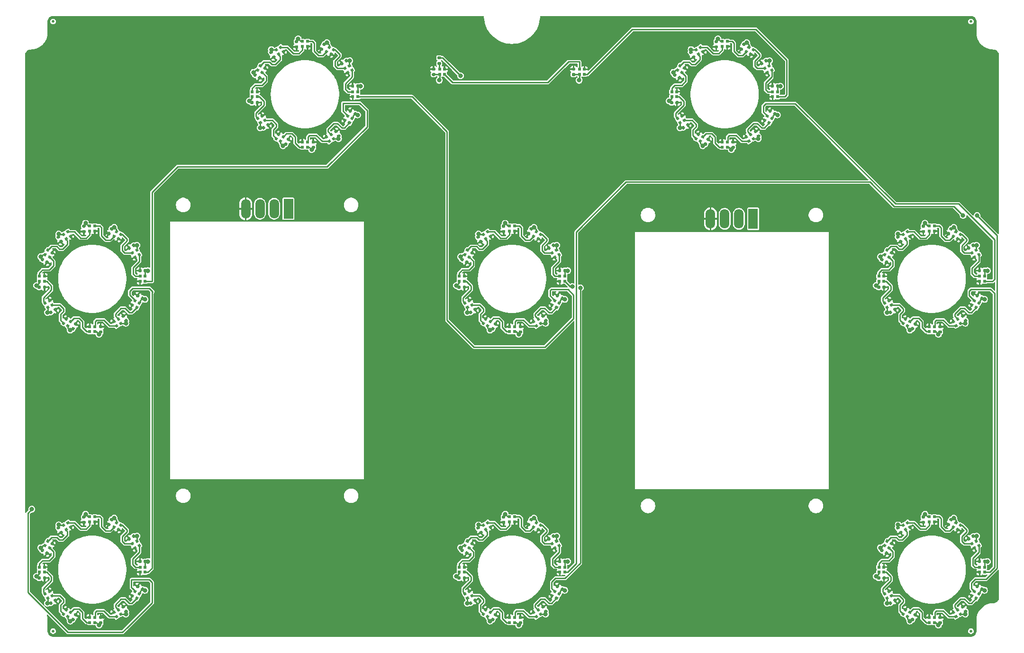
<source format=gtl>
G04 #@! TF.GenerationSoftware,KiCad,Pcbnew,8.0.4+1*
G04 #@! TF.CreationDate,2024-10-05T20:32:55+00:00*
G04 #@! TF.ProjectId,pedalboard-display,70656461-6c62-46f6-9172-642d64697370,0.0.0-RC1*
G04 #@! TF.SameCoordinates,Original*
G04 #@! TF.FileFunction,Copper,L1,Top*
G04 #@! TF.FilePolarity,Positive*
%FSLAX46Y46*%
G04 Gerber Fmt 4.6, Leading zero omitted, Abs format (unit mm)*
G04 Created by KiCad (PCBNEW 8.0.4+1) date 2024-10-05 20:32:55*
%MOMM*%
%LPD*%
G01*
G04 APERTURE LIST*
G04 #@! TA.AperFunction,SMDPad,CuDef*
%ADD10C,0.500000*%
G04 #@! TD*
G04 #@! TA.AperFunction,SMDPad,CuDef*
%ADD11R,0.500000X0.500000*%
G04 #@! TD*
G04 #@! TA.AperFunction,ComponentPad*
%ADD12R,1.700000X3.600000*%
G04 #@! TD*
G04 #@! TA.AperFunction,ComponentPad*
%ADD13O,1.700000X3.500000*%
G04 #@! TD*
G04 #@! TA.AperFunction,ViaPad*
%ADD14C,0.800000*%
G04 #@! TD*
G04 #@! TA.AperFunction,Conductor*
%ADD15C,0.250000*%
G04 #@! TD*
G04 APERTURE END LIST*
D10*
X189000000Y-26000000D03*
G04 #@! TA.AperFunction,SMDPad,CuDef*
G36*
G01*
X63662776Y-31359553D02*
X63957224Y-31189553D01*
G75*
G02*
X64148468Y-31240797I70000J-121244D01*
G01*
X64288468Y-31483285D01*
G75*
G02*
X64237224Y-31674529I-121244J-70000D01*
G01*
X63942776Y-31844529D01*
G75*
G02*
X63751532Y-31793285I-70000J121244D01*
G01*
X63611532Y-31550797D01*
G75*
G02*
X63662776Y-31359553I121244J70000D01*
G01*
G37*
G04 #@! TD.AperFunction*
G04 #@! TA.AperFunction,SMDPad,CuDef*
G36*
G01*
X64142776Y-32190937D02*
X64437224Y-32020937D01*
G75*
G02*
X64628468Y-32072181I70000J-121244D01*
G01*
X64768468Y-32314669D01*
G75*
G02*
X64717224Y-32505913I-121244J-70000D01*
G01*
X64422776Y-32675913D01*
G75*
G02*
X64231532Y-32624669I-70000J121244D01*
G01*
X64091532Y-32382181D01*
G75*
G02*
X64142776Y-32190937I121244J70000D01*
G01*
G37*
G04 #@! TD.AperFunction*
G04 #@! TA.AperFunction,SMDPad,CuDef*
G36*
G01*
X116760000Y-70360000D02*
X116760000Y-70700000D01*
G75*
G02*
X116620000Y-70840000I-140000J0D01*
G01*
X116340000Y-70840000D01*
G75*
G02*
X116200000Y-70700000I0J140000D01*
G01*
X116200000Y-70360000D01*
G75*
G02*
X116340000Y-70220000I140000J0D01*
G01*
X116620000Y-70220000D01*
G75*
G02*
X116760000Y-70360000I0J-140000D01*
G01*
G37*
G04 #@! TD.AperFunction*
G04 #@! TA.AperFunction,SMDPad,CuDef*
G36*
G01*
X115800000Y-70360000D02*
X115800000Y-70700000D01*
G75*
G02*
X115660000Y-70840000I-140000J0D01*
G01*
X115380000Y-70840000D01*
G75*
G02*
X115240000Y-70700000I0J140000D01*
G01*
X115240000Y-70360000D01*
G75*
G02*
X115380000Y-70220000I140000J0D01*
G01*
X115660000Y-70220000D01*
G75*
G02*
X115800000Y-70360000I0J-140000D01*
G01*
G37*
G04 #@! TD.AperFunction*
G04 #@! TA.AperFunction,SMDPad,CuDef*
G36*
X186676795Y-132500446D02*
G01*
X186243783Y-132750446D01*
X185993783Y-132317434D01*
X186426795Y-132067434D01*
X186676795Y-132500446D01*
G37*
G04 #@! TD.AperFunction*
G04 #@! TA.AperFunction,SMDPad,CuDef*
G36*
X187456217Y-132050446D02*
G01*
X187023205Y-132300446D01*
X186773205Y-131867434D01*
X187206217Y-131617434D01*
X187456217Y-132050446D01*
G37*
G04 #@! TD.AperFunction*
G04 #@! TA.AperFunction,SMDPad,CuDef*
G36*
X187006217Y-131271024D02*
G01*
X186573205Y-131521024D01*
X186323205Y-131088012D01*
X186756217Y-130838012D01*
X187006217Y-131271024D01*
G37*
G04 #@! TD.AperFunction*
G04 #@! TA.AperFunction,SMDPad,CuDef*
G36*
X186226795Y-131721024D02*
G01*
X185793783Y-131971024D01*
X185543783Y-131538012D01*
X185976795Y-131288012D01*
X186226795Y-131721024D01*
G37*
G04 #@! TD.AperFunction*
G04 #@! TA.AperFunction,SMDPad,CuDef*
G36*
X36676795Y-80500446D02*
G01*
X36243783Y-80750446D01*
X35993783Y-80317434D01*
X36426795Y-80067434D01*
X36676795Y-80500446D01*
G37*
G04 #@! TD.AperFunction*
G04 #@! TA.AperFunction,SMDPad,CuDef*
G36*
X37456217Y-80050446D02*
G01*
X37023205Y-80300446D01*
X36773205Y-79867434D01*
X37206217Y-79617434D01*
X37456217Y-80050446D01*
G37*
G04 #@! TD.AperFunction*
G04 #@! TA.AperFunction,SMDPad,CuDef*
G36*
X37006217Y-79271024D02*
G01*
X36573205Y-79521024D01*
X36323205Y-79088012D01*
X36756217Y-78838012D01*
X37006217Y-79271024D01*
G37*
G04 #@! TD.AperFunction*
G04 #@! TA.AperFunction,SMDPad,CuDef*
G36*
X36226795Y-79721024D02*
G01*
X35793783Y-79971024D01*
X35543783Y-79538012D01*
X35976795Y-79288012D01*
X36226795Y-79721024D01*
G37*
G04 #@! TD.AperFunction*
D11*
X181550000Y-133450000D03*
X182450000Y-133450000D03*
X182450000Y-132550000D03*
X181550000Y-132550000D03*
G04 #@! TA.AperFunction,SMDPad,CuDef*
G36*
X149676795Y-47500446D02*
G01*
X149243783Y-47750446D01*
X148993783Y-47317434D01*
X149426795Y-47067434D01*
X149676795Y-47500446D01*
G37*
G04 #@! TD.AperFunction*
G04 #@! TA.AperFunction,SMDPad,CuDef*
G36*
X150456217Y-47050446D02*
G01*
X150023205Y-47300446D01*
X149773205Y-46867434D01*
X150206217Y-46617434D01*
X150456217Y-47050446D01*
G37*
G04 #@! TD.AperFunction*
G04 #@! TA.AperFunction,SMDPad,CuDef*
G36*
X150006217Y-46271024D02*
G01*
X149573205Y-46521024D01*
X149323205Y-46088012D01*
X149756217Y-45838012D01*
X150006217Y-46271024D01*
G37*
G04 #@! TD.AperFunction*
G04 #@! TA.AperFunction,SMDPad,CuDef*
G36*
X149226795Y-46721024D02*
G01*
X148793783Y-46971024D01*
X148543783Y-46538012D01*
X148976795Y-46288012D01*
X149226795Y-46721024D01*
G37*
G04 #@! TD.AperFunction*
X116450000Y-72450000D03*
X116450000Y-71550000D03*
X115550000Y-71550000D03*
X115550000Y-72450000D03*
G04 #@! TA.AperFunction,SMDPad,CuDef*
G36*
G01*
X143330000Y-29300000D02*
X143670000Y-29300000D01*
G75*
G02*
X143810000Y-29440000I0J-140000D01*
G01*
X143810000Y-29720000D01*
G75*
G02*
X143670000Y-29860000I-140000J0D01*
G01*
X143330000Y-29860000D01*
G75*
G02*
X143190000Y-29720000I0J140000D01*
G01*
X143190000Y-29440000D01*
G75*
G02*
X143330000Y-29300000I140000J0D01*
G01*
G37*
G04 #@! TD.AperFunction*
G04 #@! TA.AperFunction,SMDPad,CuDef*
G36*
G01*
X143330000Y-30260000D02*
X143670000Y-30260000D01*
G75*
G02*
X143810000Y-30400000I0J-140000D01*
G01*
X143810000Y-30680000D01*
G75*
G02*
X143670000Y-30820000I-140000J0D01*
G01*
X143330000Y-30820000D01*
G75*
G02*
X143190000Y-30680000I0J140000D01*
G01*
X143190000Y-30400000D01*
G75*
G02*
X143330000Y-30260000I140000J0D01*
G01*
G37*
G04 #@! TD.AperFunction*
G04 #@! TA.AperFunction,SMDPad,CuDef*
G36*
G01*
X24426820Y-78277224D02*
X24256820Y-77982776D01*
G75*
G02*
X24308064Y-77791532I121244J70000D01*
G01*
X24550552Y-77651532D01*
G75*
G02*
X24741796Y-77702776I70000J-121244D01*
G01*
X24911796Y-77997224D01*
G75*
G02*
X24860552Y-78188468I-121244J-70000D01*
G01*
X24618064Y-78328468D01*
G75*
G02*
X24426820Y-78277224I-70000J121244D01*
G01*
G37*
G04 #@! TD.AperFunction*
G04 #@! TA.AperFunction,SMDPad,CuDef*
G36*
G01*
X25258204Y-77797224D02*
X25088204Y-77502776D01*
G75*
G02*
X25139448Y-77311532I121244J70000D01*
G01*
X25381936Y-77171532D01*
G75*
G02*
X25573180Y-77222776I70000J-121244D01*
G01*
X25743180Y-77517224D01*
G75*
G02*
X25691936Y-77708468I-121244J-70000D01*
G01*
X25449448Y-77848468D01*
G75*
G02*
X25258204Y-77797224I-70000J121244D01*
G01*
G37*
G04 #@! TD.AperFunction*
G04 #@! TA.AperFunction,SMDPad,CuDef*
G36*
X111676795Y-80500446D02*
G01*
X111243783Y-80750446D01*
X110993783Y-80317434D01*
X111426795Y-80067434D01*
X111676795Y-80500446D01*
G37*
G04 #@! TD.AperFunction*
G04 #@! TA.AperFunction,SMDPad,CuDef*
G36*
X112456217Y-80050446D02*
G01*
X112023205Y-80300446D01*
X111773205Y-79867434D01*
X112206217Y-79617434D01*
X112456217Y-80050446D01*
G37*
G04 #@! TD.AperFunction*
G04 #@! TA.AperFunction,SMDPad,CuDef*
G36*
X112006217Y-79271024D02*
G01*
X111573205Y-79521024D01*
X111323205Y-79088012D01*
X111756217Y-78838012D01*
X112006217Y-79271024D01*
G37*
G04 #@! TD.AperFunction*
G04 #@! TA.AperFunction,SMDPad,CuDef*
G36*
X111226795Y-79721024D02*
G01*
X110793783Y-79971024D01*
X110543783Y-79538012D01*
X110976795Y-79288012D01*
X111226795Y-79721024D01*
G37*
G04 #@! TD.AperFunction*
G04 #@! TA.AperFunction,SMDPad,CuDef*
G36*
G01*
X174426820Y-130277224D02*
X174256820Y-129982776D01*
G75*
G02*
X174308064Y-129791532I121244J70000D01*
G01*
X174550552Y-129651532D01*
G75*
G02*
X174741796Y-129702776I70000J-121244D01*
G01*
X174911796Y-129997224D01*
G75*
G02*
X174860552Y-130188468I-121244J-70000D01*
G01*
X174618064Y-130328468D01*
G75*
G02*
X174426820Y-130277224I-70000J121244D01*
G01*
G37*
G04 #@! TD.AperFunction*
G04 #@! TA.AperFunction,SMDPad,CuDef*
G36*
G01*
X175258204Y-129797224D02*
X175088204Y-129502776D01*
G75*
G02*
X175139448Y-129311532I121244J70000D01*
G01*
X175381936Y-129171532D01*
G75*
G02*
X175573180Y-129222776I70000J-121244D01*
G01*
X175743180Y-129517224D01*
G75*
G02*
X175691936Y-129708468I-121244J-70000D01*
G01*
X175449448Y-129848468D01*
G75*
G02*
X175258204Y-129797224I-70000J121244D01*
G01*
G37*
G04 #@! TD.AperFunction*
X41450000Y-72450000D03*
X41450000Y-71550000D03*
X40550000Y-71550000D03*
X40550000Y-72450000D03*
G04 #@! TA.AperFunction,SMDPad,CuDef*
G36*
G01*
X138662776Y-31359553D02*
X138957224Y-31189553D01*
G75*
G02*
X139148468Y-31240797I70000J-121244D01*
G01*
X139288468Y-31483285D01*
G75*
G02*
X139237224Y-31674529I-121244J-70000D01*
G01*
X138942776Y-31844529D01*
G75*
G02*
X138751532Y-31793285I-70000J121244D01*
G01*
X138611532Y-31550797D01*
G75*
G02*
X138662776Y-31359553I121244J70000D01*
G01*
G37*
G04 #@! TD.AperFunction*
G04 #@! TA.AperFunction,SMDPad,CuDef*
G36*
G01*
X139142776Y-32190937D02*
X139437224Y-32020937D01*
G75*
G02*
X139628468Y-32072181I70000J-121244D01*
G01*
X139768468Y-32314669D01*
G75*
G02*
X139717224Y-32505913I-121244J-70000D01*
G01*
X139422776Y-32675913D01*
G75*
G02*
X139231532Y-32624669I-70000J121244D01*
G01*
X139091532Y-32382181D01*
G75*
G02*
X139142776Y-32190937I121244J70000D01*
G01*
G37*
G04 #@! TD.AperFunction*
G04 #@! TA.AperFunction,SMDPad,CuDef*
G36*
G01*
X191760000Y-70360000D02*
X191760000Y-70700000D01*
G75*
G02*
X191620000Y-70840000I-140000J0D01*
G01*
X191340000Y-70840000D01*
G75*
G02*
X191200000Y-70700000I0J140000D01*
G01*
X191200000Y-70360000D01*
G75*
G02*
X191340000Y-70220000I140000J0D01*
G01*
X191620000Y-70220000D01*
G75*
G02*
X191760000Y-70360000I0J-140000D01*
G01*
G37*
G04 #@! TD.AperFunction*
G04 #@! TA.AperFunction,SMDPad,CuDef*
G36*
G01*
X190800000Y-70360000D02*
X190800000Y-70700000D01*
G75*
G02*
X190660000Y-70840000I-140000J0D01*
G01*
X190380000Y-70840000D01*
G75*
G02*
X190240000Y-70700000I0J140000D01*
G01*
X190240000Y-70360000D01*
G75*
G02*
X190380000Y-70220000I140000J0D01*
G01*
X190660000Y-70220000D01*
G75*
G02*
X190800000Y-70360000I0J-140000D01*
G01*
G37*
G04 #@! TD.AperFunction*
G04 #@! TA.AperFunction,SMDPad,CuDef*
G36*
X115300446Y-129023205D02*
G01*
X115050446Y-129456217D01*
X114617434Y-129206217D01*
X114867434Y-128773205D01*
X115300446Y-129023205D01*
G37*
G04 #@! TD.AperFunction*
G04 #@! TA.AperFunction,SMDPad,CuDef*
G36*
X115750446Y-128243783D02*
G01*
X115500446Y-128676795D01*
X115067434Y-128426795D01*
X115317434Y-127993783D01*
X115750446Y-128243783D01*
G37*
G04 #@! TD.AperFunction*
G04 #@! TA.AperFunction,SMDPad,CuDef*
G36*
X114971024Y-127793783D02*
G01*
X114721024Y-128226795D01*
X114288012Y-127976795D01*
X114538012Y-127543783D01*
X114971024Y-127793783D01*
G37*
G04 #@! TD.AperFunction*
G04 #@! TA.AperFunction,SMDPad,CuDef*
G36*
X114521024Y-128573205D02*
G01*
X114271024Y-129006217D01*
X113838012Y-128756217D01*
X114088012Y-128323205D01*
X114521024Y-128573205D01*
G37*
G04 #@! TD.AperFunction*
G04 #@! TA.AperFunction,SMDPad,CuDef*
G36*
X40500446Y-119323205D02*
G01*
X40750446Y-119756217D01*
X40317434Y-120006217D01*
X40067434Y-119573205D01*
X40500446Y-119323205D01*
G37*
G04 #@! TD.AperFunction*
G04 #@! TA.AperFunction,SMDPad,CuDef*
G36*
X40050446Y-118543783D02*
G01*
X40300446Y-118976795D01*
X39867434Y-119226795D01*
X39617434Y-118793783D01*
X40050446Y-118543783D01*
G37*
G04 #@! TD.AperFunction*
G04 #@! TA.AperFunction,SMDPad,CuDef*
G36*
X39271024Y-118993783D02*
G01*
X39521024Y-119426795D01*
X39088012Y-119676795D01*
X38838012Y-119243783D01*
X39271024Y-118993783D01*
G37*
G04 #@! TD.AperFunction*
G04 #@! TA.AperFunction,SMDPad,CuDef*
G36*
X39721024Y-119773205D02*
G01*
X39971024Y-120206217D01*
X39538012Y-120456217D01*
X39288012Y-120023205D01*
X39721024Y-119773205D01*
G37*
G04 #@! TD.AperFunction*
X70450000Y-29550000D03*
X69550000Y-29550000D03*
X69550000Y-30450000D03*
X70450000Y-30450000D03*
G04 #@! TA.AperFunction,SMDPad,CuDef*
G36*
X98699554Y-66976795D02*
G01*
X98949554Y-66543783D01*
X99382566Y-66793783D01*
X99132566Y-67226795D01*
X98699554Y-66976795D01*
G37*
G04 #@! TD.AperFunction*
G04 #@! TA.AperFunction,SMDPad,CuDef*
G36*
X98249554Y-67756217D02*
G01*
X98499554Y-67323205D01*
X98932566Y-67573205D01*
X98682566Y-68006217D01*
X98249554Y-67756217D01*
G37*
G04 #@! TD.AperFunction*
G04 #@! TA.AperFunction,SMDPad,CuDef*
G36*
X99028976Y-68206217D02*
G01*
X99278976Y-67773205D01*
X99711988Y-68023205D01*
X99461988Y-68456217D01*
X99028976Y-68206217D01*
G37*
G04 #@! TD.AperFunction*
G04 #@! TA.AperFunction,SMDPad,CuDef*
G36*
X99478976Y-67426795D02*
G01*
X99728976Y-66993783D01*
X100161988Y-67243783D01*
X99911988Y-67676795D01*
X99478976Y-67426795D01*
G37*
G04 #@! TD.AperFunction*
X116450000Y-124450000D03*
X116450000Y-123550000D03*
X115550000Y-123550000D03*
X115550000Y-124450000D03*
X154450000Y-39450000D03*
X154450000Y-38550000D03*
X153550000Y-38550000D03*
X153550000Y-39450000D03*
G04 #@! TA.AperFunction,SMDPad,CuDef*
G36*
X187023205Y-63699554D02*
G01*
X187456217Y-63949554D01*
X187206217Y-64382566D01*
X186773205Y-64132566D01*
X187023205Y-63699554D01*
G37*
G04 #@! TD.AperFunction*
G04 #@! TA.AperFunction,SMDPad,CuDef*
G36*
X186243783Y-63249554D02*
G01*
X186676795Y-63499554D01*
X186426795Y-63932566D01*
X185993783Y-63682566D01*
X186243783Y-63249554D01*
G37*
G04 #@! TD.AperFunction*
G04 #@! TA.AperFunction,SMDPad,CuDef*
G36*
X185793783Y-64028976D02*
G01*
X186226795Y-64278976D01*
X185976795Y-64711988D01*
X185543783Y-64461988D01*
X185793783Y-64028976D01*
G37*
G04 #@! TD.AperFunction*
G04 #@! TA.AperFunction,SMDPad,CuDef*
G36*
X186573205Y-64478976D02*
G01*
X187006217Y-64728976D01*
X186756217Y-65161988D01*
X186323205Y-64911988D01*
X186573205Y-64478976D01*
G37*
G04 #@! TD.AperFunction*
G04 #@! TA.AperFunction,SMDPad,CuDef*
G36*
G01*
X172240000Y-125670000D02*
X172240000Y-125330000D01*
G75*
G02*
X172380000Y-125190000I140000J0D01*
G01*
X172660000Y-125190000D01*
G75*
G02*
X172800000Y-125330000I0J-140000D01*
G01*
X172800000Y-125670000D01*
G75*
G02*
X172660000Y-125810000I-140000J0D01*
G01*
X172380000Y-125810000D01*
G75*
G02*
X172240000Y-125670000I0J140000D01*
G01*
G37*
G04 #@! TD.AperFunction*
G04 #@! TA.AperFunction,SMDPad,CuDef*
G36*
G01*
X173200000Y-125670000D02*
X173200000Y-125330000D01*
G75*
G02*
X173340000Y-125190000I140000J0D01*
G01*
X173620000Y-125190000D01*
G75*
G02*
X173760000Y-125330000I0J-140000D01*
G01*
X173760000Y-125670000D01*
G75*
G02*
X173620000Y-125810000I-140000J0D01*
G01*
X173340000Y-125810000D01*
G75*
G02*
X173200000Y-125670000I0J140000D01*
G01*
G37*
G04 #@! TD.AperFunction*
X145450000Y-29550000D03*
X144550000Y-29550000D03*
X144550000Y-30450000D03*
X145450000Y-30450000D03*
G04 #@! TA.AperFunction,SMDPad,CuDef*
G36*
G01*
X175662776Y-64359553D02*
X175957224Y-64189553D01*
G75*
G02*
X176148468Y-64240797I70000J-121244D01*
G01*
X176288468Y-64483285D01*
G75*
G02*
X176237224Y-64674529I-121244J-70000D01*
G01*
X175942776Y-64844529D01*
G75*
G02*
X175751532Y-64793285I-70000J121244D01*
G01*
X175611532Y-64550797D01*
G75*
G02*
X175662776Y-64359553I121244J70000D01*
G01*
G37*
G04 #@! TD.AperFunction*
G04 #@! TA.AperFunction,SMDPad,CuDef*
G36*
G01*
X176142776Y-65190937D02*
X176437224Y-65020937D01*
G75*
G02*
X176628468Y-65072181I70000J-121244D01*
G01*
X176768468Y-65314669D01*
G75*
G02*
X176717224Y-65505913I-121244J-70000D01*
G01*
X176422776Y-65675913D01*
G75*
G02*
X176231532Y-65624669I-70000J121244D01*
G01*
X176091532Y-65382181D01*
G75*
G02*
X176142776Y-65190937I121244J70000D01*
G01*
G37*
G04 #@! TD.AperFunction*
X31550000Y-81450000D03*
X32450000Y-81450000D03*
X32450000Y-80550000D03*
X31550000Y-80550000D03*
G04 #@! TA.AperFunction,SMDPad,CuDef*
G36*
G01*
X22756820Y-68567224D02*
X22926820Y-68272776D01*
G75*
G02*
X23118064Y-68221532I121244J-70000D01*
G01*
X23360552Y-68361532D01*
G75*
G02*
X23411796Y-68552776I-70000J-121244D01*
G01*
X23241796Y-68847224D01*
G75*
G02*
X23050552Y-68898468I-121244J70000D01*
G01*
X22808064Y-68758468D01*
G75*
G02*
X22756820Y-68567224I70000J121244D01*
G01*
G37*
G04 #@! TD.AperFunction*
G04 #@! TA.AperFunction,SMDPad,CuDef*
G36*
G01*
X23588204Y-69047224D02*
X23758204Y-68752776D01*
G75*
G02*
X23949448Y-68701532I121244J-70000D01*
G01*
X24191936Y-68841532D01*
G75*
G02*
X24243180Y-69032776I-70000J-121244D01*
G01*
X24073180Y-69327224D01*
G75*
G02*
X23881936Y-69378468I-121244J70000D01*
G01*
X23639448Y-69238468D01*
G75*
G02*
X23588204Y-69047224I70000J121244D01*
G01*
G37*
G04 #@! TD.AperFunction*
G04 #@! TA.AperFunction,SMDPad,CuDef*
G36*
X153300446Y-44023205D02*
G01*
X153050446Y-44456217D01*
X152617434Y-44206217D01*
X152867434Y-43773205D01*
X153300446Y-44023205D01*
G37*
G04 #@! TD.AperFunction*
G04 #@! TA.AperFunction,SMDPad,CuDef*
G36*
X153750446Y-43243783D02*
G01*
X153500446Y-43676795D01*
X153067434Y-43426795D01*
X153317434Y-42993783D01*
X153750446Y-43243783D01*
G37*
G04 #@! TD.AperFunction*
G04 #@! TA.AperFunction,SMDPad,CuDef*
G36*
X152971024Y-42793783D02*
G01*
X152721024Y-43226795D01*
X152288012Y-42976795D01*
X152538012Y-42543783D01*
X152971024Y-42793783D01*
G37*
G04 #@! TD.AperFunction*
G04 #@! TA.AperFunction,SMDPad,CuDef*
G36*
X152521024Y-43573205D02*
G01*
X152271024Y-44006217D01*
X151838012Y-43756217D01*
X152088012Y-43323205D01*
X152521024Y-43573205D01*
G37*
G04 #@! TD.AperFunction*
G04 #@! TA.AperFunction,SMDPad,CuDef*
G36*
X98699554Y-118976795D02*
G01*
X98949554Y-118543783D01*
X99382566Y-118793783D01*
X99132566Y-119226795D01*
X98699554Y-118976795D01*
G37*
G04 #@! TD.AperFunction*
G04 #@! TA.AperFunction,SMDPad,CuDef*
G36*
X98249554Y-119756217D02*
G01*
X98499554Y-119323205D01*
X98932566Y-119573205D01*
X98682566Y-120006217D01*
X98249554Y-119756217D01*
G37*
G04 #@! TD.AperFunction*
G04 #@! TA.AperFunction,SMDPad,CuDef*
G36*
X99028976Y-120206217D02*
G01*
X99278976Y-119773205D01*
X99711988Y-120023205D01*
X99461988Y-120456217D01*
X99028976Y-120206217D01*
G37*
G04 #@! TD.AperFunction*
G04 #@! TA.AperFunction,SMDPad,CuDef*
G36*
X99478976Y-119426795D02*
G01*
X99728976Y-118993783D01*
X100161988Y-119243783D01*
X99911988Y-119676795D01*
X99478976Y-119426795D01*
G37*
G04 #@! TD.AperFunction*
G04 #@! TA.AperFunction,SMDPad,CuDef*
G36*
X136499554Y-43676795D02*
G01*
X136249554Y-43243783D01*
X136682566Y-42993783D01*
X136932566Y-43426795D01*
X136499554Y-43676795D01*
G37*
G04 #@! TD.AperFunction*
G04 #@! TA.AperFunction,SMDPad,CuDef*
G36*
X136949554Y-44456217D02*
G01*
X136699554Y-44023205D01*
X137132566Y-43773205D01*
X137382566Y-44206217D01*
X136949554Y-44456217D01*
G37*
G04 #@! TD.AperFunction*
G04 #@! TA.AperFunction,SMDPad,CuDef*
G36*
X137728976Y-44006217D02*
G01*
X137478976Y-43573205D01*
X137911988Y-43323205D01*
X138161988Y-43756217D01*
X137728976Y-44006217D01*
G37*
G04 #@! TD.AperFunction*
G04 #@! TA.AperFunction,SMDPad,CuDef*
G36*
X137278976Y-43226795D02*
G01*
X137028976Y-42793783D01*
X137461988Y-42543783D01*
X137711988Y-42976795D01*
X137278976Y-43226795D01*
G37*
G04 #@! TD.AperFunction*
G04 #@! TA.AperFunction,SMDPad,CuDef*
G36*
G01*
X114573180Y-117722776D02*
X114743180Y-118017224D01*
G75*
G02*
X114691936Y-118208468I-121244J-70000D01*
G01*
X114449448Y-118348468D01*
G75*
G02*
X114258204Y-118297224I-70000J121244D01*
G01*
X114088204Y-118002776D01*
G75*
G02*
X114139448Y-117811532I121244J70000D01*
G01*
X114381936Y-117671532D01*
G75*
G02*
X114573180Y-117722776I70000J-121244D01*
G01*
G37*
G04 #@! TD.AperFunction*
G04 #@! TA.AperFunction,SMDPad,CuDef*
G36*
G01*
X113741796Y-118202776D02*
X113911796Y-118497224D01*
G75*
G02*
X113860552Y-118688468I-121244J-70000D01*
G01*
X113618064Y-118828468D01*
G75*
G02*
X113426820Y-118777224I-70000J121244D01*
G01*
X113256820Y-118482776D01*
G75*
G02*
X113308064Y-118291532I121244J70000D01*
G01*
X113550552Y-118151532D01*
G75*
G02*
X113741796Y-118202776I70000J-121244D01*
G01*
G37*
G04 #@! TD.AperFunction*
X144550000Y-48450000D03*
X145450000Y-48450000D03*
X145450000Y-47550000D03*
X144550000Y-47550000D03*
G04 #@! TA.AperFunction,SMDPad,CuDef*
G36*
X112023205Y-115699554D02*
G01*
X112456217Y-115949554D01*
X112206217Y-116382566D01*
X111773205Y-116132566D01*
X112023205Y-115699554D01*
G37*
G04 #@! TD.AperFunction*
G04 #@! TA.AperFunction,SMDPad,CuDef*
G36*
X111243783Y-115249554D02*
G01*
X111676795Y-115499554D01*
X111426795Y-115932566D01*
X110993783Y-115682566D01*
X111243783Y-115249554D01*
G37*
G04 #@! TD.AperFunction*
G04 #@! TA.AperFunction,SMDPad,CuDef*
G36*
X110793783Y-116028976D02*
G01*
X111226795Y-116278976D01*
X110976795Y-116711988D01*
X110543783Y-116461988D01*
X110793783Y-116028976D01*
G37*
G04 #@! TD.AperFunction*
G04 #@! TA.AperFunction,SMDPad,CuDef*
G36*
X111573205Y-116478976D02*
G01*
X112006217Y-116728976D01*
X111756217Y-117161988D01*
X111323205Y-116911988D01*
X111573205Y-116478976D01*
G37*
G04 #@! TD.AperFunction*
X135550000Y-38550000D03*
X135550000Y-39450000D03*
X136450000Y-39450000D03*
X136450000Y-38550000D03*
G04 #@! TA.AperFunction,SMDPad,CuDef*
G36*
G01*
X174426820Y-78277224D02*
X174256820Y-77982776D01*
G75*
G02*
X174308064Y-77791532I121244J70000D01*
G01*
X174550552Y-77651532D01*
G75*
G02*
X174741796Y-77702776I70000J-121244D01*
G01*
X174911796Y-77997224D01*
G75*
G02*
X174860552Y-78188468I-121244J-70000D01*
G01*
X174618064Y-78328468D01*
G75*
G02*
X174426820Y-78277224I-70000J121244D01*
G01*
G37*
G04 #@! TD.AperFunction*
G04 #@! TA.AperFunction,SMDPad,CuDef*
G36*
G01*
X175258204Y-77797224D02*
X175088204Y-77502776D01*
G75*
G02*
X175139448Y-77311532I121244J70000D01*
G01*
X175381936Y-77171532D01*
G75*
G02*
X175573180Y-77222776I70000J-121244D01*
G01*
X175743180Y-77517224D01*
G75*
G02*
X175691936Y-77708468I-121244J-70000D01*
G01*
X175449448Y-77848468D01*
G75*
G02*
X175258204Y-77797224I-70000J121244D01*
G01*
G37*
G04 #@! TD.AperFunction*
G04 #@! TA.AperFunction,SMDPad,CuDef*
G36*
X136699554Y-33976795D02*
G01*
X136949554Y-33543783D01*
X137382566Y-33793783D01*
X137132566Y-34226795D01*
X136699554Y-33976795D01*
G37*
G04 #@! TD.AperFunction*
G04 #@! TA.AperFunction,SMDPad,CuDef*
G36*
X136249554Y-34756217D02*
G01*
X136499554Y-34323205D01*
X136932566Y-34573205D01*
X136682566Y-35006217D01*
X136249554Y-34756217D01*
G37*
G04 #@! TD.AperFunction*
G04 #@! TA.AperFunction,SMDPad,CuDef*
G36*
X137028976Y-35206217D02*
G01*
X137278976Y-34773205D01*
X137711988Y-35023205D01*
X137461988Y-35456217D01*
X137028976Y-35206217D01*
G37*
G04 #@! TD.AperFunction*
G04 #@! TA.AperFunction,SMDPad,CuDef*
G36*
X137478976Y-34426795D02*
G01*
X137728976Y-33993783D01*
X138161988Y-34243783D01*
X137911988Y-34676795D01*
X137478976Y-34426795D01*
G37*
G04 #@! TD.AperFunction*
X182450000Y-62550000D03*
X181550000Y-62550000D03*
X181550000Y-63450000D03*
X182450000Y-63450000D03*
G04 #@! TA.AperFunction,SMDPad,CuDef*
G36*
X102323205Y-63499554D02*
G01*
X102756217Y-63249554D01*
X103006217Y-63682566D01*
X102573205Y-63932566D01*
X102323205Y-63499554D01*
G37*
G04 #@! TD.AperFunction*
G04 #@! TA.AperFunction,SMDPad,CuDef*
G36*
X101543783Y-63949554D02*
G01*
X101976795Y-63699554D01*
X102226795Y-64132566D01*
X101793783Y-64382566D01*
X101543783Y-63949554D01*
G37*
G04 #@! TD.AperFunction*
G04 #@! TA.AperFunction,SMDPad,CuDef*
G36*
X101993783Y-64728976D02*
G01*
X102426795Y-64478976D01*
X102676795Y-64911988D01*
X102243783Y-65161988D01*
X101993783Y-64728976D01*
G37*
G04 #@! TD.AperFunction*
G04 #@! TA.AperFunction,SMDPad,CuDef*
G36*
X102773205Y-64278976D02*
G01*
X103206217Y-64028976D01*
X103456217Y-64461988D01*
X103023205Y-64711988D01*
X102773205Y-64278976D01*
G37*
G04 #@! TD.AperFunction*
D10*
X25000000Y-26000000D03*
G04 #@! TA.AperFunction,SMDPad,CuDef*
G36*
G01*
X172240000Y-73670000D02*
X172240000Y-73330000D01*
G75*
G02*
X172380000Y-73190000I140000J0D01*
G01*
X172660000Y-73190000D01*
G75*
G02*
X172800000Y-73330000I0J-140000D01*
G01*
X172800000Y-73670000D01*
G75*
G02*
X172660000Y-73810000I-140000J0D01*
G01*
X172380000Y-73810000D01*
G75*
G02*
X172240000Y-73670000I0J140000D01*
G01*
G37*
G04 #@! TD.AperFunction*
G04 #@! TA.AperFunction,SMDPad,CuDef*
G36*
G01*
X173200000Y-73670000D02*
X173200000Y-73330000D01*
G75*
G02*
X173340000Y-73190000I140000J0D01*
G01*
X173620000Y-73190000D01*
G75*
G02*
X173760000Y-73330000I0J-140000D01*
G01*
X173760000Y-73670000D01*
G75*
G02*
X173620000Y-73810000I-140000J0D01*
G01*
X173340000Y-73810000D01*
G75*
G02*
X173200000Y-73670000I0J140000D01*
G01*
G37*
G04 #@! TD.AperFunction*
G04 #@! TA.AperFunction,SMDPad,CuDef*
G36*
X74676795Y-47500446D02*
G01*
X74243783Y-47750446D01*
X73993783Y-47317434D01*
X74426795Y-47067434D01*
X74676795Y-47500446D01*
G37*
G04 #@! TD.AperFunction*
G04 #@! TA.AperFunction,SMDPad,CuDef*
G36*
X75456217Y-47050446D02*
G01*
X75023205Y-47300446D01*
X74773205Y-46867434D01*
X75206217Y-46617434D01*
X75456217Y-47050446D01*
G37*
G04 #@! TD.AperFunction*
G04 #@! TA.AperFunction,SMDPad,CuDef*
G36*
X75006217Y-46271024D02*
G01*
X74573205Y-46521024D01*
X74323205Y-46088012D01*
X74756217Y-45838012D01*
X75006217Y-46271024D01*
G37*
G04 #@! TD.AperFunction*
G04 #@! TA.AperFunction,SMDPad,CuDef*
G36*
X74226795Y-46721024D02*
G01*
X73793783Y-46971024D01*
X73543783Y-46538012D01*
X73976795Y-46288012D01*
X74226795Y-46721024D01*
G37*
G04 #@! TD.AperFunction*
G04 #@! TA.AperFunction,SMDPad,CuDef*
G36*
X23499554Y-128676795D02*
G01*
X23249554Y-128243783D01*
X23682566Y-127993783D01*
X23932566Y-128426795D01*
X23499554Y-128676795D01*
G37*
G04 #@! TD.AperFunction*
G04 #@! TA.AperFunction,SMDPad,CuDef*
G36*
X23949554Y-129456217D02*
G01*
X23699554Y-129023205D01*
X24132566Y-128773205D01*
X24382566Y-129206217D01*
X23949554Y-129456217D01*
G37*
G04 #@! TD.AperFunction*
G04 #@! TA.AperFunction,SMDPad,CuDef*
G36*
X24728976Y-129006217D02*
G01*
X24478976Y-128573205D01*
X24911988Y-128323205D01*
X25161988Y-128756217D01*
X24728976Y-129006217D01*
G37*
G04 #@! TD.AperFunction*
G04 #@! TA.AperFunction,SMDPad,CuDef*
G36*
X24278976Y-128226795D02*
G01*
X24028976Y-127793783D01*
X24461988Y-127543783D01*
X24711988Y-127976795D01*
X24278976Y-128226795D01*
G37*
G04 #@! TD.AperFunction*
G04 #@! TA.AperFunction,SMDPad,CuDef*
G36*
G01*
X38327224Y-131640447D02*
X38032776Y-131810447D01*
G75*
G02*
X37841532Y-131759203I-70000J121244D01*
G01*
X37701532Y-131516715D01*
G75*
G02*
X37752776Y-131325471I121244J70000D01*
G01*
X38047224Y-131155471D01*
G75*
G02*
X38238468Y-131206715I70000J-121244D01*
G01*
X38378468Y-131449203D01*
G75*
G02*
X38327224Y-131640447I-121244J-70000D01*
G01*
G37*
G04 #@! TD.AperFunction*
G04 #@! TA.AperFunction,SMDPad,CuDef*
G36*
G01*
X37847224Y-130809063D02*
X37552776Y-130979063D01*
G75*
G02*
X37361532Y-130927819I-70000J121244D01*
G01*
X37221532Y-130685331D01*
G75*
G02*
X37272776Y-130494087I121244J70000D01*
G01*
X37567224Y-130324087D01*
G75*
G02*
X37758468Y-130375331I70000J-121244D01*
G01*
X37898468Y-130617819D01*
G75*
G02*
X37847224Y-130809063I-121244J-70000D01*
G01*
G37*
G04 #@! TD.AperFunction*
G04 #@! TA.AperFunction,SMDPad,CuDef*
G36*
G01*
X185432776Y-114756820D02*
X185727224Y-114926820D01*
G75*
G02*
X185778468Y-115118064I-70000J-121244D01*
G01*
X185638468Y-115360552D01*
G75*
G02*
X185447224Y-115411796I-121244J70000D01*
G01*
X185152776Y-115241796D01*
G75*
G02*
X185101532Y-115050552I70000J121244D01*
G01*
X185241532Y-114808064D01*
G75*
G02*
X185432776Y-114756820I121244J-70000D01*
G01*
G37*
G04 #@! TD.AperFunction*
G04 #@! TA.AperFunction,SMDPad,CuDef*
G36*
G01*
X184952776Y-115588204D02*
X185247224Y-115758204D01*
G75*
G02*
X185298468Y-115949448I-70000J-121244D01*
G01*
X185158468Y-116191936D01*
G75*
G02*
X184967224Y-116243180I-121244J70000D01*
G01*
X184672776Y-116073180D01*
G75*
G02*
X184621532Y-115881936I70000J121244D01*
G01*
X184761532Y-115639448D01*
G75*
G02*
X184952776Y-115588204I121244J-70000D01*
G01*
G37*
G04 #@! TD.AperFunction*
D11*
X60550000Y-38550000D03*
X60550000Y-39450000D03*
X61450000Y-39450000D03*
X61450000Y-38550000D03*
G04 #@! TA.AperFunction,SMDPad,CuDef*
G36*
G01*
X60756820Y-35567224D02*
X60926820Y-35272776D01*
G75*
G02*
X61118064Y-35221532I121244J-70000D01*
G01*
X61360552Y-35361532D01*
G75*
G02*
X61411796Y-35552776I-70000J-121244D01*
G01*
X61241796Y-35847224D01*
G75*
G02*
X61050552Y-35898468I-121244J70000D01*
G01*
X60808064Y-35758468D01*
G75*
G02*
X60756820Y-35567224I70000J121244D01*
G01*
G37*
G04 #@! TD.AperFunction*
G04 #@! TA.AperFunction,SMDPad,CuDef*
G36*
G01*
X61588204Y-36047224D02*
X61758204Y-35752776D01*
G75*
G02*
X61949448Y-35701532I121244J-70000D01*
G01*
X62191936Y-35841532D01*
G75*
G02*
X62243180Y-36032776I-70000J-121244D01*
G01*
X62073180Y-36327224D01*
G75*
G02*
X61881936Y-36378468I-121244J70000D01*
G01*
X61639448Y-36238468D01*
G75*
G02*
X61588204Y-36047224I70000J121244D01*
G01*
G37*
G04 #@! TD.AperFunction*
G04 #@! TA.AperFunction,SMDPad,CuDef*
G36*
G01*
X97756820Y-120567224D02*
X97926820Y-120272776D01*
G75*
G02*
X98118064Y-120221532I121244J-70000D01*
G01*
X98360552Y-120361532D01*
G75*
G02*
X98411796Y-120552776I-70000J-121244D01*
G01*
X98241796Y-120847224D01*
G75*
G02*
X98050552Y-120898468I-121244J70000D01*
G01*
X97808064Y-120758468D01*
G75*
G02*
X97756820Y-120567224I70000J121244D01*
G01*
G37*
G04 #@! TD.AperFunction*
G04 #@! TA.AperFunction,SMDPad,CuDef*
G36*
G01*
X98588204Y-121047224D02*
X98758204Y-120752776D01*
G75*
G02*
X98949448Y-120701532I121244J-70000D01*
G01*
X99191936Y-120841532D01*
G75*
G02*
X99243180Y-121032776I-70000J-121244D01*
G01*
X99073180Y-121327224D01*
G75*
G02*
X98881936Y-121378468I-121244J70000D01*
G01*
X98639448Y-121238468D01*
G75*
G02*
X98588204Y-121047224I70000J121244D01*
G01*
G37*
G04 #@! TD.AperFunction*
X181550000Y-81450000D03*
X182450000Y-81450000D03*
X182450000Y-80550000D03*
X181550000Y-80550000D03*
G04 #@! TA.AperFunction,SMDPad,CuDef*
G36*
X115500446Y-67323205D02*
G01*
X115750446Y-67756217D01*
X115317434Y-68006217D01*
X115067434Y-67573205D01*
X115500446Y-67323205D01*
G37*
G04 #@! TD.AperFunction*
G04 #@! TA.AperFunction,SMDPad,CuDef*
G36*
X115050446Y-66543783D02*
G01*
X115300446Y-66976795D01*
X114867434Y-67226795D01*
X114617434Y-66793783D01*
X115050446Y-66543783D01*
G37*
G04 #@! TD.AperFunction*
G04 #@! TA.AperFunction,SMDPad,CuDef*
G36*
X114271024Y-66993783D02*
G01*
X114521024Y-67426795D01*
X114088012Y-67676795D01*
X113838012Y-67243783D01*
X114271024Y-66993783D01*
G37*
G04 #@! TD.AperFunction*
G04 #@! TA.AperFunction,SMDPad,CuDef*
G36*
X114721024Y-67773205D02*
G01*
X114971024Y-68206217D01*
X114538012Y-68456217D01*
X114288012Y-68023205D01*
X114721024Y-67773205D01*
G37*
G04 #@! TD.AperFunction*
G04 #@! TA.AperFunction,SMDPad,CuDef*
G36*
G01*
X135240000Y-40670000D02*
X135240000Y-40330000D01*
G75*
G02*
X135380000Y-40190000I140000J0D01*
G01*
X135660000Y-40190000D01*
G75*
G02*
X135800000Y-40330000I0J-140000D01*
G01*
X135800000Y-40670000D01*
G75*
G02*
X135660000Y-40810000I-140000J0D01*
G01*
X135380000Y-40810000D01*
G75*
G02*
X135240000Y-40670000I0J140000D01*
G01*
G37*
G04 #@! TD.AperFunction*
G04 #@! TA.AperFunction,SMDPad,CuDef*
G36*
G01*
X136200000Y-40670000D02*
X136200000Y-40330000D01*
G75*
G02*
X136340000Y-40190000I140000J0D01*
G01*
X136620000Y-40190000D01*
G75*
G02*
X136760000Y-40330000I0J-140000D01*
G01*
X136760000Y-40670000D01*
G75*
G02*
X136620000Y-40810000I-140000J0D01*
G01*
X136340000Y-40810000D01*
G75*
G02*
X136200000Y-40670000I0J140000D01*
G01*
G37*
G04 #@! TD.AperFunction*
G04 #@! TA.AperFunction,SMDPad,CuDef*
G36*
G01*
X105330000Y-62300000D02*
X105670000Y-62300000D01*
G75*
G02*
X105810000Y-62440000I0J-140000D01*
G01*
X105810000Y-62720000D01*
G75*
G02*
X105670000Y-62860000I-140000J0D01*
G01*
X105330000Y-62860000D01*
G75*
G02*
X105190000Y-62720000I0J140000D01*
G01*
X105190000Y-62440000D01*
G75*
G02*
X105330000Y-62300000I140000J0D01*
G01*
G37*
G04 #@! TD.AperFunction*
G04 #@! TA.AperFunction,SMDPad,CuDef*
G36*
G01*
X105330000Y-63260000D02*
X105670000Y-63260000D01*
G75*
G02*
X105810000Y-63400000I0J-140000D01*
G01*
X105810000Y-63680000D01*
G75*
G02*
X105670000Y-63820000I-140000J0D01*
G01*
X105330000Y-63820000D01*
G75*
G02*
X105190000Y-63680000I0J140000D01*
G01*
X105190000Y-63400000D01*
G75*
G02*
X105330000Y-63260000I140000J0D01*
G01*
G37*
G04 #@! TD.AperFunction*
X31550000Y-133450000D03*
X32450000Y-133450000D03*
X32450000Y-132550000D03*
X31550000Y-132550000D03*
G04 #@! TA.AperFunction,SMDPad,CuDef*
G36*
X186676795Y-80500446D02*
G01*
X186243783Y-80750446D01*
X185993783Y-80317434D01*
X186426795Y-80067434D01*
X186676795Y-80500446D01*
G37*
G04 #@! TD.AperFunction*
G04 #@! TA.AperFunction,SMDPad,CuDef*
G36*
X187456217Y-80050446D02*
G01*
X187023205Y-80300446D01*
X186773205Y-79867434D01*
X187206217Y-79617434D01*
X187456217Y-80050446D01*
G37*
G04 #@! TD.AperFunction*
G04 #@! TA.AperFunction,SMDPad,CuDef*
G36*
X187006217Y-79271024D02*
G01*
X186573205Y-79521024D01*
X186323205Y-79088012D01*
X186756217Y-78838012D01*
X187006217Y-79271024D01*
G37*
G04 #@! TD.AperFunction*
G04 #@! TA.AperFunction,SMDPad,CuDef*
G36*
X186226795Y-79721024D02*
G01*
X185793783Y-79971024D01*
X185543783Y-79538012D01*
X185976795Y-79288012D01*
X186226795Y-79721024D01*
G37*
G04 #@! TD.AperFunction*
G04 #@! TA.AperFunction,SMDPad,CuDef*
G36*
X176976795Y-80300446D02*
G01*
X176543783Y-80050446D01*
X176793783Y-79617434D01*
X177226795Y-79867434D01*
X176976795Y-80300446D01*
G37*
G04 #@! TD.AperFunction*
G04 #@! TA.AperFunction,SMDPad,CuDef*
G36*
X177756217Y-80750446D02*
G01*
X177323205Y-80500446D01*
X177573205Y-80067434D01*
X178006217Y-80317434D01*
X177756217Y-80750446D01*
G37*
G04 #@! TD.AperFunction*
G04 #@! TA.AperFunction,SMDPad,CuDef*
G36*
X178206217Y-79971024D02*
G01*
X177773205Y-79721024D01*
X178023205Y-79288012D01*
X178456217Y-79538012D01*
X178206217Y-79971024D01*
G37*
G04 #@! TD.AperFunction*
G04 #@! TA.AperFunction,SMDPad,CuDef*
G36*
X177426795Y-79521024D02*
G01*
X176993783Y-79271024D01*
X177243783Y-78838012D01*
X177676795Y-79088012D01*
X177426795Y-79521024D01*
G37*
G04 #@! TD.AperFunction*
X32450000Y-114550000D03*
X31550000Y-114550000D03*
X31550000Y-115450000D03*
X32450000Y-115450000D03*
G04 #@! TA.AperFunction,SMDPad,CuDef*
G36*
X101976795Y-132300446D02*
G01*
X101543783Y-132050446D01*
X101793783Y-131617434D01*
X102226795Y-131867434D01*
X101976795Y-132300446D01*
G37*
G04 #@! TD.AperFunction*
G04 #@! TA.AperFunction,SMDPad,CuDef*
G36*
X102756217Y-132750446D02*
G01*
X102323205Y-132500446D01*
X102573205Y-132067434D01*
X103006217Y-132317434D01*
X102756217Y-132750446D01*
G37*
G04 #@! TD.AperFunction*
G04 #@! TA.AperFunction,SMDPad,CuDef*
G36*
X103206217Y-131971024D02*
G01*
X102773205Y-131721024D01*
X103023205Y-131288012D01*
X103456217Y-131538012D01*
X103206217Y-131971024D01*
G37*
G04 #@! TD.AperFunction*
G04 #@! TA.AperFunction,SMDPad,CuDef*
G36*
X102426795Y-131521024D02*
G01*
X101993783Y-131271024D01*
X102243783Y-130838012D01*
X102676795Y-131088012D01*
X102426795Y-131521024D01*
G37*
G04 #@! TD.AperFunction*
G04 #@! TA.AperFunction,SMDPad,CuDef*
G36*
G01*
X191760000Y-122360000D02*
X191760000Y-122700000D01*
G75*
G02*
X191620000Y-122840000I-140000J0D01*
G01*
X191340000Y-122840000D01*
G75*
G02*
X191200000Y-122700000I0J140000D01*
G01*
X191200000Y-122360000D01*
G75*
G02*
X191340000Y-122220000I140000J0D01*
G01*
X191620000Y-122220000D01*
G75*
G02*
X191760000Y-122360000I0J-140000D01*
G01*
G37*
G04 #@! TD.AperFunction*
G04 #@! TA.AperFunction,SMDPad,CuDef*
G36*
G01*
X190800000Y-122360000D02*
X190800000Y-122700000D01*
G75*
G02*
X190660000Y-122840000I-140000J0D01*
G01*
X190380000Y-122840000D01*
G75*
G02*
X190240000Y-122700000I0J140000D01*
G01*
X190240000Y-122360000D01*
G75*
G02*
X190380000Y-122220000I140000J0D01*
G01*
X190660000Y-122220000D01*
G75*
G02*
X190800000Y-122360000I0J-140000D01*
G01*
G37*
G04 #@! TD.AperFunction*
G04 #@! TA.AperFunction,SMDPad,CuDef*
G36*
G01*
X41760000Y-70360000D02*
X41760000Y-70700000D01*
G75*
G02*
X41620000Y-70840000I-140000J0D01*
G01*
X41340000Y-70840000D01*
G75*
G02*
X41200000Y-70700000I0J140000D01*
G01*
X41200000Y-70360000D01*
G75*
G02*
X41340000Y-70220000I140000J0D01*
G01*
X41620000Y-70220000D01*
G75*
G02*
X41760000Y-70360000I0J-140000D01*
G01*
G37*
G04 #@! TD.AperFunction*
G04 #@! TA.AperFunction,SMDPad,CuDef*
G36*
G01*
X40800000Y-70360000D02*
X40800000Y-70700000D01*
G75*
G02*
X40660000Y-70840000I-140000J0D01*
G01*
X40380000Y-70840000D01*
G75*
G02*
X40240000Y-70700000I0J140000D01*
G01*
X40240000Y-70360000D01*
G75*
G02*
X40380000Y-70220000I140000J0D01*
G01*
X40660000Y-70220000D01*
G75*
G02*
X40800000Y-70360000I0J-140000D01*
G01*
G37*
G04 #@! TD.AperFunction*
G04 #@! TA.AperFunction,SMDPad,CuDef*
G36*
G01*
X191293180Y-127482776D02*
X191123180Y-127777224D01*
G75*
G02*
X190931936Y-127828468I-121244J70000D01*
G01*
X190689448Y-127688468D01*
G75*
G02*
X190638204Y-127497224I70000J121244D01*
G01*
X190808204Y-127202776D01*
G75*
G02*
X190999448Y-127151532I121244J-70000D01*
G01*
X191241936Y-127291532D01*
G75*
G02*
X191293180Y-127482776I-70000J-121244D01*
G01*
G37*
G04 #@! TD.AperFunction*
G04 #@! TA.AperFunction,SMDPad,CuDef*
G36*
G01*
X190461796Y-127002776D02*
X190291796Y-127297224D01*
G75*
G02*
X190100552Y-127348468I-121244J70000D01*
G01*
X189858064Y-127208468D01*
G75*
G02*
X189806820Y-127017224I70000J121244D01*
G01*
X189976820Y-126722776D01*
G75*
G02*
X190168064Y-126671532I121244J-70000D01*
G01*
X190410552Y-126811532D01*
G75*
G02*
X190461796Y-127002776I-70000J-121244D01*
G01*
G37*
G04 #@! TD.AperFunction*
X191450000Y-72450000D03*
X191450000Y-71550000D03*
X190550000Y-71550000D03*
X190550000Y-72450000D03*
G04 #@! TA.AperFunction,SMDPad,CuDef*
G36*
G01*
X28567224Y-133243180D02*
X28272776Y-133073180D01*
G75*
G02*
X28221532Y-132881936I70000J121244D01*
G01*
X28361532Y-132639448D01*
G75*
G02*
X28552776Y-132588204I121244J-70000D01*
G01*
X28847224Y-132758204D01*
G75*
G02*
X28898468Y-132949448I-70000J-121244D01*
G01*
X28758468Y-133191936D01*
G75*
G02*
X28567224Y-133243180I-121244J70000D01*
G01*
G37*
G04 #@! TD.AperFunction*
G04 #@! TA.AperFunction,SMDPad,CuDef*
G36*
G01*
X29047224Y-132411796D02*
X28752776Y-132241796D01*
G75*
G02*
X28701532Y-132050552I70000J121244D01*
G01*
X28841532Y-131808064D01*
G75*
G02*
X29032776Y-131756820I121244J-70000D01*
G01*
X29327224Y-131926820D01*
G75*
G02*
X29378468Y-132118064I-70000J-121244D01*
G01*
X29238468Y-132360552D01*
G75*
G02*
X29047224Y-132411796I-121244J70000D01*
G01*
G37*
G04 #@! TD.AperFunction*
G04 #@! TA.AperFunction,SMDPad,CuDef*
G36*
G01*
X178567224Y-81243180D02*
X178272776Y-81073180D01*
G75*
G02*
X178221532Y-80881936I70000J121244D01*
G01*
X178361532Y-80639448D01*
G75*
G02*
X178552776Y-80588204I121244J-70000D01*
G01*
X178847224Y-80758204D01*
G75*
G02*
X178898468Y-80949448I-70000J-121244D01*
G01*
X178758468Y-81191936D01*
G75*
G02*
X178567224Y-81243180I-121244J70000D01*
G01*
G37*
G04 #@! TD.AperFunction*
G04 #@! TA.AperFunction,SMDPad,CuDef*
G36*
G01*
X179047224Y-80411796D02*
X178752776Y-80241796D01*
G75*
G02*
X178701532Y-80050552I70000J121244D01*
G01*
X178841532Y-79808064D01*
G75*
G02*
X179032776Y-79756820I121244J-70000D01*
G01*
X179327224Y-79926820D01*
G75*
G02*
X179378468Y-80118064I-70000J-121244D01*
G01*
X179238468Y-80360552D01*
G75*
G02*
X179047224Y-80411796I-121244J70000D01*
G01*
G37*
G04 #@! TD.AperFunction*
G04 #@! TA.AperFunction,SMDPad,CuDef*
G36*
X36676795Y-132500446D02*
G01*
X36243783Y-132750446D01*
X35993783Y-132317434D01*
X36426795Y-132067434D01*
X36676795Y-132500446D01*
G37*
G04 #@! TD.AperFunction*
G04 #@! TA.AperFunction,SMDPad,CuDef*
G36*
X37456217Y-132050446D02*
G01*
X37023205Y-132300446D01*
X36773205Y-131867434D01*
X37206217Y-131617434D01*
X37456217Y-132050446D01*
G37*
G04 #@! TD.AperFunction*
G04 #@! TA.AperFunction,SMDPad,CuDef*
G36*
X37006217Y-131271024D02*
G01*
X36573205Y-131521024D01*
X36323205Y-131088012D01*
X36756217Y-130838012D01*
X37006217Y-131271024D01*
G37*
G04 #@! TD.AperFunction*
G04 #@! TA.AperFunction,SMDPad,CuDef*
G36*
X36226795Y-131721024D02*
G01*
X35793783Y-131971024D01*
X35543783Y-131538012D01*
X35976795Y-131288012D01*
X36226795Y-131721024D01*
G37*
G04 #@! TD.AperFunction*
G04 #@! TA.AperFunction,SMDPad,CuDef*
G36*
G01*
X137426820Y-45277224D02*
X137256820Y-44982776D01*
G75*
G02*
X137308064Y-44791532I121244J70000D01*
G01*
X137550552Y-44651532D01*
G75*
G02*
X137741796Y-44702776I70000J-121244D01*
G01*
X137911796Y-44997224D01*
G75*
G02*
X137860552Y-45188468I-121244J-70000D01*
G01*
X137618064Y-45328468D01*
G75*
G02*
X137426820Y-45277224I-70000J121244D01*
G01*
G37*
G04 #@! TD.AperFunction*
G04 #@! TA.AperFunction,SMDPad,CuDef*
G36*
G01*
X138258204Y-44797224D02*
X138088204Y-44502776D01*
G75*
G02*
X138139448Y-44311532I121244J70000D01*
G01*
X138381936Y-44171532D01*
G75*
G02*
X138573180Y-44222776I70000J-121244D01*
G01*
X138743180Y-44517224D01*
G75*
G02*
X138691936Y-44708468I-121244J-70000D01*
G01*
X138449448Y-44848468D01*
G75*
G02*
X138258204Y-44797224I-70000J121244D01*
G01*
G37*
G04 #@! TD.AperFunction*
G04 #@! TA.AperFunction,SMDPad,CuDef*
G36*
X78300446Y-44023205D02*
G01*
X78050446Y-44456217D01*
X77617434Y-44206217D01*
X77867434Y-43773205D01*
X78300446Y-44023205D01*
G37*
G04 #@! TD.AperFunction*
G04 #@! TA.AperFunction,SMDPad,CuDef*
G36*
X78750446Y-43243783D02*
G01*
X78500446Y-43676795D01*
X78067434Y-43426795D01*
X78317434Y-42993783D01*
X78750446Y-43243783D01*
G37*
G04 #@! TD.AperFunction*
G04 #@! TA.AperFunction,SMDPad,CuDef*
G36*
X77971024Y-42793783D02*
G01*
X77721024Y-43226795D01*
X77288012Y-42976795D01*
X77538012Y-42543783D01*
X77971024Y-42793783D01*
G37*
G04 #@! TD.AperFunction*
G04 #@! TA.AperFunction,SMDPad,CuDef*
G36*
X77521024Y-43573205D02*
G01*
X77271024Y-44006217D01*
X76838012Y-43756217D01*
X77088012Y-43323205D01*
X77521024Y-43573205D01*
G37*
G04 #@! TD.AperFunction*
G04 #@! TA.AperFunction,SMDPad,CuDef*
G36*
G01*
X93170000Y-35760000D02*
X92830000Y-35760000D01*
G75*
G02*
X92690000Y-35620000I0J140000D01*
G01*
X92690000Y-35340000D01*
G75*
G02*
X92830000Y-35200000I140000J0D01*
G01*
X93170000Y-35200000D01*
G75*
G02*
X93310000Y-35340000I0J-140000D01*
G01*
X93310000Y-35620000D01*
G75*
G02*
X93170000Y-35760000I-140000J0D01*
G01*
G37*
G04 #@! TD.AperFunction*
G04 #@! TA.AperFunction,SMDPad,CuDef*
G36*
G01*
X93170000Y-34800000D02*
X92830000Y-34800000D01*
G75*
G02*
X92690000Y-34660000I0J140000D01*
G01*
X92690000Y-34380000D01*
G75*
G02*
X92830000Y-34240000I140000J0D01*
G01*
X93170000Y-34240000D01*
G75*
G02*
X93310000Y-34380000I0J-140000D01*
G01*
X93310000Y-34660000D01*
G75*
G02*
X93170000Y-34800000I-140000J0D01*
G01*
G37*
G04 #@! TD.AperFunction*
G04 #@! TA.AperFunction,SMDPad,CuDef*
G36*
G01*
X39573180Y-117722776D02*
X39743180Y-118017224D01*
G75*
G02*
X39691936Y-118208468I-121244J-70000D01*
G01*
X39449448Y-118348468D01*
G75*
G02*
X39258204Y-118297224I-70000J121244D01*
G01*
X39088204Y-118002776D01*
G75*
G02*
X39139448Y-117811532I121244J70000D01*
G01*
X39381936Y-117671532D01*
G75*
G02*
X39573180Y-117722776I70000J-121244D01*
G01*
G37*
G04 #@! TD.AperFunction*
G04 #@! TA.AperFunction,SMDPad,CuDef*
G36*
G01*
X38741796Y-118202776D02*
X38911796Y-118497224D01*
G75*
G02*
X38860552Y-118688468I-121244J-70000D01*
G01*
X38618064Y-118828468D01*
G75*
G02*
X38426820Y-118777224I-70000J121244D01*
G01*
X38256820Y-118482776D01*
G75*
G02*
X38308064Y-118291532I121244J70000D01*
G01*
X38550552Y-118151532D01*
G75*
G02*
X38741796Y-118202776I70000J-121244D01*
G01*
G37*
G04 #@! TD.AperFunction*
G04 #@! TA.AperFunction,SMDPad,CuDef*
G36*
X173699554Y-66976795D02*
G01*
X173949554Y-66543783D01*
X174382566Y-66793783D01*
X174132566Y-67226795D01*
X173699554Y-66976795D01*
G37*
G04 #@! TD.AperFunction*
G04 #@! TA.AperFunction,SMDPad,CuDef*
G36*
X173249554Y-67756217D02*
G01*
X173499554Y-67323205D01*
X173932566Y-67573205D01*
X173682566Y-68006217D01*
X173249554Y-67756217D01*
G37*
G04 #@! TD.AperFunction*
G04 #@! TA.AperFunction,SMDPad,CuDef*
G36*
X174028976Y-68206217D02*
G01*
X174278976Y-67773205D01*
X174711988Y-68023205D01*
X174461988Y-68456217D01*
X174028976Y-68206217D01*
G37*
G04 #@! TD.AperFunction*
G04 #@! TA.AperFunction,SMDPad,CuDef*
G36*
X174478976Y-67426795D02*
G01*
X174728976Y-66993783D01*
X175161988Y-67243783D01*
X174911988Y-67676795D01*
X174478976Y-67426795D01*
G37*
G04 #@! TD.AperFunction*
X41450000Y-124450000D03*
X41450000Y-123550000D03*
X40550000Y-123550000D03*
X40550000Y-124450000D03*
G04 #@! TA.AperFunction,SMDPad,CuDef*
G36*
G01*
X141567224Y-48243180D02*
X141272776Y-48073180D01*
G75*
G02*
X141221532Y-47881936I70000J121244D01*
G01*
X141361532Y-47639448D01*
G75*
G02*
X141552776Y-47588204I121244J-70000D01*
G01*
X141847224Y-47758204D01*
G75*
G02*
X141898468Y-47949448I-70000J-121244D01*
G01*
X141758468Y-48191936D01*
G75*
G02*
X141567224Y-48243180I-121244J70000D01*
G01*
G37*
G04 #@! TD.AperFunction*
G04 #@! TA.AperFunction,SMDPad,CuDef*
G36*
G01*
X142047224Y-47411796D02*
X141752776Y-47241796D01*
G75*
G02*
X141701532Y-47050552I70000J121244D01*
G01*
X141841532Y-46808064D01*
G75*
G02*
X142032776Y-46756820I121244J-70000D01*
G01*
X142327224Y-46926820D01*
G75*
G02*
X142378468Y-47118064I-70000J-121244D01*
G01*
X142238468Y-47360552D01*
G75*
G02*
X142047224Y-47411796I-121244J70000D01*
G01*
G37*
G04 #@! TD.AperFunction*
D12*
X67038000Y-59472800D03*
D13*
X64498000Y-59472800D03*
X61958000Y-59472800D03*
X59418000Y-59472800D03*
D11*
X172550000Y-71550000D03*
X172550000Y-72450000D03*
X173450000Y-72450000D03*
X173450000Y-71550000D03*
G04 #@! TA.AperFunction,SMDPad,CuDef*
G36*
X65323205Y-30499554D02*
G01*
X65756217Y-30249554D01*
X66006217Y-30682566D01*
X65573205Y-30932566D01*
X65323205Y-30499554D01*
G37*
G04 #@! TD.AperFunction*
G04 #@! TA.AperFunction,SMDPad,CuDef*
G36*
X64543783Y-30949554D02*
G01*
X64976795Y-30699554D01*
X65226795Y-31132566D01*
X64793783Y-31382566D01*
X64543783Y-30949554D01*
G37*
G04 #@! TD.AperFunction*
G04 #@! TA.AperFunction,SMDPad,CuDef*
G36*
X64993783Y-31728976D02*
G01*
X65426795Y-31478976D01*
X65676795Y-31911988D01*
X65243783Y-32161988D01*
X64993783Y-31728976D01*
G37*
G04 #@! TD.AperFunction*
G04 #@! TA.AperFunction,SMDPad,CuDef*
G36*
X65773205Y-31278976D02*
G01*
X66206217Y-31028976D01*
X66456217Y-31461988D01*
X66023205Y-31711988D01*
X65773205Y-31278976D01*
G37*
G04 #@! TD.AperFunction*
G04 #@! TA.AperFunction,SMDPad,CuDef*
G36*
X23699554Y-66976795D02*
G01*
X23949554Y-66543783D01*
X24382566Y-66793783D01*
X24132566Y-67226795D01*
X23699554Y-66976795D01*
G37*
G04 #@! TD.AperFunction*
G04 #@! TA.AperFunction,SMDPad,CuDef*
G36*
X23249554Y-67756217D02*
G01*
X23499554Y-67323205D01*
X23932566Y-67573205D01*
X23682566Y-68006217D01*
X23249554Y-67756217D01*
G37*
G04 #@! TD.AperFunction*
G04 #@! TA.AperFunction,SMDPad,CuDef*
G36*
X24028976Y-68206217D02*
G01*
X24278976Y-67773205D01*
X24711988Y-68023205D01*
X24461988Y-68456217D01*
X24028976Y-68206217D01*
G37*
G04 #@! TD.AperFunction*
G04 #@! TA.AperFunction,SMDPad,CuDef*
G36*
X24478976Y-67426795D02*
G01*
X24728976Y-66993783D01*
X25161988Y-67243783D01*
X24911988Y-67676795D01*
X24478976Y-67426795D01*
G37*
G04 #@! TD.AperFunction*
X106550000Y-133450000D03*
X107450000Y-133450000D03*
X107450000Y-132550000D03*
X106550000Y-132550000D03*
G04 #@! TA.AperFunction,SMDPad,CuDef*
G36*
G01*
X172756820Y-68567224D02*
X172926820Y-68272776D01*
G75*
G02*
X173118064Y-68221532I121244J-70000D01*
G01*
X173360552Y-68361532D01*
G75*
G02*
X173411796Y-68552776I-70000J-121244D01*
G01*
X173241796Y-68847224D01*
G75*
G02*
X173050552Y-68898468I-121244J70000D01*
G01*
X172808064Y-68758468D01*
G75*
G02*
X172756820Y-68567224I70000J121244D01*
G01*
G37*
G04 #@! TD.AperFunction*
G04 #@! TA.AperFunction,SMDPad,CuDef*
G36*
G01*
X173588204Y-69047224D02*
X173758204Y-68752776D01*
G75*
G02*
X173949448Y-68701532I121244J-70000D01*
G01*
X174191936Y-68841532D01*
G75*
G02*
X174243180Y-69032776I-70000J-121244D01*
G01*
X174073180Y-69327224D01*
G75*
G02*
X173881936Y-69378468I-121244J70000D01*
G01*
X173639448Y-69238468D01*
G75*
G02*
X173588204Y-69047224I70000J121244D01*
G01*
G37*
G04 #@! TD.AperFunction*
X106550000Y-81450000D03*
X107450000Y-81450000D03*
X107450000Y-80550000D03*
X106550000Y-80550000D03*
X191450000Y-124450000D03*
X191450000Y-123550000D03*
X190550000Y-123550000D03*
X190550000Y-124450000D03*
X69550000Y-48450000D03*
X70450000Y-48450000D03*
X70450000Y-47550000D03*
X69550000Y-47550000D03*
G04 #@! TA.AperFunction,SMDPad,CuDef*
G36*
G01*
X79293180Y-42482776D02*
X79123180Y-42777224D01*
G75*
G02*
X78931936Y-42828468I-121244J70000D01*
G01*
X78689448Y-42688468D01*
G75*
G02*
X78638204Y-42497224I70000J121244D01*
G01*
X78808204Y-42202776D01*
G75*
G02*
X78999448Y-42151532I121244J-70000D01*
G01*
X79241936Y-42291532D01*
G75*
G02*
X79293180Y-42482776I-70000J-121244D01*
G01*
G37*
G04 #@! TD.AperFunction*
G04 #@! TA.AperFunction,SMDPad,CuDef*
G36*
G01*
X78461796Y-42002776D02*
X78291796Y-42297224D01*
G75*
G02*
X78100552Y-42348468I-121244J70000D01*
G01*
X77858064Y-42208468D01*
G75*
G02*
X77806820Y-42017224I70000J121244D01*
G01*
X77976820Y-41722776D01*
G75*
G02*
X78168064Y-41671532I121244J-70000D01*
G01*
X78410552Y-41811532D01*
G75*
G02*
X78461796Y-42002776I-70000J-121244D01*
G01*
G37*
G04 #@! TD.AperFunction*
G04 #@! TA.AperFunction,SMDPad,CuDef*
G36*
G01*
X97240000Y-73670000D02*
X97240000Y-73330000D01*
G75*
G02*
X97380000Y-73190000I140000J0D01*
G01*
X97660000Y-73190000D01*
G75*
G02*
X97800000Y-73330000I0J-140000D01*
G01*
X97800000Y-73670000D01*
G75*
G02*
X97660000Y-73810000I-140000J0D01*
G01*
X97380000Y-73810000D01*
G75*
G02*
X97240000Y-73670000I0J140000D01*
G01*
G37*
G04 #@! TD.AperFunction*
G04 #@! TA.AperFunction,SMDPad,CuDef*
G36*
G01*
X98200000Y-73670000D02*
X98200000Y-73330000D01*
G75*
G02*
X98340000Y-73190000I140000J0D01*
G01*
X98620000Y-73190000D01*
G75*
G02*
X98760000Y-73330000I0J-140000D01*
G01*
X98760000Y-73670000D01*
G75*
G02*
X98620000Y-73810000I-140000J0D01*
G01*
X98340000Y-73810000D01*
G75*
G02*
X98200000Y-73670000I0J140000D01*
G01*
G37*
G04 #@! TD.AperFunction*
G04 #@! TA.AperFunction,SMDPad,CuDef*
G36*
G01*
X35432776Y-114756820D02*
X35727224Y-114926820D01*
G75*
G02*
X35778468Y-115118064I-70000J-121244D01*
G01*
X35638468Y-115360552D01*
G75*
G02*
X35447224Y-115411796I-121244J70000D01*
G01*
X35152776Y-115241796D01*
G75*
G02*
X35101532Y-115050552I70000J121244D01*
G01*
X35241532Y-114808064D01*
G75*
G02*
X35432776Y-114756820I121244J-70000D01*
G01*
G37*
G04 #@! TD.AperFunction*
G04 #@! TA.AperFunction,SMDPad,CuDef*
G36*
G01*
X34952776Y-115588204D02*
X35247224Y-115758204D01*
G75*
G02*
X35298468Y-115949448I-70000J-121244D01*
G01*
X35158468Y-116191936D01*
G75*
G02*
X34967224Y-116243180I-121244J70000D01*
G01*
X34672776Y-116073180D01*
G75*
G02*
X34621532Y-115881936I70000J121244D01*
G01*
X34761532Y-115639448D01*
G75*
G02*
X34952776Y-115588204I121244J-70000D01*
G01*
G37*
G04 #@! TD.AperFunction*
G04 #@! TA.AperFunction,SMDPad,CuDef*
G36*
G01*
X151327224Y-46640447D02*
X151032776Y-46810447D01*
G75*
G02*
X150841532Y-46759203I-70000J121244D01*
G01*
X150701532Y-46516715D01*
G75*
G02*
X150752776Y-46325471I121244J70000D01*
G01*
X151047224Y-46155471D01*
G75*
G02*
X151238468Y-46206715I70000J-121244D01*
G01*
X151378468Y-46449203D01*
G75*
G02*
X151327224Y-46640447I-121244J-70000D01*
G01*
G37*
G04 #@! TD.AperFunction*
G04 #@! TA.AperFunction,SMDPad,CuDef*
G36*
G01*
X150847224Y-45809063D02*
X150552776Y-45979063D01*
G75*
G02*
X150361532Y-45927819I-70000J121244D01*
G01*
X150221532Y-45685331D01*
G75*
G02*
X150272776Y-45494087I121244J70000D01*
G01*
X150567224Y-45324087D01*
G75*
G02*
X150758468Y-45375331I70000J-121244D01*
G01*
X150898468Y-45617819D01*
G75*
G02*
X150847224Y-45809063I-121244J-70000D01*
G01*
G37*
G04 #@! TD.AperFunction*
G04 #@! TA.AperFunction,SMDPad,CuDef*
G36*
G01*
X189573180Y-117722776D02*
X189743180Y-118017224D01*
G75*
G02*
X189691936Y-118208468I-121244J-70000D01*
G01*
X189449448Y-118348468D01*
G75*
G02*
X189258204Y-118297224I-70000J121244D01*
G01*
X189088204Y-118002776D01*
G75*
G02*
X189139448Y-117811532I121244J70000D01*
G01*
X189381936Y-117671532D01*
G75*
G02*
X189573180Y-117722776I70000J-121244D01*
G01*
G37*
G04 #@! TD.AperFunction*
G04 #@! TA.AperFunction,SMDPad,CuDef*
G36*
G01*
X188741796Y-118202776D02*
X188911796Y-118497224D01*
G75*
G02*
X188860552Y-118688468I-121244J-70000D01*
G01*
X188618064Y-118828468D01*
G75*
G02*
X188426820Y-118777224I-70000J121244D01*
G01*
X188256820Y-118482776D01*
G75*
G02*
X188308064Y-118291532I121244J70000D01*
G01*
X188550552Y-118151532D01*
G75*
G02*
X188741796Y-118202776I70000J-121244D01*
G01*
G37*
G04 #@! TD.AperFunction*
G04 #@! TA.AperFunction,SMDPad,CuDef*
G36*
G01*
X97240000Y-125670000D02*
X97240000Y-125330000D01*
G75*
G02*
X97380000Y-125190000I140000J0D01*
G01*
X97660000Y-125190000D01*
G75*
G02*
X97800000Y-125330000I0J-140000D01*
G01*
X97800000Y-125670000D01*
G75*
G02*
X97660000Y-125810000I-140000J0D01*
G01*
X97380000Y-125810000D01*
G75*
G02*
X97240000Y-125670000I0J140000D01*
G01*
G37*
G04 #@! TD.AperFunction*
G04 #@! TA.AperFunction,SMDPad,CuDef*
G36*
G01*
X98200000Y-125670000D02*
X98200000Y-125330000D01*
G75*
G02*
X98340000Y-125190000I140000J0D01*
G01*
X98620000Y-125190000D01*
G75*
G02*
X98760000Y-125330000I0J-140000D01*
G01*
X98760000Y-125670000D01*
G75*
G02*
X98620000Y-125810000I-140000J0D01*
G01*
X98340000Y-125810000D01*
G75*
G02*
X98200000Y-125670000I0J140000D01*
G01*
G37*
G04 #@! TD.AperFunction*
G04 #@! TA.AperFunction,SMDPad,CuDef*
G36*
X27323205Y-63499554D02*
G01*
X27756217Y-63249554D01*
X28006217Y-63682566D01*
X27573205Y-63932566D01*
X27323205Y-63499554D01*
G37*
G04 #@! TD.AperFunction*
G04 #@! TA.AperFunction,SMDPad,CuDef*
G36*
X26543783Y-63949554D02*
G01*
X26976795Y-63699554D01*
X27226795Y-64132566D01*
X26793783Y-64382566D01*
X26543783Y-63949554D01*
G37*
G04 #@! TD.AperFunction*
G04 #@! TA.AperFunction,SMDPad,CuDef*
G36*
X26993783Y-64728976D02*
G01*
X27426795Y-64478976D01*
X27676795Y-64911988D01*
X27243783Y-65161988D01*
X26993783Y-64728976D01*
G37*
G04 #@! TD.AperFunction*
G04 #@! TA.AperFunction,SMDPad,CuDef*
G36*
X27773205Y-64278976D02*
G01*
X28206217Y-64028976D01*
X28456217Y-64461988D01*
X28023205Y-64711988D01*
X27773205Y-64278976D01*
G37*
G04 #@! TD.AperFunction*
G04 #@! TA.AperFunction,SMDPad,CuDef*
G36*
G01*
X39573180Y-65722776D02*
X39743180Y-66017224D01*
G75*
G02*
X39691936Y-66208468I-121244J-70000D01*
G01*
X39449448Y-66348468D01*
G75*
G02*
X39258204Y-66297224I-70000J121244D01*
G01*
X39088204Y-66002776D01*
G75*
G02*
X39139448Y-65811532I121244J70000D01*
G01*
X39381936Y-65671532D01*
G75*
G02*
X39573180Y-65722776I70000J-121244D01*
G01*
G37*
G04 #@! TD.AperFunction*
G04 #@! TA.AperFunction,SMDPad,CuDef*
G36*
G01*
X38741796Y-66202776D02*
X38911796Y-66497224D01*
G75*
G02*
X38860552Y-66688468I-121244J-70000D01*
G01*
X38618064Y-66828468D01*
G75*
G02*
X38426820Y-66777224I-70000J121244D01*
G01*
X38256820Y-66482776D01*
G75*
G02*
X38308064Y-66291532I121244J70000D01*
G01*
X38550552Y-66151532D01*
G75*
G02*
X38741796Y-66202776I70000J-121244D01*
G01*
G37*
G04 #@! TD.AperFunction*
G04 #@! TA.AperFunction,SMDPad,CuDef*
G36*
G01*
X180330000Y-62300000D02*
X180670000Y-62300000D01*
G75*
G02*
X180810000Y-62440000I0J-140000D01*
G01*
X180810000Y-62720000D01*
G75*
G02*
X180670000Y-62860000I-140000J0D01*
G01*
X180330000Y-62860000D01*
G75*
G02*
X180190000Y-62720000I0J140000D01*
G01*
X180190000Y-62440000D01*
G75*
G02*
X180330000Y-62300000I140000J0D01*
G01*
G37*
G04 #@! TD.AperFunction*
G04 #@! TA.AperFunction,SMDPad,CuDef*
G36*
G01*
X180330000Y-63260000D02*
X180670000Y-63260000D01*
G75*
G02*
X180810000Y-63400000I0J-140000D01*
G01*
X180810000Y-63680000D01*
G75*
G02*
X180670000Y-63820000I-140000J0D01*
G01*
X180330000Y-63820000D01*
G75*
G02*
X180190000Y-63680000I0J140000D01*
G01*
X180190000Y-63400000D01*
G75*
G02*
X180330000Y-63260000I140000J0D01*
G01*
G37*
G04 #@! TD.AperFunction*
X172550000Y-123550000D03*
X172550000Y-124450000D03*
X173450000Y-124450000D03*
X173450000Y-123550000D03*
D10*
X189000000Y-135000000D03*
G04 #@! TA.AperFunction,SMDPad,CuDef*
G36*
G01*
X110432776Y-62756820D02*
X110727224Y-62926820D01*
G75*
G02*
X110778468Y-63118064I-70000J-121244D01*
G01*
X110638468Y-63360552D01*
G75*
G02*
X110447224Y-63411796I-121244J70000D01*
G01*
X110152776Y-63241796D01*
G75*
G02*
X110101532Y-63050552I70000J121244D01*
G01*
X110241532Y-62808064D01*
G75*
G02*
X110432776Y-62756820I121244J-70000D01*
G01*
G37*
G04 #@! TD.AperFunction*
G04 #@! TA.AperFunction,SMDPad,CuDef*
G36*
G01*
X109952776Y-63588204D02*
X110247224Y-63758204D01*
G75*
G02*
X110298468Y-63949448I-70000J-121244D01*
G01*
X110158468Y-64191936D01*
G75*
G02*
X109967224Y-64243180I-121244J70000D01*
G01*
X109672776Y-64073180D01*
G75*
G02*
X109621532Y-63881936I70000J121244D01*
G01*
X109761532Y-63639448D01*
G75*
G02*
X109952776Y-63588204I121244J-70000D01*
G01*
G37*
G04 #@! TD.AperFunction*
G04 #@! TA.AperFunction,SMDPad,CuDef*
G36*
G01*
X113327224Y-79640447D02*
X113032776Y-79810447D01*
G75*
G02*
X112841532Y-79759203I-70000J121244D01*
G01*
X112701532Y-79516715D01*
G75*
G02*
X112752776Y-79325471I121244J70000D01*
G01*
X113047224Y-79155471D01*
G75*
G02*
X113238468Y-79206715I70000J-121244D01*
G01*
X113378468Y-79449203D01*
G75*
G02*
X113327224Y-79640447I-121244J-70000D01*
G01*
G37*
G04 #@! TD.AperFunction*
G04 #@! TA.AperFunction,SMDPad,CuDef*
G36*
G01*
X112847224Y-78809063D02*
X112552776Y-78979063D01*
G75*
G02*
X112361532Y-78927819I-70000J121244D01*
G01*
X112221532Y-78685331D01*
G75*
G02*
X112272776Y-78494087I121244J70000D01*
G01*
X112567224Y-78324087D01*
G75*
G02*
X112758468Y-78375331I70000J-121244D01*
G01*
X112898468Y-78617819D01*
G75*
G02*
X112847224Y-78809063I-121244J-70000D01*
G01*
G37*
G04 #@! TD.AperFunction*
G04 #@! TA.AperFunction,SMDPad,CuDef*
G36*
X177323205Y-63499554D02*
G01*
X177756217Y-63249554D01*
X178006217Y-63682566D01*
X177573205Y-63932566D01*
X177323205Y-63499554D01*
G37*
G04 #@! TD.AperFunction*
G04 #@! TA.AperFunction,SMDPad,CuDef*
G36*
X176543783Y-63949554D02*
G01*
X176976795Y-63699554D01*
X177226795Y-64132566D01*
X176793783Y-64382566D01*
X176543783Y-63949554D01*
G37*
G04 #@! TD.AperFunction*
G04 #@! TA.AperFunction,SMDPad,CuDef*
G36*
X176993783Y-64728976D02*
G01*
X177426795Y-64478976D01*
X177676795Y-64911988D01*
X177243783Y-65161988D01*
X176993783Y-64728976D01*
G37*
G04 #@! TD.AperFunction*
G04 #@! TA.AperFunction,SMDPad,CuDef*
G36*
X177773205Y-64278976D02*
G01*
X178206217Y-64028976D01*
X178456217Y-64461988D01*
X178023205Y-64711988D01*
X177773205Y-64278976D01*
G37*
G04 #@! TD.AperFunction*
G04 #@! TA.AperFunction,SMDPad,CuDef*
G36*
X40500446Y-67323205D02*
G01*
X40750446Y-67756217D01*
X40317434Y-68006217D01*
X40067434Y-67573205D01*
X40500446Y-67323205D01*
G37*
G04 #@! TD.AperFunction*
G04 #@! TA.AperFunction,SMDPad,CuDef*
G36*
X40050446Y-66543783D02*
G01*
X40300446Y-66976795D01*
X39867434Y-67226795D01*
X39617434Y-66793783D01*
X40050446Y-66543783D01*
G37*
G04 #@! TD.AperFunction*
G04 #@! TA.AperFunction,SMDPad,CuDef*
G36*
X39271024Y-66993783D02*
G01*
X39521024Y-67426795D01*
X39088012Y-67676795D01*
X38838012Y-67243783D01*
X39271024Y-66993783D01*
G37*
G04 #@! TD.AperFunction*
G04 #@! TA.AperFunction,SMDPad,CuDef*
G36*
X39721024Y-67773205D02*
G01*
X39971024Y-68206217D01*
X39538012Y-68456217D01*
X39288012Y-68023205D01*
X39721024Y-67773205D01*
G37*
G04 #@! TD.AperFunction*
G04 #@! TA.AperFunction,SMDPad,CuDef*
G36*
X112023205Y-63699554D02*
G01*
X112456217Y-63949554D01*
X112206217Y-64382566D01*
X111773205Y-64132566D01*
X112023205Y-63699554D01*
G37*
G04 #@! TD.AperFunction*
G04 #@! TA.AperFunction,SMDPad,CuDef*
G36*
X111243783Y-63249554D02*
G01*
X111676795Y-63499554D01*
X111426795Y-63932566D01*
X110993783Y-63682566D01*
X111243783Y-63249554D01*
G37*
G04 #@! TD.AperFunction*
G04 #@! TA.AperFunction,SMDPad,CuDef*
G36*
X110793783Y-64028976D02*
G01*
X111226795Y-64278976D01*
X110976795Y-64711988D01*
X110543783Y-64461988D01*
X110793783Y-64028976D01*
G37*
G04 #@! TD.AperFunction*
G04 #@! TA.AperFunction,SMDPad,CuDef*
G36*
X111573205Y-64478976D02*
G01*
X112006217Y-64728976D01*
X111756217Y-65161988D01*
X111323205Y-64911988D01*
X111573205Y-64478976D01*
G37*
G04 #@! TD.AperFunction*
G04 #@! TA.AperFunction,SMDPad,CuDef*
G36*
G01*
X110432776Y-114756820D02*
X110727224Y-114926820D01*
G75*
G02*
X110778468Y-115118064I-70000J-121244D01*
G01*
X110638468Y-115360552D01*
G75*
G02*
X110447224Y-115411796I-121244J70000D01*
G01*
X110152776Y-115241796D01*
G75*
G02*
X110101532Y-115050552I70000J121244D01*
G01*
X110241532Y-114808064D01*
G75*
G02*
X110432776Y-114756820I121244J-70000D01*
G01*
G37*
G04 #@! TD.AperFunction*
G04 #@! TA.AperFunction,SMDPad,CuDef*
G36*
G01*
X109952776Y-115588204D02*
X110247224Y-115758204D01*
G75*
G02*
X110298468Y-115949448I-70000J-121244D01*
G01*
X110158468Y-116191936D01*
G75*
G02*
X109967224Y-116243180I-121244J70000D01*
G01*
X109672776Y-116073180D01*
G75*
G02*
X109621532Y-115881936I70000J121244D01*
G01*
X109761532Y-115639448D01*
G75*
G02*
X109952776Y-115588204I121244J-70000D01*
G01*
G37*
G04 #@! TD.AperFunction*
G04 #@! TA.AperFunction,SMDPad,CuDef*
G36*
G01*
X79760000Y-37360000D02*
X79760000Y-37700000D01*
G75*
G02*
X79620000Y-37840000I-140000J0D01*
G01*
X79340000Y-37840000D01*
G75*
G02*
X79200000Y-37700000I0J140000D01*
G01*
X79200000Y-37360000D01*
G75*
G02*
X79340000Y-37220000I140000J0D01*
G01*
X79620000Y-37220000D01*
G75*
G02*
X79760000Y-37360000I0J-140000D01*
G01*
G37*
G04 #@! TD.AperFunction*
G04 #@! TA.AperFunction,SMDPad,CuDef*
G36*
G01*
X78800000Y-37360000D02*
X78800000Y-37700000D01*
G75*
G02*
X78660000Y-37840000I-140000J0D01*
G01*
X78380000Y-37840000D01*
G75*
G02*
X78240000Y-37700000I0J140000D01*
G01*
X78240000Y-37360000D01*
G75*
G02*
X78380000Y-37220000I140000J0D01*
G01*
X78660000Y-37220000D01*
G75*
G02*
X78800000Y-37360000I0J-140000D01*
G01*
G37*
G04 #@! TD.AperFunction*
D11*
X182450000Y-114550000D03*
X181550000Y-114550000D03*
X181550000Y-115450000D03*
X182450000Y-115450000D03*
G04 #@! TA.AperFunction,SMDPad,CuDef*
G36*
G01*
X135756820Y-35567224D02*
X135926820Y-35272776D01*
G75*
G02*
X136118064Y-35221532I121244J-70000D01*
G01*
X136360552Y-35361532D01*
G75*
G02*
X136411796Y-35552776I-70000J-121244D01*
G01*
X136241796Y-35847224D01*
G75*
G02*
X136050552Y-35898468I-121244J70000D01*
G01*
X135808064Y-35758468D01*
G75*
G02*
X135756820Y-35567224I70000J121244D01*
G01*
G37*
G04 #@! TD.AperFunction*
G04 #@! TA.AperFunction,SMDPad,CuDef*
G36*
G01*
X136588204Y-36047224D02*
X136758204Y-35752776D01*
G75*
G02*
X136949448Y-35701532I121244J-70000D01*
G01*
X137191936Y-35841532D01*
G75*
G02*
X137243180Y-36032776I-70000J-121244D01*
G01*
X137073180Y-36327224D01*
G75*
G02*
X136881936Y-36378468I-121244J70000D01*
G01*
X136639448Y-36238468D01*
G75*
G02*
X136588204Y-36047224I70000J121244D01*
G01*
G37*
G04 #@! TD.AperFunction*
G04 #@! TA.AperFunction,SMDPad,CuDef*
G36*
G01*
X22240000Y-73670000D02*
X22240000Y-73330000D01*
G75*
G02*
X22380000Y-73190000I140000J0D01*
G01*
X22660000Y-73190000D01*
G75*
G02*
X22800000Y-73330000I0J-140000D01*
G01*
X22800000Y-73670000D01*
G75*
G02*
X22660000Y-73810000I-140000J0D01*
G01*
X22380000Y-73810000D01*
G75*
G02*
X22240000Y-73670000I0J140000D01*
G01*
G37*
G04 #@! TD.AperFunction*
G04 #@! TA.AperFunction,SMDPad,CuDef*
G36*
G01*
X23200000Y-73670000D02*
X23200000Y-73330000D01*
G75*
G02*
X23340000Y-73190000I140000J0D01*
G01*
X23620000Y-73190000D01*
G75*
G02*
X23760000Y-73330000I0J-140000D01*
G01*
X23760000Y-73670000D01*
G75*
G02*
X23620000Y-73810000I-140000J0D01*
G01*
X23340000Y-73810000D01*
G75*
G02*
X23200000Y-73670000I0J140000D01*
G01*
G37*
G04 #@! TD.AperFunction*
X97550000Y-71550000D03*
X97550000Y-72450000D03*
X98450000Y-72450000D03*
X98450000Y-71550000D03*
G04 #@! TA.AperFunction,SMDPad,CuDef*
G36*
G01*
X99426820Y-130277224D02*
X99256820Y-129982776D01*
G75*
G02*
X99308064Y-129791532I121244J70000D01*
G01*
X99550552Y-129651532D01*
G75*
G02*
X99741796Y-129702776I70000J-121244D01*
G01*
X99911796Y-129997224D01*
G75*
G02*
X99860552Y-130188468I-121244J-70000D01*
G01*
X99618064Y-130328468D01*
G75*
G02*
X99426820Y-130277224I-70000J121244D01*
G01*
G37*
G04 #@! TD.AperFunction*
G04 #@! TA.AperFunction,SMDPad,CuDef*
G36*
G01*
X100258204Y-129797224D02*
X100088204Y-129502776D01*
G75*
G02*
X100139448Y-129311532I121244J70000D01*
G01*
X100381936Y-129171532D01*
G75*
G02*
X100573180Y-129222776I70000J-121244D01*
G01*
X100743180Y-129517224D01*
G75*
G02*
X100691936Y-129708468I-121244J-70000D01*
G01*
X100449448Y-129848468D01*
G75*
G02*
X100258204Y-129797224I-70000J121244D01*
G01*
G37*
G04 #@! TD.AperFunction*
G04 #@! TA.AperFunction,SMDPad,CuDef*
G36*
G01*
X146670000Y-48790000D02*
X146330000Y-48790000D01*
G75*
G02*
X146190000Y-48650000I0J140000D01*
G01*
X146190000Y-48370000D01*
G75*
G02*
X146330000Y-48230000I140000J0D01*
G01*
X146670000Y-48230000D01*
G75*
G02*
X146810000Y-48370000I0J-140000D01*
G01*
X146810000Y-48650000D01*
G75*
G02*
X146670000Y-48790000I-140000J0D01*
G01*
G37*
G04 #@! TD.AperFunction*
G04 #@! TA.AperFunction,SMDPad,CuDef*
G36*
G01*
X146670000Y-47830000D02*
X146330000Y-47830000D01*
G75*
G02*
X146190000Y-47690000I0J140000D01*
G01*
X146190000Y-47410000D01*
G75*
G02*
X146330000Y-47270000I140000J0D01*
G01*
X146670000Y-47270000D01*
G75*
G02*
X146810000Y-47410000I0J-140000D01*
G01*
X146810000Y-47690000D01*
G75*
G02*
X146670000Y-47830000I-140000J0D01*
G01*
G37*
G04 #@! TD.AperFunction*
G04 #@! TA.AperFunction,SMDPad,CuDef*
G36*
G01*
X175662776Y-116359553D02*
X175957224Y-116189553D01*
G75*
G02*
X176148468Y-116240797I70000J-121244D01*
G01*
X176288468Y-116483285D01*
G75*
G02*
X176237224Y-116674529I-121244J-70000D01*
G01*
X175942776Y-116844529D01*
G75*
G02*
X175751532Y-116793285I-70000J121244D01*
G01*
X175611532Y-116550797D01*
G75*
G02*
X175662776Y-116359553I121244J70000D01*
G01*
G37*
G04 #@! TD.AperFunction*
G04 #@! TA.AperFunction,SMDPad,CuDef*
G36*
G01*
X176142776Y-117190937D02*
X176437224Y-117020937D01*
G75*
G02*
X176628468Y-117072181I70000J-121244D01*
G01*
X176768468Y-117314669D01*
G75*
G02*
X176717224Y-117505913I-121244J-70000D01*
G01*
X176422776Y-117675913D01*
G75*
G02*
X176231532Y-117624669I-70000J121244D01*
G01*
X176091532Y-117382181D01*
G75*
G02*
X176142776Y-117190937I121244J70000D01*
G01*
G37*
G04 #@! TD.AperFunction*
G04 #@! TA.AperFunction,SMDPad,CuDef*
G36*
X115500446Y-119323205D02*
G01*
X115750446Y-119756217D01*
X115317434Y-120006217D01*
X115067434Y-119573205D01*
X115500446Y-119323205D01*
G37*
G04 #@! TD.AperFunction*
G04 #@! TA.AperFunction,SMDPad,CuDef*
G36*
X115050446Y-118543783D02*
G01*
X115300446Y-118976795D01*
X114867434Y-119226795D01*
X114617434Y-118793783D01*
X115050446Y-118543783D01*
G37*
G04 #@! TD.AperFunction*
G04 #@! TA.AperFunction,SMDPad,CuDef*
G36*
X114271024Y-118993783D02*
G01*
X114521024Y-119426795D01*
X114088012Y-119676795D01*
X113838012Y-119243783D01*
X114271024Y-118993783D01*
G37*
G04 #@! TD.AperFunction*
G04 #@! TA.AperFunction,SMDPad,CuDef*
G36*
X114721024Y-119773205D02*
G01*
X114971024Y-120206217D01*
X114538012Y-120456217D01*
X114288012Y-120023205D01*
X114721024Y-119773205D01*
G37*
G04 #@! TD.AperFunction*
G04 #@! TA.AperFunction,SMDPad,CuDef*
G36*
G01*
X30330000Y-62300000D02*
X30670000Y-62300000D01*
G75*
G02*
X30810000Y-62440000I0J-140000D01*
G01*
X30810000Y-62720000D01*
G75*
G02*
X30670000Y-62860000I-140000J0D01*
G01*
X30330000Y-62860000D01*
G75*
G02*
X30190000Y-62720000I0J140000D01*
G01*
X30190000Y-62440000D01*
G75*
G02*
X30330000Y-62300000I140000J0D01*
G01*
G37*
G04 #@! TD.AperFunction*
G04 #@! TA.AperFunction,SMDPad,CuDef*
G36*
G01*
X30330000Y-63260000D02*
X30670000Y-63260000D01*
G75*
G02*
X30810000Y-63400000I0J-140000D01*
G01*
X30810000Y-63680000D01*
G75*
G02*
X30670000Y-63820000I-140000J0D01*
G01*
X30330000Y-63820000D01*
G75*
G02*
X30190000Y-63680000I0J140000D01*
G01*
X30190000Y-63400000D01*
G75*
G02*
X30330000Y-63260000I140000J0D01*
G01*
G37*
G04 #@! TD.AperFunction*
G04 #@! TA.AperFunction,SMDPad,CuDef*
G36*
G01*
X35432776Y-62756820D02*
X35727224Y-62926820D01*
G75*
G02*
X35778468Y-63118064I-70000J-121244D01*
G01*
X35638468Y-63360552D01*
G75*
G02*
X35447224Y-63411796I-121244J70000D01*
G01*
X35152776Y-63241796D01*
G75*
G02*
X35101532Y-63050552I70000J121244D01*
G01*
X35241532Y-62808064D01*
G75*
G02*
X35432776Y-62756820I121244J-70000D01*
G01*
G37*
G04 #@! TD.AperFunction*
G04 #@! TA.AperFunction,SMDPad,CuDef*
G36*
G01*
X34952776Y-63588204D02*
X35247224Y-63758204D01*
G75*
G02*
X35298468Y-63949448I-70000J-121244D01*
G01*
X35158468Y-64191936D01*
G75*
G02*
X34967224Y-64243180I-121244J70000D01*
G01*
X34672776Y-64073180D01*
G75*
G02*
X34621532Y-63881936I70000J121244D01*
G01*
X34761532Y-63639448D01*
G75*
G02*
X34952776Y-63588204I121244J-70000D01*
G01*
G37*
G04 #@! TD.AperFunction*
G04 #@! TA.AperFunction,SMDPad,CuDef*
G36*
G01*
X105330000Y-114300000D02*
X105670000Y-114300000D01*
G75*
G02*
X105810000Y-114440000I0J-140000D01*
G01*
X105810000Y-114720000D01*
G75*
G02*
X105670000Y-114860000I-140000J0D01*
G01*
X105330000Y-114860000D01*
G75*
G02*
X105190000Y-114720000I0J140000D01*
G01*
X105190000Y-114440000D01*
G75*
G02*
X105330000Y-114300000I140000J0D01*
G01*
G37*
G04 #@! TD.AperFunction*
G04 #@! TA.AperFunction,SMDPad,CuDef*
G36*
G01*
X105330000Y-115260000D02*
X105670000Y-115260000D01*
G75*
G02*
X105810000Y-115400000I0J-140000D01*
G01*
X105810000Y-115680000D01*
G75*
G02*
X105670000Y-115820000I-140000J0D01*
G01*
X105330000Y-115820000D01*
G75*
G02*
X105190000Y-115680000I0J140000D01*
G01*
X105190000Y-115400000D01*
G75*
G02*
X105330000Y-115260000I140000J0D01*
G01*
G37*
G04 #@! TD.AperFunction*
G04 #@! TA.AperFunction,SMDPad,CuDef*
G36*
G01*
X77573180Y-32722776D02*
X77743180Y-33017224D01*
G75*
G02*
X77691936Y-33208468I-121244J-70000D01*
G01*
X77449448Y-33348468D01*
G75*
G02*
X77258204Y-33297224I-70000J121244D01*
G01*
X77088204Y-33002776D01*
G75*
G02*
X77139448Y-32811532I121244J70000D01*
G01*
X77381936Y-32671532D01*
G75*
G02*
X77573180Y-32722776I70000J-121244D01*
G01*
G37*
G04 #@! TD.AperFunction*
G04 #@! TA.AperFunction,SMDPad,CuDef*
G36*
G01*
X76741796Y-33202776D02*
X76911796Y-33497224D01*
G75*
G02*
X76860552Y-33688468I-121244J-70000D01*
G01*
X76618064Y-33828468D01*
G75*
G02*
X76426820Y-33777224I-70000J121244D01*
G01*
X76256820Y-33482776D01*
G75*
G02*
X76308064Y-33291532I121244J70000D01*
G01*
X76550552Y-33151532D01*
G75*
G02*
X76741796Y-33202776I70000J-121244D01*
G01*
G37*
G04 #@! TD.AperFunction*
G04 #@! TA.AperFunction,SMDPad,CuDef*
G36*
G01*
X38327224Y-79640447D02*
X38032776Y-79810447D01*
G75*
G02*
X37841532Y-79759203I-70000J121244D01*
G01*
X37701532Y-79516715D01*
G75*
G02*
X37752776Y-79325471I121244J70000D01*
G01*
X38047224Y-79155471D01*
G75*
G02*
X38238468Y-79206715I70000J-121244D01*
G01*
X38378468Y-79449203D01*
G75*
G02*
X38327224Y-79640447I-121244J-70000D01*
G01*
G37*
G04 #@! TD.AperFunction*
G04 #@! TA.AperFunction,SMDPad,CuDef*
G36*
G01*
X37847224Y-78809063D02*
X37552776Y-78979063D01*
G75*
G02*
X37361532Y-78927819I-70000J121244D01*
G01*
X37221532Y-78685331D01*
G75*
G02*
X37272776Y-78494087I121244J70000D01*
G01*
X37567224Y-78324087D01*
G75*
G02*
X37758468Y-78375331I70000J-121244D01*
G01*
X37898468Y-78617819D01*
G75*
G02*
X37847224Y-78809063I-121244J-70000D01*
G01*
G37*
G04 #@! TD.AperFunction*
G04 #@! TA.AperFunction,SMDPad,CuDef*
G36*
X37023205Y-63699554D02*
G01*
X37456217Y-63949554D01*
X37206217Y-64382566D01*
X36773205Y-64132566D01*
X37023205Y-63699554D01*
G37*
G04 #@! TD.AperFunction*
G04 #@! TA.AperFunction,SMDPad,CuDef*
G36*
X36243783Y-63249554D02*
G01*
X36676795Y-63499554D01*
X36426795Y-63932566D01*
X35993783Y-63682566D01*
X36243783Y-63249554D01*
G37*
G04 #@! TD.AperFunction*
G04 #@! TA.AperFunction,SMDPad,CuDef*
G36*
X35793783Y-64028976D02*
G01*
X36226795Y-64278976D01*
X35976795Y-64711988D01*
X35543783Y-64461988D01*
X35793783Y-64028976D01*
G37*
G04 #@! TD.AperFunction*
G04 #@! TA.AperFunction,SMDPad,CuDef*
G36*
X36573205Y-64478976D02*
G01*
X37006217Y-64728976D01*
X36756217Y-65161988D01*
X36323205Y-64911988D01*
X36573205Y-64478976D01*
G37*
G04 #@! TD.AperFunction*
G04 #@! TA.AperFunction,SMDPad,CuDef*
G36*
X61699554Y-33976795D02*
G01*
X61949554Y-33543783D01*
X62382566Y-33793783D01*
X62132566Y-34226795D01*
X61699554Y-33976795D01*
G37*
G04 #@! TD.AperFunction*
G04 #@! TA.AperFunction,SMDPad,CuDef*
G36*
X61249554Y-34756217D02*
G01*
X61499554Y-34323205D01*
X61932566Y-34573205D01*
X61682566Y-35006217D01*
X61249554Y-34756217D01*
G37*
G04 #@! TD.AperFunction*
G04 #@! TA.AperFunction,SMDPad,CuDef*
G36*
X62028976Y-35206217D02*
G01*
X62278976Y-34773205D01*
X62711988Y-35023205D01*
X62461988Y-35456217D01*
X62028976Y-35206217D01*
G37*
G04 #@! TD.AperFunction*
G04 #@! TA.AperFunction,SMDPad,CuDef*
G36*
X62478976Y-34426795D02*
G01*
X62728976Y-33993783D01*
X63161988Y-34243783D01*
X62911988Y-34676795D01*
X62478976Y-34426795D01*
G37*
G04 #@! TD.AperFunction*
G04 #@! TA.AperFunction,SMDPad,CuDef*
G36*
G01*
X22756820Y-120567224D02*
X22926820Y-120272776D01*
G75*
G02*
X23118064Y-120221532I121244J-70000D01*
G01*
X23360552Y-120361532D01*
G75*
G02*
X23411796Y-120552776I-70000J-121244D01*
G01*
X23241796Y-120847224D01*
G75*
G02*
X23050552Y-120898468I-121244J70000D01*
G01*
X22808064Y-120758468D01*
G75*
G02*
X22756820Y-120567224I70000J121244D01*
G01*
G37*
G04 #@! TD.AperFunction*
G04 #@! TA.AperFunction,SMDPad,CuDef*
G36*
G01*
X23588204Y-121047224D02*
X23758204Y-120752776D01*
G75*
G02*
X23949448Y-120701532I121244J-70000D01*
G01*
X24191936Y-120841532D01*
G75*
G02*
X24243180Y-121032776I-70000J-121244D01*
G01*
X24073180Y-121327224D01*
G75*
G02*
X23881936Y-121378468I-121244J70000D01*
G01*
X23639448Y-121238468D01*
G75*
G02*
X23588204Y-121047224I70000J121244D01*
G01*
G37*
G04 #@! TD.AperFunction*
G04 #@! TA.AperFunction,SMDPad,CuDef*
G36*
G01*
X30330000Y-114300000D02*
X30670000Y-114300000D01*
G75*
G02*
X30810000Y-114440000I0J-140000D01*
G01*
X30810000Y-114720000D01*
G75*
G02*
X30670000Y-114860000I-140000J0D01*
G01*
X30330000Y-114860000D01*
G75*
G02*
X30190000Y-114720000I0J140000D01*
G01*
X30190000Y-114440000D01*
G75*
G02*
X30330000Y-114300000I140000J0D01*
G01*
G37*
G04 #@! TD.AperFunction*
G04 #@! TA.AperFunction,SMDPad,CuDef*
G36*
G01*
X30330000Y-115260000D02*
X30670000Y-115260000D01*
G75*
G02*
X30810000Y-115400000I0J-140000D01*
G01*
X30810000Y-115680000D01*
G75*
G02*
X30670000Y-115820000I-140000J0D01*
G01*
X30330000Y-115820000D01*
G75*
G02*
X30190000Y-115680000I0J140000D01*
G01*
X30190000Y-115400000D01*
G75*
G02*
X30330000Y-115260000I140000J0D01*
G01*
G37*
G04 #@! TD.AperFunction*
G04 #@! TA.AperFunction,SMDPad,CuDef*
G36*
X173699554Y-118976795D02*
G01*
X173949554Y-118543783D01*
X174382566Y-118793783D01*
X174132566Y-119226795D01*
X173699554Y-118976795D01*
G37*
G04 #@! TD.AperFunction*
G04 #@! TA.AperFunction,SMDPad,CuDef*
G36*
X173249554Y-119756217D02*
G01*
X173499554Y-119323205D01*
X173932566Y-119573205D01*
X173682566Y-120006217D01*
X173249554Y-119756217D01*
G37*
G04 #@! TD.AperFunction*
G04 #@! TA.AperFunction,SMDPad,CuDef*
G36*
X174028976Y-120206217D02*
G01*
X174278976Y-119773205D01*
X174711988Y-120023205D01*
X174461988Y-120456217D01*
X174028976Y-120206217D01*
G37*
G04 #@! TD.AperFunction*
G04 #@! TA.AperFunction,SMDPad,CuDef*
G36*
X174478976Y-119426795D02*
G01*
X174728976Y-118993783D01*
X175161988Y-119243783D01*
X174911988Y-119676795D01*
X174478976Y-119426795D01*
G37*
G04 #@! TD.AperFunction*
G04 #@! TA.AperFunction,SMDPad,CuDef*
G36*
G01*
X116293180Y-75482776D02*
X116123180Y-75777224D01*
G75*
G02*
X115931936Y-75828468I-121244J70000D01*
G01*
X115689448Y-75688468D01*
G75*
G02*
X115638204Y-75497224I70000J121244D01*
G01*
X115808204Y-75202776D01*
G75*
G02*
X115999448Y-75151532I121244J-70000D01*
G01*
X116241936Y-75291532D01*
G75*
G02*
X116293180Y-75482776I-70000J-121244D01*
G01*
G37*
G04 #@! TD.AperFunction*
G04 #@! TA.AperFunction,SMDPad,CuDef*
G36*
G01*
X115461796Y-75002776D02*
X115291796Y-75297224D01*
G75*
G02*
X115100552Y-75348468I-121244J70000D01*
G01*
X114858064Y-75208468D01*
G75*
G02*
X114806820Y-75017224I70000J121244D01*
G01*
X114976820Y-74722776D01*
G75*
G02*
X115168064Y-74671532I121244J-70000D01*
G01*
X115410552Y-74811532D01*
G75*
G02*
X115461796Y-75002776I-70000J-121244D01*
G01*
G37*
G04 #@! TD.AperFunction*
G04 #@! TA.AperFunction,SMDPad,CuDef*
G36*
X98499554Y-76676795D02*
G01*
X98249554Y-76243783D01*
X98682566Y-75993783D01*
X98932566Y-76426795D01*
X98499554Y-76676795D01*
G37*
G04 #@! TD.AperFunction*
G04 #@! TA.AperFunction,SMDPad,CuDef*
G36*
X98949554Y-77456217D02*
G01*
X98699554Y-77023205D01*
X99132566Y-76773205D01*
X99382566Y-77206217D01*
X98949554Y-77456217D01*
G37*
G04 #@! TD.AperFunction*
G04 #@! TA.AperFunction,SMDPad,CuDef*
G36*
X99728976Y-77006217D02*
G01*
X99478976Y-76573205D01*
X99911988Y-76323205D01*
X100161988Y-76756217D01*
X99728976Y-77006217D01*
G37*
G04 #@! TD.AperFunction*
G04 #@! TA.AperFunction,SMDPad,CuDef*
G36*
X99278976Y-76226795D02*
G01*
X99028976Y-75793783D01*
X99461988Y-75543783D01*
X99711988Y-75976795D01*
X99278976Y-76226795D01*
G37*
G04 #@! TD.AperFunction*
G04 #@! TA.AperFunction,SMDPad,CuDef*
G36*
X190500446Y-119323205D02*
G01*
X190750446Y-119756217D01*
X190317434Y-120006217D01*
X190067434Y-119573205D01*
X190500446Y-119323205D01*
G37*
G04 #@! TD.AperFunction*
G04 #@! TA.AperFunction,SMDPad,CuDef*
G36*
X190050446Y-118543783D02*
G01*
X190300446Y-118976795D01*
X189867434Y-119226795D01*
X189617434Y-118793783D01*
X190050446Y-118543783D01*
G37*
G04 #@! TD.AperFunction*
G04 #@! TA.AperFunction,SMDPad,CuDef*
G36*
X189271024Y-118993783D02*
G01*
X189521024Y-119426795D01*
X189088012Y-119676795D01*
X188838012Y-119243783D01*
X189271024Y-118993783D01*
G37*
G04 #@! TD.AperFunction*
G04 #@! TA.AperFunction,SMDPad,CuDef*
G36*
X189721024Y-119773205D02*
G01*
X189971024Y-120206217D01*
X189538012Y-120456217D01*
X189288012Y-120023205D01*
X189721024Y-119773205D01*
G37*
G04 #@! TD.AperFunction*
G04 #@! TA.AperFunction,SMDPad,CuDef*
G36*
X98499554Y-128676795D02*
G01*
X98249554Y-128243783D01*
X98682566Y-127993783D01*
X98932566Y-128426795D01*
X98499554Y-128676795D01*
G37*
G04 #@! TD.AperFunction*
G04 #@! TA.AperFunction,SMDPad,CuDef*
G36*
X98949554Y-129456217D02*
G01*
X98699554Y-129023205D01*
X99132566Y-128773205D01*
X99382566Y-129206217D01*
X98949554Y-129456217D01*
G37*
G04 #@! TD.AperFunction*
G04 #@! TA.AperFunction,SMDPad,CuDef*
G36*
X99728976Y-129006217D02*
G01*
X99478976Y-128573205D01*
X99911988Y-128323205D01*
X100161988Y-128756217D01*
X99728976Y-129006217D01*
G37*
G04 #@! TD.AperFunction*
G04 #@! TA.AperFunction,SMDPad,CuDef*
G36*
X99278976Y-128226795D02*
G01*
X99028976Y-127793783D01*
X99461988Y-127543783D01*
X99711988Y-127976795D01*
X99278976Y-128226795D01*
G37*
G04 #@! TD.AperFunction*
G04 #@! TA.AperFunction,SMDPad,CuDef*
G36*
X23699554Y-118976795D02*
G01*
X23949554Y-118543783D01*
X24382566Y-118793783D01*
X24132566Y-119226795D01*
X23699554Y-118976795D01*
G37*
G04 #@! TD.AperFunction*
G04 #@! TA.AperFunction,SMDPad,CuDef*
G36*
X23249554Y-119756217D02*
G01*
X23499554Y-119323205D01*
X23932566Y-119573205D01*
X23682566Y-120006217D01*
X23249554Y-119756217D01*
G37*
G04 #@! TD.AperFunction*
G04 #@! TA.AperFunction,SMDPad,CuDef*
G36*
X24028976Y-120206217D02*
G01*
X24278976Y-119773205D01*
X24711988Y-120023205D01*
X24461988Y-120456217D01*
X24028976Y-120206217D01*
G37*
G04 #@! TD.AperFunction*
G04 #@! TA.AperFunction,SMDPad,CuDef*
G36*
X24478976Y-119426795D02*
G01*
X24728976Y-118993783D01*
X25161988Y-119243783D01*
X24911988Y-119676795D01*
X24478976Y-119426795D01*
G37*
G04 #@! TD.AperFunction*
G04 #@! TA.AperFunction,SMDPad,CuDef*
G36*
G01*
X116293180Y-127482776D02*
X116123180Y-127777224D01*
G75*
G02*
X115931936Y-127828468I-121244J70000D01*
G01*
X115689448Y-127688468D01*
G75*
G02*
X115638204Y-127497224I70000J121244D01*
G01*
X115808204Y-127202776D01*
G75*
G02*
X115999448Y-127151532I121244J-70000D01*
G01*
X116241936Y-127291532D01*
G75*
G02*
X116293180Y-127482776I-70000J-121244D01*
G01*
G37*
G04 #@! TD.AperFunction*
G04 #@! TA.AperFunction,SMDPad,CuDef*
G36*
G01*
X115461796Y-127002776D02*
X115291796Y-127297224D01*
G75*
G02*
X115100552Y-127348468I-121244J70000D01*
G01*
X114858064Y-127208468D01*
G75*
G02*
X114806820Y-127017224I70000J121244D01*
G01*
X114976820Y-126722776D01*
G75*
G02*
X115168064Y-126671532I121244J-70000D01*
G01*
X115410552Y-126811532D01*
G75*
G02*
X115461796Y-127002776I-70000J-121244D01*
G01*
G37*
G04 #@! TD.AperFunction*
X79450000Y-39450000D03*
X79450000Y-38550000D03*
X78550000Y-38550000D03*
X78550000Y-39450000D03*
G04 #@! TA.AperFunction,SMDPad,CuDef*
G36*
X153500446Y-34323205D02*
G01*
X153750446Y-34756217D01*
X153317434Y-35006217D01*
X153067434Y-34573205D01*
X153500446Y-34323205D01*
G37*
G04 #@! TD.AperFunction*
G04 #@! TA.AperFunction,SMDPad,CuDef*
G36*
X153050446Y-33543783D02*
G01*
X153300446Y-33976795D01*
X152867434Y-34226795D01*
X152617434Y-33793783D01*
X153050446Y-33543783D01*
G37*
G04 #@! TD.AperFunction*
G04 #@! TA.AperFunction,SMDPad,CuDef*
G36*
X152271024Y-33993783D02*
G01*
X152521024Y-34426795D01*
X152088012Y-34676795D01*
X151838012Y-34243783D01*
X152271024Y-33993783D01*
G37*
G04 #@! TD.AperFunction*
G04 #@! TA.AperFunction,SMDPad,CuDef*
G36*
X152721024Y-34773205D02*
G01*
X152971024Y-35206217D01*
X152538012Y-35456217D01*
X152288012Y-35023205D01*
X152721024Y-34773205D01*
G37*
G04 #@! TD.AperFunction*
G04 #@! TA.AperFunction,SMDPad,CuDef*
G36*
X37023205Y-115699554D02*
G01*
X37456217Y-115949554D01*
X37206217Y-116382566D01*
X36773205Y-116132566D01*
X37023205Y-115699554D01*
G37*
G04 #@! TD.AperFunction*
G04 #@! TA.AperFunction,SMDPad,CuDef*
G36*
X36243783Y-115249554D02*
G01*
X36676795Y-115499554D01*
X36426795Y-115932566D01*
X35993783Y-115682566D01*
X36243783Y-115249554D01*
G37*
G04 #@! TD.AperFunction*
G04 #@! TA.AperFunction,SMDPad,CuDef*
G36*
X35793783Y-116028976D02*
G01*
X36226795Y-116278976D01*
X35976795Y-116711988D01*
X35543783Y-116461988D01*
X35793783Y-116028976D01*
G37*
G04 #@! TD.AperFunction*
G04 #@! TA.AperFunction,SMDPad,CuDef*
G36*
X36573205Y-116478976D02*
G01*
X37006217Y-116728976D01*
X36756217Y-117161988D01*
X36323205Y-116911988D01*
X36573205Y-116478976D01*
G37*
G04 #@! TD.AperFunction*
G04 #@! TA.AperFunction,SMDPad,CuDef*
G36*
X115300446Y-77023205D02*
G01*
X115050446Y-77456217D01*
X114617434Y-77206217D01*
X114867434Y-76773205D01*
X115300446Y-77023205D01*
G37*
G04 #@! TD.AperFunction*
G04 #@! TA.AperFunction,SMDPad,CuDef*
G36*
X115750446Y-76243783D02*
G01*
X115500446Y-76676795D01*
X115067434Y-76426795D01*
X115317434Y-75993783D01*
X115750446Y-76243783D01*
G37*
G04 #@! TD.AperFunction*
G04 #@! TA.AperFunction,SMDPad,CuDef*
G36*
X114971024Y-75793783D02*
G01*
X114721024Y-76226795D01*
X114288012Y-75976795D01*
X114538012Y-75543783D01*
X114971024Y-75793783D01*
G37*
G04 #@! TD.AperFunction*
G04 #@! TA.AperFunction,SMDPad,CuDef*
G36*
X114521024Y-76573205D02*
G01*
X114271024Y-77006217D01*
X113838012Y-76756217D01*
X114088012Y-76323205D01*
X114521024Y-76573205D01*
G37*
G04 #@! TD.AperFunction*
G04 #@! TA.AperFunction,SMDPad,CuDef*
G36*
X173499554Y-76676795D02*
G01*
X173249554Y-76243783D01*
X173682566Y-75993783D01*
X173932566Y-76426795D01*
X173499554Y-76676795D01*
G37*
G04 #@! TD.AperFunction*
G04 #@! TA.AperFunction,SMDPad,CuDef*
G36*
X173949554Y-77456217D02*
G01*
X173699554Y-77023205D01*
X174132566Y-76773205D01*
X174382566Y-77206217D01*
X173949554Y-77456217D01*
G37*
G04 #@! TD.AperFunction*
G04 #@! TA.AperFunction,SMDPad,CuDef*
G36*
X174728976Y-77006217D02*
G01*
X174478976Y-76573205D01*
X174911988Y-76323205D01*
X175161988Y-76756217D01*
X174728976Y-77006217D01*
G37*
G04 #@! TD.AperFunction*
G04 #@! TA.AperFunction,SMDPad,CuDef*
G36*
X174278976Y-76226795D02*
G01*
X174028976Y-75793783D01*
X174461988Y-75543783D01*
X174711988Y-75976795D01*
X174278976Y-76226795D01*
G37*
G04 #@! TD.AperFunction*
G04 #@! TA.AperFunction,SMDPad,CuDef*
G36*
G01*
X154760000Y-37360000D02*
X154760000Y-37700000D01*
G75*
G02*
X154620000Y-37840000I-140000J0D01*
G01*
X154340000Y-37840000D01*
G75*
G02*
X154200000Y-37700000I0J140000D01*
G01*
X154200000Y-37360000D01*
G75*
G02*
X154340000Y-37220000I140000J0D01*
G01*
X154620000Y-37220000D01*
G75*
G02*
X154760000Y-37360000I0J-140000D01*
G01*
G37*
G04 #@! TD.AperFunction*
G04 #@! TA.AperFunction,SMDPad,CuDef*
G36*
G01*
X153800000Y-37360000D02*
X153800000Y-37700000D01*
G75*
G02*
X153660000Y-37840000I-140000J0D01*
G01*
X153380000Y-37840000D01*
G75*
G02*
X153240000Y-37700000I0J140000D01*
G01*
X153240000Y-37360000D01*
G75*
G02*
X153380000Y-37220000I140000J0D01*
G01*
X153660000Y-37220000D01*
G75*
G02*
X153800000Y-37360000I0J-140000D01*
G01*
G37*
G04 #@! TD.AperFunction*
G04 #@! TA.AperFunction,SMDPad,CuDef*
G36*
G01*
X152573180Y-32722776D02*
X152743180Y-33017224D01*
G75*
G02*
X152691936Y-33208468I-121244J-70000D01*
G01*
X152449448Y-33348468D01*
G75*
G02*
X152258204Y-33297224I-70000J121244D01*
G01*
X152088204Y-33002776D01*
G75*
G02*
X152139448Y-32811532I121244J70000D01*
G01*
X152381936Y-32671532D01*
G75*
G02*
X152573180Y-32722776I70000J-121244D01*
G01*
G37*
G04 #@! TD.AperFunction*
G04 #@! TA.AperFunction,SMDPad,CuDef*
G36*
G01*
X151741796Y-33202776D02*
X151911796Y-33497224D01*
G75*
G02*
X151860552Y-33688468I-121244J-70000D01*
G01*
X151618064Y-33828468D01*
G75*
G02*
X151426820Y-33777224I-70000J121244D01*
G01*
X151256820Y-33482776D01*
G75*
G02*
X151308064Y-33291532I121244J70000D01*
G01*
X151550552Y-33151532D01*
G75*
G02*
X151741796Y-33202776I70000J-121244D01*
G01*
G37*
G04 #@! TD.AperFunction*
G04 #@! TA.AperFunction,SMDPad,CuDef*
G36*
G01*
X33670000Y-81790000D02*
X33330000Y-81790000D01*
G75*
G02*
X33190000Y-81650000I0J140000D01*
G01*
X33190000Y-81370000D01*
G75*
G02*
X33330000Y-81230000I140000J0D01*
G01*
X33670000Y-81230000D01*
G75*
G02*
X33810000Y-81370000I0J-140000D01*
G01*
X33810000Y-81650000D01*
G75*
G02*
X33670000Y-81790000I-140000J0D01*
G01*
G37*
G04 #@! TD.AperFunction*
G04 #@! TA.AperFunction,SMDPad,CuDef*
G36*
G01*
X33670000Y-80830000D02*
X33330000Y-80830000D01*
G75*
G02*
X33190000Y-80690000I0J140000D01*
G01*
X33190000Y-80410000D01*
G75*
G02*
X33330000Y-80270000I140000J0D01*
G01*
X33670000Y-80270000D01*
G75*
G02*
X33810000Y-80410000I0J-140000D01*
G01*
X33810000Y-80690000D01*
G75*
G02*
X33670000Y-80830000I-140000J0D01*
G01*
G37*
G04 #@! TD.AperFunction*
X94050000Y-34550000D03*
X94050000Y-35450000D03*
X94950000Y-35450000D03*
X94950000Y-34550000D03*
G04 #@! TA.AperFunction,SMDPad,CuDef*
G36*
X140323205Y-30499554D02*
G01*
X140756217Y-30249554D01*
X141006217Y-30682566D01*
X140573205Y-30932566D01*
X140323205Y-30499554D01*
G37*
G04 #@! TD.AperFunction*
G04 #@! TA.AperFunction,SMDPad,CuDef*
G36*
X139543783Y-30949554D02*
G01*
X139976795Y-30699554D01*
X140226795Y-31132566D01*
X139793783Y-31382566D01*
X139543783Y-30949554D01*
G37*
G04 #@! TD.AperFunction*
G04 #@! TA.AperFunction,SMDPad,CuDef*
G36*
X139993783Y-31728976D02*
G01*
X140426795Y-31478976D01*
X140676795Y-31911988D01*
X140243783Y-32161988D01*
X139993783Y-31728976D01*
G37*
G04 #@! TD.AperFunction*
G04 #@! TA.AperFunction,SMDPad,CuDef*
G36*
X140773205Y-31278976D02*
G01*
X141206217Y-31028976D01*
X141456217Y-31461988D01*
X141023205Y-31711988D01*
X140773205Y-31278976D01*
G37*
G04 #@! TD.AperFunction*
G04 #@! TA.AperFunction,SMDPad,CuDef*
G36*
X102323205Y-115499554D02*
G01*
X102756217Y-115249554D01*
X103006217Y-115682566D01*
X102573205Y-115932566D01*
X102323205Y-115499554D01*
G37*
G04 #@! TD.AperFunction*
G04 #@! TA.AperFunction,SMDPad,CuDef*
G36*
X101543783Y-115949554D02*
G01*
X101976795Y-115699554D01*
X102226795Y-116132566D01*
X101793783Y-116382566D01*
X101543783Y-115949554D01*
G37*
G04 #@! TD.AperFunction*
G04 #@! TA.AperFunction,SMDPad,CuDef*
G36*
X101993783Y-116728976D02*
G01*
X102426795Y-116478976D01*
X102676795Y-116911988D01*
X102243783Y-117161988D01*
X101993783Y-116728976D01*
G37*
G04 #@! TD.AperFunction*
G04 #@! TA.AperFunction,SMDPad,CuDef*
G36*
X102773205Y-116278976D02*
G01*
X103206217Y-116028976D01*
X103456217Y-116461988D01*
X103023205Y-116711988D01*
X102773205Y-116278976D01*
G37*
G04 #@! TD.AperFunction*
G04 #@! TA.AperFunction,SMDPad,CuDef*
G36*
G01*
X97756820Y-68567224D02*
X97926820Y-68272776D01*
G75*
G02*
X98118064Y-68221532I121244J-70000D01*
G01*
X98360552Y-68361532D01*
G75*
G02*
X98411796Y-68552776I-70000J-121244D01*
G01*
X98241796Y-68847224D01*
G75*
G02*
X98050552Y-68898468I-121244J70000D01*
G01*
X97808064Y-68758468D01*
G75*
G02*
X97756820Y-68567224I70000J121244D01*
G01*
G37*
G04 #@! TD.AperFunction*
G04 #@! TA.AperFunction,SMDPad,CuDef*
G36*
G01*
X98588204Y-69047224D02*
X98758204Y-68752776D01*
G75*
G02*
X98949448Y-68701532I121244J-70000D01*
G01*
X99191936Y-68841532D01*
G75*
G02*
X99243180Y-69032776I-70000J-121244D01*
G01*
X99073180Y-69327224D01*
G75*
G02*
X98881936Y-69378468I-121244J70000D01*
G01*
X98639448Y-69238468D01*
G75*
G02*
X98588204Y-69047224I70000J121244D01*
G01*
G37*
G04 #@! TD.AperFunction*
G04 #@! TA.AperFunction,SMDPad,CuDef*
G36*
X40300446Y-77023205D02*
G01*
X40050446Y-77456217D01*
X39617434Y-77206217D01*
X39867434Y-76773205D01*
X40300446Y-77023205D01*
G37*
G04 #@! TD.AperFunction*
G04 #@! TA.AperFunction,SMDPad,CuDef*
G36*
X40750446Y-76243783D02*
G01*
X40500446Y-76676795D01*
X40067434Y-76426795D01*
X40317434Y-75993783D01*
X40750446Y-76243783D01*
G37*
G04 #@! TD.AperFunction*
G04 #@! TA.AperFunction,SMDPad,CuDef*
G36*
X39971024Y-75793783D02*
G01*
X39721024Y-76226795D01*
X39288012Y-75976795D01*
X39538012Y-75543783D01*
X39971024Y-75793783D01*
G37*
G04 #@! TD.AperFunction*
G04 #@! TA.AperFunction,SMDPad,CuDef*
G36*
X39521024Y-76573205D02*
G01*
X39271024Y-77006217D01*
X38838012Y-76756217D01*
X39088012Y-76323205D01*
X39521024Y-76573205D01*
G37*
G04 #@! TD.AperFunction*
G04 #@! TA.AperFunction,SMDPad,CuDef*
G36*
G01*
X180330000Y-114300000D02*
X180670000Y-114300000D01*
G75*
G02*
X180810000Y-114440000I0J-140000D01*
G01*
X180810000Y-114720000D01*
G75*
G02*
X180670000Y-114860000I-140000J0D01*
G01*
X180330000Y-114860000D01*
G75*
G02*
X180190000Y-114720000I0J140000D01*
G01*
X180190000Y-114440000D01*
G75*
G02*
X180330000Y-114300000I140000J0D01*
G01*
G37*
G04 #@! TD.AperFunction*
G04 #@! TA.AperFunction,SMDPad,CuDef*
G36*
G01*
X180330000Y-115260000D02*
X180670000Y-115260000D01*
G75*
G02*
X180810000Y-115400000I0J-140000D01*
G01*
X180810000Y-115680000D01*
G75*
G02*
X180670000Y-115820000I-140000J0D01*
G01*
X180330000Y-115820000D01*
G75*
G02*
X180190000Y-115680000I0J140000D01*
G01*
X180190000Y-115400000D01*
G75*
G02*
X180330000Y-115260000I140000J0D01*
G01*
G37*
G04 #@! TD.AperFunction*
X107450000Y-62550000D03*
X106550000Y-62550000D03*
X106550000Y-63450000D03*
X107450000Y-63450000D03*
G04 #@! TA.AperFunction,SMDPad,CuDef*
G36*
X190300446Y-77023205D02*
G01*
X190050446Y-77456217D01*
X189617434Y-77206217D01*
X189867434Y-76773205D01*
X190300446Y-77023205D01*
G37*
G04 #@! TD.AperFunction*
G04 #@! TA.AperFunction,SMDPad,CuDef*
G36*
X190750446Y-76243783D02*
G01*
X190500446Y-76676795D01*
X190067434Y-76426795D01*
X190317434Y-75993783D01*
X190750446Y-76243783D01*
G37*
G04 #@! TD.AperFunction*
G04 #@! TA.AperFunction,SMDPad,CuDef*
G36*
X189971024Y-75793783D02*
G01*
X189721024Y-76226795D01*
X189288012Y-75976795D01*
X189538012Y-75543783D01*
X189971024Y-75793783D01*
G37*
G04 #@! TD.AperFunction*
G04 #@! TA.AperFunction,SMDPad,CuDef*
G36*
X189521024Y-76573205D02*
G01*
X189271024Y-77006217D01*
X188838012Y-76756217D01*
X189088012Y-76323205D01*
X189521024Y-76573205D01*
G37*
G04 #@! TD.AperFunction*
G04 #@! TA.AperFunction,SMDPad,CuDef*
G36*
G01*
X108670000Y-81790000D02*
X108330000Y-81790000D01*
G75*
G02*
X108190000Y-81650000I0J140000D01*
G01*
X108190000Y-81370000D01*
G75*
G02*
X108330000Y-81230000I140000J0D01*
G01*
X108670000Y-81230000D01*
G75*
G02*
X108810000Y-81370000I0J-140000D01*
G01*
X108810000Y-81650000D01*
G75*
G02*
X108670000Y-81790000I-140000J0D01*
G01*
G37*
G04 #@! TD.AperFunction*
G04 #@! TA.AperFunction,SMDPad,CuDef*
G36*
G01*
X108670000Y-80830000D02*
X108330000Y-80830000D01*
G75*
G02*
X108190000Y-80690000I0J140000D01*
G01*
X108190000Y-80410000D01*
G75*
G02*
X108330000Y-80270000I140000J0D01*
G01*
X108670000Y-80270000D01*
G75*
G02*
X108810000Y-80410000I0J-140000D01*
G01*
X108810000Y-80690000D01*
G75*
G02*
X108670000Y-80830000I-140000J0D01*
G01*
G37*
G04 #@! TD.AperFunction*
X22550000Y-123550000D03*
X22550000Y-124450000D03*
X23450000Y-124450000D03*
X23450000Y-123550000D03*
G04 #@! TA.AperFunction,SMDPad,CuDef*
G36*
G01*
X33670000Y-133790000D02*
X33330000Y-133790000D01*
G75*
G02*
X33190000Y-133650000I0J140000D01*
G01*
X33190000Y-133370000D01*
G75*
G02*
X33330000Y-133230000I140000J0D01*
G01*
X33670000Y-133230000D01*
G75*
G02*
X33810000Y-133370000I0J-140000D01*
G01*
X33810000Y-133650000D01*
G75*
G02*
X33670000Y-133790000I-140000J0D01*
G01*
G37*
G04 #@! TD.AperFunction*
G04 #@! TA.AperFunction,SMDPad,CuDef*
G36*
G01*
X33670000Y-132830000D02*
X33330000Y-132830000D01*
G75*
G02*
X33190000Y-132690000I0J140000D01*
G01*
X33190000Y-132410000D01*
G75*
G02*
X33330000Y-132270000I140000J0D01*
G01*
X33670000Y-132270000D01*
G75*
G02*
X33810000Y-132410000I0J-140000D01*
G01*
X33810000Y-132690000D01*
G75*
G02*
X33670000Y-132830000I-140000J0D01*
G01*
G37*
G04 #@! TD.AperFunction*
G04 #@! TA.AperFunction,SMDPad,CuDef*
G36*
G01*
X93815000Y-32230000D02*
X94185000Y-32230000D01*
G75*
G02*
X94320000Y-32365000I0J-135000D01*
G01*
X94320000Y-32635000D01*
G75*
G02*
X94185000Y-32770000I-135000J0D01*
G01*
X93815000Y-32770000D01*
G75*
G02*
X93680000Y-32635000I0J135000D01*
G01*
X93680000Y-32365000D01*
G75*
G02*
X93815000Y-32230000I135000J0D01*
G01*
G37*
G04 #@! TD.AperFunction*
G04 #@! TA.AperFunction,SMDPad,CuDef*
G36*
G01*
X93815000Y-33250000D02*
X94185000Y-33250000D01*
G75*
G02*
X94320000Y-33385000I0J-135000D01*
G01*
X94320000Y-33655000D01*
G75*
G02*
X94185000Y-33790000I-135000J0D01*
G01*
X93815000Y-33790000D01*
G75*
G02*
X93680000Y-33655000I0J135000D01*
G01*
X93680000Y-33385000D01*
G75*
G02*
X93815000Y-33250000I135000J0D01*
G01*
G37*
G04 #@! TD.AperFunction*
G04 #@! TA.AperFunction,SMDPad,CuDef*
G36*
G01*
X154293180Y-42482776D02*
X154123180Y-42777224D01*
G75*
G02*
X153931936Y-42828468I-121244J70000D01*
G01*
X153689448Y-42688468D01*
G75*
G02*
X153638204Y-42497224I70000J121244D01*
G01*
X153808204Y-42202776D01*
G75*
G02*
X153999448Y-42151532I121244J-70000D01*
G01*
X154241936Y-42291532D01*
G75*
G02*
X154293180Y-42482776I-70000J-121244D01*
G01*
G37*
G04 #@! TD.AperFunction*
G04 #@! TA.AperFunction,SMDPad,CuDef*
G36*
G01*
X153461796Y-42002776D02*
X153291796Y-42297224D01*
G75*
G02*
X153100552Y-42348468I-121244J70000D01*
G01*
X152858064Y-42208468D01*
G75*
G02*
X152806820Y-42017224I70000J121244D01*
G01*
X152976820Y-41722776D01*
G75*
G02*
X153168064Y-41671532I121244J-70000D01*
G01*
X153410552Y-41811532D01*
G75*
G02*
X153461796Y-42002776I-70000J-121244D01*
G01*
G37*
G04 #@! TD.AperFunction*
G04 #@! TA.AperFunction,SMDPad,CuDef*
G36*
X139976795Y-47300446D02*
G01*
X139543783Y-47050446D01*
X139793783Y-46617434D01*
X140226795Y-46867434D01*
X139976795Y-47300446D01*
G37*
G04 #@! TD.AperFunction*
G04 #@! TA.AperFunction,SMDPad,CuDef*
G36*
X140756217Y-47750446D02*
G01*
X140323205Y-47500446D01*
X140573205Y-47067434D01*
X141006217Y-47317434D01*
X140756217Y-47750446D01*
G37*
G04 #@! TD.AperFunction*
G04 #@! TA.AperFunction,SMDPad,CuDef*
G36*
X141206217Y-46971024D02*
G01*
X140773205Y-46721024D01*
X141023205Y-46288012D01*
X141456217Y-46538012D01*
X141206217Y-46971024D01*
G37*
G04 #@! TD.AperFunction*
G04 #@! TA.AperFunction,SMDPad,CuDef*
G36*
X140426795Y-46521024D02*
G01*
X139993783Y-46271024D01*
X140243783Y-45838012D01*
X140676795Y-46088012D01*
X140426795Y-46521024D01*
G37*
G04 #@! TD.AperFunction*
G04 #@! TA.AperFunction,SMDPad,CuDef*
G36*
G01*
X116760000Y-122360000D02*
X116760000Y-122700000D01*
G75*
G02*
X116620000Y-122840000I-140000J0D01*
G01*
X116340000Y-122840000D01*
G75*
G02*
X116200000Y-122700000I0J140000D01*
G01*
X116200000Y-122360000D01*
G75*
G02*
X116340000Y-122220000I140000J0D01*
G01*
X116620000Y-122220000D01*
G75*
G02*
X116760000Y-122360000I0J-140000D01*
G01*
G37*
G04 #@! TD.AperFunction*
G04 #@! TA.AperFunction,SMDPad,CuDef*
G36*
G01*
X115800000Y-122360000D02*
X115800000Y-122700000D01*
G75*
G02*
X115660000Y-122840000I-140000J0D01*
G01*
X115380000Y-122840000D01*
G75*
G02*
X115240000Y-122700000I0J140000D01*
G01*
X115240000Y-122360000D01*
G75*
G02*
X115380000Y-122220000I140000J0D01*
G01*
X115660000Y-122220000D01*
G75*
G02*
X115800000Y-122360000I0J-140000D01*
G01*
G37*
G04 #@! TD.AperFunction*
G04 #@! TA.AperFunction,SMDPad,CuDef*
G36*
G01*
X185432776Y-62756820D02*
X185727224Y-62926820D01*
G75*
G02*
X185778468Y-63118064I-70000J-121244D01*
G01*
X185638468Y-63360552D01*
G75*
G02*
X185447224Y-63411796I-121244J70000D01*
G01*
X185152776Y-63241796D01*
G75*
G02*
X185101532Y-63050552I70000J121244D01*
G01*
X185241532Y-62808064D01*
G75*
G02*
X185432776Y-62756820I121244J-70000D01*
G01*
G37*
G04 #@! TD.AperFunction*
G04 #@! TA.AperFunction,SMDPad,CuDef*
G36*
G01*
X184952776Y-63588204D02*
X185247224Y-63758204D01*
G75*
G02*
X185298468Y-63949448I-70000J-121244D01*
G01*
X185158468Y-64191936D01*
G75*
G02*
X184967224Y-64243180I-121244J70000D01*
G01*
X184672776Y-64073180D01*
G75*
G02*
X184621532Y-63881936I70000J121244D01*
G01*
X184761532Y-63639448D01*
G75*
G02*
X184952776Y-63588204I121244J-70000D01*
G01*
G37*
G04 #@! TD.AperFunction*
G04 #@! TA.AperFunction,SMDPad,CuDef*
G36*
G01*
X172756820Y-120567224D02*
X172926820Y-120272776D01*
G75*
G02*
X173118064Y-120221532I121244J-70000D01*
G01*
X173360552Y-120361532D01*
G75*
G02*
X173411796Y-120552776I-70000J-121244D01*
G01*
X173241796Y-120847224D01*
G75*
G02*
X173050552Y-120898468I-121244J70000D01*
G01*
X172808064Y-120758468D01*
G75*
G02*
X172756820Y-120567224I70000J121244D01*
G01*
G37*
G04 #@! TD.AperFunction*
G04 #@! TA.AperFunction,SMDPad,CuDef*
G36*
G01*
X173588204Y-121047224D02*
X173758204Y-120752776D01*
G75*
G02*
X173949448Y-120701532I121244J-70000D01*
G01*
X174191936Y-120841532D01*
G75*
G02*
X174243180Y-121032776I-70000J-121244D01*
G01*
X174073180Y-121327224D01*
G75*
G02*
X173881936Y-121378468I-121244J70000D01*
G01*
X173639448Y-121238468D01*
G75*
G02*
X173588204Y-121047224I70000J121244D01*
G01*
G37*
G04 #@! TD.AperFunction*
G04 #@! TA.AperFunction,SMDPad,CuDef*
G36*
G01*
X191293180Y-75482776D02*
X191123180Y-75777224D01*
G75*
G02*
X190931936Y-75828468I-121244J70000D01*
G01*
X190689448Y-75688468D01*
G75*
G02*
X190638204Y-75497224I70000J121244D01*
G01*
X190808204Y-75202776D01*
G75*
G02*
X190999448Y-75151532I121244J-70000D01*
G01*
X191241936Y-75291532D01*
G75*
G02*
X191293180Y-75482776I-70000J-121244D01*
G01*
G37*
G04 #@! TD.AperFunction*
G04 #@! TA.AperFunction,SMDPad,CuDef*
G36*
G01*
X190461796Y-75002776D02*
X190291796Y-75297224D01*
G75*
G02*
X190100552Y-75348468I-121244J70000D01*
G01*
X189858064Y-75208468D01*
G75*
G02*
X189806820Y-75017224I70000J121244D01*
G01*
X189976820Y-74722776D01*
G75*
G02*
X190168064Y-74671532I121244J-70000D01*
G01*
X190410552Y-74811532D01*
G75*
G02*
X190461796Y-75002776I-70000J-121244D01*
G01*
G37*
G04 #@! TD.AperFunction*
G04 #@! TA.AperFunction,SMDPad,CuDef*
G36*
X111676795Y-132500446D02*
G01*
X111243783Y-132750446D01*
X110993783Y-132317434D01*
X111426795Y-132067434D01*
X111676795Y-132500446D01*
G37*
G04 #@! TD.AperFunction*
G04 #@! TA.AperFunction,SMDPad,CuDef*
G36*
X112456217Y-132050446D02*
G01*
X112023205Y-132300446D01*
X111773205Y-131867434D01*
X112206217Y-131617434D01*
X112456217Y-132050446D01*
G37*
G04 #@! TD.AperFunction*
G04 #@! TA.AperFunction,SMDPad,CuDef*
G36*
X112006217Y-131271024D02*
G01*
X111573205Y-131521024D01*
X111323205Y-131088012D01*
X111756217Y-130838012D01*
X112006217Y-131271024D01*
G37*
G04 #@! TD.AperFunction*
G04 #@! TA.AperFunction,SMDPad,CuDef*
G36*
X111226795Y-131721024D02*
G01*
X110793783Y-131971024D01*
X110543783Y-131538012D01*
X110976795Y-131288012D01*
X111226795Y-131721024D01*
G37*
G04 #@! TD.AperFunction*
X22550000Y-71550000D03*
X22550000Y-72450000D03*
X23450000Y-72450000D03*
X23450000Y-71550000D03*
G04 #@! TA.AperFunction,SMDPad,CuDef*
G36*
X190300446Y-129023205D02*
G01*
X190050446Y-129456217D01*
X189617434Y-129206217D01*
X189867434Y-128773205D01*
X190300446Y-129023205D01*
G37*
G04 #@! TD.AperFunction*
G04 #@! TA.AperFunction,SMDPad,CuDef*
G36*
X190750446Y-128243783D02*
G01*
X190500446Y-128676795D01*
X190067434Y-128426795D01*
X190317434Y-127993783D01*
X190750446Y-128243783D01*
G37*
G04 #@! TD.AperFunction*
G04 #@! TA.AperFunction,SMDPad,CuDef*
G36*
X189971024Y-127793783D02*
G01*
X189721024Y-128226795D01*
X189288012Y-127976795D01*
X189538012Y-127543783D01*
X189971024Y-127793783D01*
G37*
G04 #@! TD.AperFunction*
G04 #@! TA.AperFunction,SMDPad,CuDef*
G36*
X189521024Y-128573205D02*
G01*
X189271024Y-129006217D01*
X188838012Y-128756217D01*
X189088012Y-128323205D01*
X189521024Y-128573205D01*
G37*
G04 #@! TD.AperFunction*
G04 #@! TA.AperFunction,SMDPad,CuDef*
G36*
X187023205Y-115699554D02*
G01*
X187456217Y-115949554D01*
X187206217Y-116382566D01*
X186773205Y-116132566D01*
X187023205Y-115699554D01*
G37*
G04 #@! TD.AperFunction*
G04 #@! TA.AperFunction,SMDPad,CuDef*
G36*
X186243783Y-115249554D02*
G01*
X186676795Y-115499554D01*
X186426795Y-115932566D01*
X185993783Y-115682566D01*
X186243783Y-115249554D01*
G37*
G04 #@! TD.AperFunction*
G04 #@! TA.AperFunction,SMDPad,CuDef*
G36*
X185793783Y-116028976D02*
G01*
X186226795Y-116278976D01*
X185976795Y-116711988D01*
X185543783Y-116461988D01*
X185793783Y-116028976D01*
G37*
G04 #@! TD.AperFunction*
G04 #@! TA.AperFunction,SMDPad,CuDef*
G36*
X186573205Y-116478976D02*
G01*
X187006217Y-116728976D01*
X186756217Y-117161988D01*
X186323205Y-116911988D01*
X186573205Y-116478976D01*
G37*
G04 #@! TD.AperFunction*
X32450000Y-62550000D03*
X31550000Y-62550000D03*
X31550000Y-63450000D03*
X32450000Y-63450000D03*
G04 #@! TA.AperFunction,SMDPad,CuDef*
G36*
G01*
X22240000Y-125670000D02*
X22240000Y-125330000D01*
G75*
G02*
X22380000Y-125190000I140000J0D01*
G01*
X22660000Y-125190000D01*
G75*
G02*
X22800000Y-125330000I0J-140000D01*
G01*
X22800000Y-125670000D01*
G75*
G02*
X22660000Y-125810000I-140000J0D01*
G01*
X22380000Y-125810000D01*
G75*
G02*
X22240000Y-125670000I0J140000D01*
G01*
G37*
G04 #@! TD.AperFunction*
G04 #@! TA.AperFunction,SMDPad,CuDef*
G36*
G01*
X23200000Y-125670000D02*
X23200000Y-125330000D01*
G75*
G02*
X23340000Y-125190000I140000J0D01*
G01*
X23620000Y-125190000D01*
G75*
G02*
X23760000Y-125330000I0J-140000D01*
G01*
X23760000Y-125670000D01*
G75*
G02*
X23620000Y-125810000I-140000J0D01*
G01*
X23340000Y-125810000D01*
G75*
G02*
X23200000Y-125670000I0J140000D01*
G01*
G37*
G04 #@! TD.AperFunction*
X107450000Y-114550000D03*
X106550000Y-114550000D03*
X106550000Y-115450000D03*
X107450000Y-115450000D03*
G04 #@! TA.AperFunction,SMDPad,CuDef*
G36*
G01*
X183670000Y-81790000D02*
X183330000Y-81790000D01*
G75*
G02*
X183190000Y-81650000I0J140000D01*
G01*
X183190000Y-81370000D01*
G75*
G02*
X183330000Y-81230000I140000J0D01*
G01*
X183670000Y-81230000D01*
G75*
G02*
X183810000Y-81370000I0J-140000D01*
G01*
X183810000Y-81650000D01*
G75*
G02*
X183670000Y-81790000I-140000J0D01*
G01*
G37*
G04 #@! TD.AperFunction*
G04 #@! TA.AperFunction,SMDPad,CuDef*
G36*
G01*
X183670000Y-80830000D02*
X183330000Y-80830000D01*
G75*
G02*
X183190000Y-80690000I0J140000D01*
G01*
X183190000Y-80410000D01*
G75*
G02*
X183330000Y-80270000I140000J0D01*
G01*
X183670000Y-80270000D01*
G75*
G02*
X183810000Y-80410000I0J-140000D01*
G01*
X183810000Y-80690000D01*
G75*
G02*
X183670000Y-80830000I-140000J0D01*
G01*
G37*
G04 #@! TD.AperFunction*
G04 #@! TA.AperFunction,SMDPad,CuDef*
G36*
G01*
X25662776Y-64359553D02*
X25957224Y-64189553D01*
G75*
G02*
X26148468Y-64240797I70000J-121244D01*
G01*
X26288468Y-64483285D01*
G75*
G02*
X26237224Y-64674529I-121244J-70000D01*
G01*
X25942776Y-64844529D01*
G75*
G02*
X25751532Y-64793285I-70000J121244D01*
G01*
X25611532Y-64550797D01*
G75*
G02*
X25662776Y-64359553I121244J70000D01*
G01*
G37*
G04 #@! TD.AperFunction*
G04 #@! TA.AperFunction,SMDPad,CuDef*
G36*
G01*
X26142776Y-65190937D02*
X26437224Y-65020937D01*
G75*
G02*
X26628468Y-65072181I70000J-121244D01*
G01*
X26768468Y-65314669D01*
G75*
G02*
X26717224Y-65505913I-121244J-70000D01*
G01*
X26422776Y-65675913D01*
G75*
G02*
X26231532Y-65624669I-70000J121244D01*
G01*
X26091532Y-65382181D01*
G75*
G02*
X26142776Y-65190937I121244J70000D01*
G01*
G37*
G04 #@! TD.AperFunction*
G04 #@! TA.AperFunction,SMDPad,CuDef*
G36*
G01*
X188327224Y-79640447D02*
X188032776Y-79810447D01*
G75*
G02*
X187841532Y-79759203I-70000J121244D01*
G01*
X187701532Y-79516715D01*
G75*
G02*
X187752776Y-79325471I121244J70000D01*
G01*
X188047224Y-79155471D01*
G75*
G02*
X188238468Y-79206715I70000J-121244D01*
G01*
X188378468Y-79449203D01*
G75*
G02*
X188327224Y-79640447I-121244J-70000D01*
G01*
G37*
G04 #@! TD.AperFunction*
G04 #@! TA.AperFunction,SMDPad,CuDef*
G36*
G01*
X187847224Y-78809063D02*
X187552776Y-78979063D01*
G75*
G02*
X187361532Y-78927819I-70000J121244D01*
G01*
X187221532Y-78685331D01*
G75*
G02*
X187272776Y-78494087I121244J70000D01*
G01*
X187567224Y-78324087D01*
G75*
G02*
X187758468Y-78375331I70000J-121244D01*
G01*
X187898468Y-78617819D01*
G75*
G02*
X187847224Y-78809063I-121244J-70000D01*
G01*
G37*
G04 #@! TD.AperFunction*
G04 #@! TA.AperFunction,SMDPad,CuDef*
G36*
G01*
X76327224Y-46640447D02*
X76032776Y-46810447D01*
G75*
G02*
X75841532Y-46759203I-70000J121244D01*
G01*
X75701532Y-46516715D01*
G75*
G02*
X75752776Y-46325471I121244J70000D01*
G01*
X76047224Y-46155471D01*
G75*
G02*
X76238468Y-46206715I70000J-121244D01*
G01*
X76378468Y-46449203D01*
G75*
G02*
X76327224Y-46640447I-121244J-70000D01*
G01*
G37*
G04 #@! TD.AperFunction*
G04 #@! TA.AperFunction,SMDPad,CuDef*
G36*
G01*
X75847224Y-45809063D02*
X75552776Y-45979063D01*
G75*
G02*
X75361532Y-45927819I-70000J121244D01*
G01*
X75221532Y-45685331D01*
G75*
G02*
X75272776Y-45494087I121244J70000D01*
G01*
X75567224Y-45324087D01*
G75*
G02*
X75758468Y-45375331I70000J-121244D01*
G01*
X75898468Y-45617819D01*
G75*
G02*
X75847224Y-45809063I-121244J-70000D01*
G01*
G37*
G04 #@! TD.AperFunction*
X119050000Y-34550000D03*
X119050000Y-35450000D03*
X119950000Y-35450000D03*
X119950000Y-34550000D03*
G04 #@! TA.AperFunction,SMDPad,CuDef*
G36*
X75023205Y-30699554D02*
G01*
X75456217Y-30949554D01*
X75206217Y-31382566D01*
X74773205Y-31132566D01*
X75023205Y-30699554D01*
G37*
G04 #@! TD.AperFunction*
G04 #@! TA.AperFunction,SMDPad,CuDef*
G36*
X74243783Y-30249554D02*
G01*
X74676795Y-30499554D01*
X74426795Y-30932566D01*
X73993783Y-30682566D01*
X74243783Y-30249554D01*
G37*
G04 #@! TD.AperFunction*
G04 #@! TA.AperFunction,SMDPad,CuDef*
G36*
X73793783Y-31028976D02*
G01*
X74226795Y-31278976D01*
X73976795Y-31711988D01*
X73543783Y-31461988D01*
X73793783Y-31028976D01*
G37*
G04 #@! TD.AperFunction*
G04 #@! TA.AperFunction,SMDPad,CuDef*
G36*
X74573205Y-31478976D02*
G01*
X75006217Y-31728976D01*
X74756217Y-32161988D01*
X74323205Y-31911988D01*
X74573205Y-31478976D01*
G37*
G04 #@! TD.AperFunction*
G04 #@! TA.AperFunction,SMDPad,CuDef*
G36*
X150023205Y-30699554D02*
G01*
X150456217Y-30949554D01*
X150206217Y-31382566D01*
X149773205Y-31132566D01*
X150023205Y-30699554D01*
G37*
G04 #@! TD.AperFunction*
G04 #@! TA.AperFunction,SMDPad,CuDef*
G36*
X149243783Y-30249554D02*
G01*
X149676795Y-30499554D01*
X149426795Y-30932566D01*
X148993783Y-30682566D01*
X149243783Y-30249554D01*
G37*
G04 #@! TD.AperFunction*
G04 #@! TA.AperFunction,SMDPad,CuDef*
G36*
X148793783Y-31028976D02*
G01*
X149226795Y-31278976D01*
X148976795Y-31711988D01*
X148543783Y-31461988D01*
X148793783Y-31028976D01*
G37*
G04 #@! TD.AperFunction*
G04 #@! TA.AperFunction,SMDPad,CuDef*
G36*
X149573205Y-31478976D02*
G01*
X150006217Y-31728976D01*
X149756217Y-32161988D01*
X149323205Y-31911988D01*
X149573205Y-31478976D01*
G37*
G04 #@! TD.AperFunction*
G04 #@! TA.AperFunction,SMDPad,CuDef*
G36*
X173499554Y-128676795D02*
G01*
X173249554Y-128243783D01*
X173682566Y-127993783D01*
X173932566Y-128426795D01*
X173499554Y-128676795D01*
G37*
G04 #@! TD.AperFunction*
G04 #@! TA.AperFunction,SMDPad,CuDef*
G36*
X173949554Y-129456217D02*
G01*
X173699554Y-129023205D01*
X174132566Y-128773205D01*
X174382566Y-129206217D01*
X173949554Y-129456217D01*
G37*
G04 #@! TD.AperFunction*
G04 #@! TA.AperFunction,SMDPad,CuDef*
G36*
X174728976Y-129006217D02*
G01*
X174478976Y-128573205D01*
X174911988Y-128323205D01*
X175161988Y-128756217D01*
X174728976Y-129006217D01*
G37*
G04 #@! TD.AperFunction*
G04 #@! TA.AperFunction,SMDPad,CuDef*
G36*
X174278976Y-128226795D02*
G01*
X174028976Y-127793783D01*
X174461988Y-127543783D01*
X174711988Y-127976795D01*
X174278976Y-128226795D01*
G37*
G04 #@! TD.AperFunction*
G04 #@! TA.AperFunction,SMDPad,CuDef*
G36*
G01*
X24426820Y-130277224D02*
X24256820Y-129982776D01*
G75*
G02*
X24308064Y-129791532I121244J70000D01*
G01*
X24550552Y-129651532D01*
G75*
G02*
X24741796Y-129702776I70000J-121244D01*
G01*
X24911796Y-129997224D01*
G75*
G02*
X24860552Y-130188468I-121244J-70000D01*
G01*
X24618064Y-130328468D01*
G75*
G02*
X24426820Y-130277224I-70000J121244D01*
G01*
G37*
G04 #@! TD.AperFunction*
G04 #@! TA.AperFunction,SMDPad,CuDef*
G36*
G01*
X25258204Y-129797224D02*
X25088204Y-129502776D01*
G75*
G02*
X25139448Y-129311532I121244J70000D01*
G01*
X25381936Y-129171532D01*
G75*
G02*
X25573180Y-129222776I70000J-121244D01*
G01*
X25743180Y-129517224D01*
G75*
G02*
X25691936Y-129708468I-121244J-70000D01*
G01*
X25449448Y-129848468D01*
G75*
G02*
X25258204Y-129797224I-70000J121244D01*
G01*
G37*
G04 #@! TD.AperFunction*
G04 #@! TA.AperFunction,SMDPad,CuDef*
G36*
G01*
X41293180Y-127482776D02*
X41123180Y-127777224D01*
G75*
G02*
X40931936Y-127828468I-121244J70000D01*
G01*
X40689448Y-127688468D01*
G75*
G02*
X40638204Y-127497224I70000J121244D01*
G01*
X40808204Y-127202776D01*
G75*
G02*
X40999448Y-127151532I121244J-70000D01*
G01*
X41241936Y-127291532D01*
G75*
G02*
X41293180Y-127482776I-70000J-121244D01*
G01*
G37*
G04 #@! TD.AperFunction*
G04 #@! TA.AperFunction,SMDPad,CuDef*
G36*
G01*
X40461796Y-127002776D02*
X40291796Y-127297224D01*
G75*
G02*
X40100552Y-127348468I-121244J70000D01*
G01*
X39858064Y-127208468D01*
G75*
G02*
X39806820Y-127017224I70000J121244D01*
G01*
X39976820Y-126722776D01*
G75*
G02*
X40168064Y-126671532I121244J-70000D01*
G01*
X40410552Y-126811532D01*
G75*
G02*
X40461796Y-127002776I-70000J-121244D01*
G01*
G37*
G04 #@! TD.AperFunction*
G04 #@! TA.AperFunction,SMDPad,CuDef*
G36*
X23499554Y-76676795D02*
G01*
X23249554Y-76243783D01*
X23682566Y-75993783D01*
X23932566Y-76426795D01*
X23499554Y-76676795D01*
G37*
G04 #@! TD.AperFunction*
G04 #@! TA.AperFunction,SMDPad,CuDef*
G36*
X23949554Y-77456217D02*
G01*
X23699554Y-77023205D01*
X24132566Y-76773205D01*
X24382566Y-77206217D01*
X23949554Y-77456217D01*
G37*
G04 #@! TD.AperFunction*
G04 #@! TA.AperFunction,SMDPad,CuDef*
G36*
X24728976Y-77006217D02*
G01*
X24478976Y-76573205D01*
X24911988Y-76323205D01*
X25161988Y-76756217D01*
X24728976Y-77006217D01*
G37*
G04 #@! TD.AperFunction*
G04 #@! TA.AperFunction,SMDPad,CuDef*
G36*
X24278976Y-76226795D02*
G01*
X24028976Y-75793783D01*
X24461988Y-75543783D01*
X24711988Y-75976795D01*
X24278976Y-76226795D01*
G37*
G04 #@! TD.AperFunction*
G04 #@! TA.AperFunction,SMDPad,CuDef*
G36*
G01*
X71670000Y-48790000D02*
X71330000Y-48790000D01*
G75*
G02*
X71190000Y-48650000I0J140000D01*
G01*
X71190000Y-48370000D01*
G75*
G02*
X71330000Y-48230000I140000J0D01*
G01*
X71670000Y-48230000D01*
G75*
G02*
X71810000Y-48370000I0J-140000D01*
G01*
X71810000Y-48650000D01*
G75*
G02*
X71670000Y-48790000I-140000J0D01*
G01*
G37*
G04 #@! TD.AperFunction*
G04 #@! TA.AperFunction,SMDPad,CuDef*
G36*
G01*
X71670000Y-47830000D02*
X71330000Y-47830000D01*
G75*
G02*
X71190000Y-47690000I0J140000D01*
G01*
X71190000Y-47410000D01*
G75*
G02*
X71330000Y-47270000I140000J0D01*
G01*
X71670000Y-47270000D01*
G75*
G02*
X71810000Y-47410000I0J-140000D01*
G01*
X71810000Y-47690000D01*
G75*
G02*
X71670000Y-47830000I-140000J0D01*
G01*
G37*
G04 #@! TD.AperFunction*
G04 #@! TA.AperFunction,SMDPad,CuDef*
G36*
X26976795Y-132300446D02*
G01*
X26543783Y-132050446D01*
X26793783Y-131617434D01*
X27226795Y-131867434D01*
X26976795Y-132300446D01*
G37*
G04 #@! TD.AperFunction*
G04 #@! TA.AperFunction,SMDPad,CuDef*
G36*
X27756217Y-132750446D02*
G01*
X27323205Y-132500446D01*
X27573205Y-132067434D01*
X28006217Y-132317434D01*
X27756217Y-132750446D01*
G37*
G04 #@! TD.AperFunction*
G04 #@! TA.AperFunction,SMDPad,CuDef*
G36*
X28206217Y-131971024D02*
G01*
X27773205Y-131721024D01*
X28023205Y-131288012D01*
X28456217Y-131538012D01*
X28206217Y-131971024D01*
G37*
G04 #@! TD.AperFunction*
G04 #@! TA.AperFunction,SMDPad,CuDef*
G36*
X27426795Y-131521024D02*
G01*
X26993783Y-131271024D01*
X27243783Y-130838012D01*
X27676795Y-131088012D01*
X27426795Y-131521024D01*
G37*
G04 #@! TD.AperFunction*
G04 #@! TA.AperFunction,SMDPad,CuDef*
G36*
G01*
X41760000Y-122360000D02*
X41760000Y-122700000D01*
G75*
G02*
X41620000Y-122840000I-140000J0D01*
G01*
X41340000Y-122840000D01*
G75*
G02*
X41200000Y-122700000I0J140000D01*
G01*
X41200000Y-122360000D01*
G75*
G02*
X41340000Y-122220000I140000J0D01*
G01*
X41620000Y-122220000D01*
G75*
G02*
X41760000Y-122360000I0J-140000D01*
G01*
G37*
G04 #@! TD.AperFunction*
G04 #@! TA.AperFunction,SMDPad,CuDef*
G36*
G01*
X40800000Y-122360000D02*
X40800000Y-122700000D01*
G75*
G02*
X40660000Y-122840000I-140000J0D01*
G01*
X40380000Y-122840000D01*
G75*
G02*
X40240000Y-122700000I0J140000D01*
G01*
X40240000Y-122360000D01*
G75*
G02*
X40380000Y-122220000I140000J0D01*
G01*
X40660000Y-122220000D01*
G75*
G02*
X40800000Y-122360000I0J-140000D01*
G01*
G37*
G04 #@! TD.AperFunction*
G04 #@! TA.AperFunction,SMDPad,CuDef*
G36*
G01*
X62426820Y-45277224D02*
X62256820Y-44982776D01*
G75*
G02*
X62308064Y-44791532I121244J70000D01*
G01*
X62550552Y-44651532D01*
G75*
G02*
X62741796Y-44702776I70000J-121244D01*
G01*
X62911796Y-44997224D01*
G75*
G02*
X62860552Y-45188468I-121244J-70000D01*
G01*
X62618064Y-45328468D01*
G75*
G02*
X62426820Y-45277224I-70000J121244D01*
G01*
G37*
G04 #@! TD.AperFunction*
G04 #@! TA.AperFunction,SMDPad,CuDef*
G36*
G01*
X63258204Y-44797224D02*
X63088204Y-44502776D01*
G75*
G02*
X63139448Y-44311532I121244J70000D01*
G01*
X63381936Y-44171532D01*
G75*
G02*
X63573180Y-44222776I70000J-121244D01*
G01*
X63743180Y-44517224D01*
G75*
G02*
X63691936Y-44708468I-121244J-70000D01*
G01*
X63449448Y-44848468D01*
G75*
G02*
X63258204Y-44797224I-70000J121244D01*
G01*
G37*
G04 #@! TD.AperFunction*
G04 #@! TA.AperFunction,SMDPad,CuDef*
G36*
X27323205Y-115499554D02*
G01*
X27756217Y-115249554D01*
X28006217Y-115682566D01*
X27573205Y-115932566D01*
X27323205Y-115499554D01*
G37*
G04 #@! TD.AperFunction*
G04 #@! TA.AperFunction,SMDPad,CuDef*
G36*
X26543783Y-115949554D02*
G01*
X26976795Y-115699554D01*
X27226795Y-116132566D01*
X26793783Y-116382566D01*
X26543783Y-115949554D01*
G37*
G04 #@! TD.AperFunction*
G04 #@! TA.AperFunction,SMDPad,CuDef*
G36*
X26993783Y-116728976D02*
G01*
X27426795Y-116478976D01*
X27676795Y-116911988D01*
X27243783Y-117161988D01*
X26993783Y-116728976D01*
G37*
G04 #@! TD.AperFunction*
G04 #@! TA.AperFunction,SMDPad,CuDef*
G36*
X27773205Y-116278976D02*
G01*
X28206217Y-116028976D01*
X28456217Y-116461988D01*
X28023205Y-116711988D01*
X27773205Y-116278976D01*
G37*
G04 #@! TD.AperFunction*
G04 #@! TA.AperFunction,SMDPad,CuDef*
G36*
G01*
X100662776Y-116359553D02*
X100957224Y-116189553D01*
G75*
G02*
X101148468Y-116240797I70000J-121244D01*
G01*
X101288468Y-116483285D01*
G75*
G02*
X101237224Y-116674529I-121244J-70000D01*
G01*
X100942776Y-116844529D01*
G75*
G02*
X100751532Y-116793285I-70000J121244D01*
G01*
X100611532Y-116550797D01*
G75*
G02*
X100662776Y-116359553I121244J70000D01*
G01*
G37*
G04 #@! TD.AperFunction*
G04 #@! TA.AperFunction,SMDPad,CuDef*
G36*
G01*
X101142776Y-117190937D02*
X101437224Y-117020937D01*
G75*
G02*
X101628468Y-117072181I70000J-121244D01*
G01*
X101768468Y-117314669D01*
G75*
G02*
X101717224Y-117505913I-121244J-70000D01*
G01*
X101422776Y-117675913D01*
G75*
G02*
X101231532Y-117624669I-70000J121244D01*
G01*
X101091532Y-117382181D01*
G75*
G02*
X101142776Y-117190937I121244J70000D01*
G01*
G37*
G04 #@! TD.AperFunction*
G04 #@! TA.AperFunction,SMDPad,CuDef*
G36*
G01*
X103567224Y-133243180D02*
X103272776Y-133073180D01*
G75*
G02*
X103221532Y-132881936I70000J121244D01*
G01*
X103361532Y-132639448D01*
G75*
G02*
X103552776Y-132588204I121244J-70000D01*
G01*
X103847224Y-132758204D01*
G75*
G02*
X103898468Y-132949448I-70000J-121244D01*
G01*
X103758468Y-133191936D01*
G75*
G02*
X103567224Y-133243180I-121244J70000D01*
G01*
G37*
G04 #@! TD.AperFunction*
G04 #@! TA.AperFunction,SMDPad,CuDef*
G36*
G01*
X104047224Y-132411796D02*
X103752776Y-132241796D01*
G75*
G02*
X103701532Y-132050552I70000J121244D01*
G01*
X103841532Y-131808064D01*
G75*
G02*
X104032776Y-131756820I121244J-70000D01*
G01*
X104327224Y-131926820D01*
G75*
G02*
X104378468Y-132118064I-70000J-121244D01*
G01*
X104238468Y-132360552D01*
G75*
G02*
X104047224Y-132411796I-121244J70000D01*
G01*
G37*
G04 #@! TD.AperFunction*
G04 #@! TA.AperFunction,SMDPad,CuDef*
G36*
X190500446Y-67323205D02*
G01*
X190750446Y-67756217D01*
X190317434Y-68006217D01*
X190067434Y-67573205D01*
X190500446Y-67323205D01*
G37*
G04 #@! TD.AperFunction*
G04 #@! TA.AperFunction,SMDPad,CuDef*
G36*
X190050446Y-66543783D02*
G01*
X190300446Y-66976795D01*
X189867434Y-67226795D01*
X189617434Y-66793783D01*
X190050446Y-66543783D01*
G37*
G04 #@! TD.AperFunction*
G04 #@! TA.AperFunction,SMDPad,CuDef*
G36*
X189271024Y-66993783D02*
G01*
X189521024Y-67426795D01*
X189088012Y-67676795D01*
X188838012Y-67243783D01*
X189271024Y-66993783D01*
G37*
G04 #@! TD.AperFunction*
G04 #@! TA.AperFunction,SMDPad,CuDef*
G36*
X189721024Y-67773205D02*
G01*
X189971024Y-68206217D01*
X189538012Y-68456217D01*
X189288012Y-68023205D01*
X189721024Y-67773205D01*
G37*
G04 #@! TD.AperFunction*
G04 #@! TA.AperFunction,SMDPad,CuDef*
G36*
G01*
X114573180Y-65722776D02*
X114743180Y-66017224D01*
G75*
G02*
X114691936Y-66208468I-121244J-70000D01*
G01*
X114449448Y-66348468D01*
G75*
G02*
X114258204Y-66297224I-70000J121244D01*
G01*
X114088204Y-66002776D01*
G75*
G02*
X114139448Y-65811532I121244J70000D01*
G01*
X114381936Y-65671532D01*
G75*
G02*
X114573180Y-65722776I70000J-121244D01*
G01*
G37*
G04 #@! TD.AperFunction*
G04 #@! TA.AperFunction,SMDPad,CuDef*
G36*
G01*
X113741796Y-66202776D02*
X113911796Y-66497224D01*
G75*
G02*
X113860552Y-66688468I-121244J-70000D01*
G01*
X113618064Y-66828468D01*
G75*
G02*
X113426820Y-66777224I-70000J121244D01*
G01*
X113256820Y-66482776D01*
G75*
G02*
X113308064Y-66291532I121244J70000D01*
G01*
X113550552Y-66151532D01*
G75*
G02*
X113741796Y-66202776I70000J-121244D01*
G01*
G37*
G04 #@! TD.AperFunction*
G04 #@! TA.AperFunction,SMDPad,CuDef*
G36*
X78500446Y-34323205D02*
G01*
X78750446Y-34756217D01*
X78317434Y-35006217D01*
X78067434Y-34573205D01*
X78500446Y-34323205D01*
G37*
G04 #@! TD.AperFunction*
G04 #@! TA.AperFunction,SMDPad,CuDef*
G36*
X78050446Y-33543783D02*
G01*
X78300446Y-33976795D01*
X77867434Y-34226795D01*
X77617434Y-33793783D01*
X78050446Y-33543783D01*
G37*
G04 #@! TD.AperFunction*
G04 #@! TA.AperFunction,SMDPad,CuDef*
G36*
X77271024Y-33993783D02*
G01*
X77521024Y-34426795D01*
X77088012Y-34676795D01*
X76838012Y-34243783D01*
X77271024Y-33993783D01*
G37*
G04 #@! TD.AperFunction*
G04 #@! TA.AperFunction,SMDPad,CuDef*
G36*
X77721024Y-34773205D02*
G01*
X77971024Y-35206217D01*
X77538012Y-35456217D01*
X77288012Y-35023205D01*
X77721024Y-34773205D01*
G37*
G04 #@! TD.AperFunction*
G04 #@! TA.AperFunction,SMDPad,CuDef*
G36*
X176976795Y-132300446D02*
G01*
X176543783Y-132050446D01*
X176793783Y-131617434D01*
X177226795Y-131867434D01*
X176976795Y-132300446D01*
G37*
G04 #@! TD.AperFunction*
G04 #@! TA.AperFunction,SMDPad,CuDef*
G36*
X177756217Y-132750446D02*
G01*
X177323205Y-132500446D01*
X177573205Y-132067434D01*
X178006217Y-132317434D01*
X177756217Y-132750446D01*
G37*
G04 #@! TD.AperFunction*
G04 #@! TA.AperFunction,SMDPad,CuDef*
G36*
X178206217Y-131971024D02*
G01*
X177773205Y-131721024D01*
X178023205Y-131288012D01*
X178456217Y-131538012D01*
X178206217Y-131971024D01*
G37*
G04 #@! TD.AperFunction*
G04 #@! TA.AperFunction,SMDPad,CuDef*
G36*
X177426795Y-131521024D02*
G01*
X176993783Y-131271024D01*
X177243783Y-130838012D01*
X177676795Y-131088012D01*
X177426795Y-131521024D01*
G37*
G04 #@! TD.AperFunction*
G04 #@! TA.AperFunction,SMDPad,CuDef*
G36*
G01*
X178567224Y-133243180D02*
X178272776Y-133073180D01*
G75*
G02*
X178221532Y-132881936I70000J121244D01*
G01*
X178361532Y-132639448D01*
G75*
G02*
X178552776Y-132588204I121244J-70000D01*
G01*
X178847224Y-132758204D01*
G75*
G02*
X178898468Y-132949448I-70000J-121244D01*
G01*
X178758468Y-133191936D01*
G75*
G02*
X178567224Y-133243180I-121244J70000D01*
G01*
G37*
G04 #@! TD.AperFunction*
G04 #@! TA.AperFunction,SMDPad,CuDef*
G36*
G01*
X179047224Y-132411796D02*
X178752776Y-132241796D01*
G75*
G02*
X178701532Y-132050552I70000J121244D01*
G01*
X178841532Y-131808064D01*
G75*
G02*
X179032776Y-131756820I121244J-70000D01*
G01*
X179327224Y-131926820D01*
G75*
G02*
X179378468Y-132118064I-70000J-121244D01*
G01*
X179238468Y-132360552D01*
G75*
G02*
X179047224Y-132411796I-121244J70000D01*
G01*
G37*
G04 #@! TD.AperFunction*
X97550000Y-123550000D03*
X97550000Y-124450000D03*
X98450000Y-124450000D03*
X98450000Y-123550000D03*
G04 #@! TA.AperFunction,SMDPad,CuDef*
G36*
G01*
X118170000Y-35760000D02*
X117830000Y-35760000D01*
G75*
G02*
X117690000Y-35620000I0J140000D01*
G01*
X117690000Y-35340000D01*
G75*
G02*
X117830000Y-35200000I140000J0D01*
G01*
X118170000Y-35200000D01*
G75*
G02*
X118310000Y-35340000I0J-140000D01*
G01*
X118310000Y-35620000D01*
G75*
G02*
X118170000Y-35760000I-140000J0D01*
G01*
G37*
G04 #@! TD.AperFunction*
G04 #@! TA.AperFunction,SMDPad,CuDef*
G36*
G01*
X118170000Y-34800000D02*
X117830000Y-34800000D01*
G75*
G02*
X117690000Y-34660000I0J140000D01*
G01*
X117690000Y-34380000D01*
G75*
G02*
X117830000Y-34240000I140000J0D01*
G01*
X118170000Y-34240000D01*
G75*
G02*
X118310000Y-34380000I0J-140000D01*
G01*
X118310000Y-34660000D01*
G75*
G02*
X118170000Y-34800000I-140000J0D01*
G01*
G37*
G04 #@! TD.AperFunction*
G04 #@! TA.AperFunction,SMDPad,CuDef*
G36*
G01*
X60240000Y-40670000D02*
X60240000Y-40330000D01*
G75*
G02*
X60380000Y-40190000I140000J0D01*
G01*
X60660000Y-40190000D01*
G75*
G02*
X60800000Y-40330000I0J-140000D01*
G01*
X60800000Y-40670000D01*
G75*
G02*
X60660000Y-40810000I-140000J0D01*
G01*
X60380000Y-40810000D01*
G75*
G02*
X60240000Y-40670000I0J140000D01*
G01*
G37*
G04 #@! TD.AperFunction*
G04 #@! TA.AperFunction,SMDPad,CuDef*
G36*
G01*
X61200000Y-40670000D02*
X61200000Y-40330000D01*
G75*
G02*
X61340000Y-40190000I140000J0D01*
G01*
X61620000Y-40190000D01*
G75*
G02*
X61760000Y-40330000I0J-140000D01*
G01*
X61760000Y-40670000D01*
G75*
G02*
X61620000Y-40810000I-140000J0D01*
G01*
X61340000Y-40810000D01*
G75*
G02*
X61200000Y-40670000I0J140000D01*
G01*
G37*
G04 #@! TD.AperFunction*
G04 #@! TA.AperFunction,SMDPad,CuDef*
G36*
G01*
X148432776Y-29756820D02*
X148727224Y-29926820D01*
G75*
G02*
X148778468Y-30118064I-70000J-121244D01*
G01*
X148638468Y-30360552D01*
G75*
G02*
X148447224Y-30411796I-121244J70000D01*
G01*
X148152776Y-30241796D01*
G75*
G02*
X148101532Y-30050552I70000J121244D01*
G01*
X148241532Y-29808064D01*
G75*
G02*
X148432776Y-29756820I121244J-70000D01*
G01*
G37*
G04 #@! TD.AperFunction*
G04 #@! TA.AperFunction,SMDPad,CuDef*
G36*
G01*
X147952776Y-30588204D02*
X148247224Y-30758204D01*
G75*
G02*
X148298468Y-30949448I-70000J-121244D01*
G01*
X148158468Y-31191936D01*
G75*
G02*
X147967224Y-31243180I-121244J70000D01*
G01*
X147672776Y-31073180D01*
G75*
G02*
X147621532Y-30881936I70000J121244D01*
G01*
X147761532Y-30639448D01*
G75*
G02*
X147952776Y-30588204I121244J-70000D01*
G01*
G37*
G04 #@! TD.AperFunction*
G04 #@! TA.AperFunction,SMDPad,CuDef*
G36*
G01*
X189573180Y-65722776D02*
X189743180Y-66017224D01*
G75*
G02*
X189691936Y-66208468I-121244J-70000D01*
G01*
X189449448Y-66348468D01*
G75*
G02*
X189258204Y-66297224I-70000J121244D01*
G01*
X189088204Y-66002776D01*
G75*
G02*
X189139448Y-65811532I121244J70000D01*
G01*
X189381936Y-65671532D01*
G75*
G02*
X189573180Y-65722776I70000J-121244D01*
G01*
G37*
G04 #@! TD.AperFunction*
G04 #@! TA.AperFunction,SMDPad,CuDef*
G36*
G01*
X188741796Y-66202776D02*
X188911796Y-66497224D01*
G75*
G02*
X188860552Y-66688468I-121244J-70000D01*
G01*
X188618064Y-66828468D01*
G75*
G02*
X188426820Y-66777224I-70000J121244D01*
G01*
X188256820Y-66482776D01*
G75*
G02*
X188308064Y-66291532I121244J70000D01*
G01*
X188550552Y-66151532D01*
G75*
G02*
X188741796Y-66202776I70000J-121244D01*
G01*
G37*
G04 #@! TD.AperFunction*
G04 #@! TA.AperFunction,SMDPad,CuDef*
G36*
G01*
X188327224Y-131640447D02*
X188032776Y-131810447D01*
G75*
G02*
X187841532Y-131759203I-70000J121244D01*
G01*
X187701532Y-131516715D01*
G75*
G02*
X187752776Y-131325471I121244J70000D01*
G01*
X188047224Y-131155471D01*
G75*
G02*
X188238468Y-131206715I70000J-121244D01*
G01*
X188378468Y-131449203D01*
G75*
G02*
X188327224Y-131640447I-121244J-70000D01*
G01*
G37*
G04 #@! TD.AperFunction*
G04 #@! TA.AperFunction,SMDPad,CuDef*
G36*
G01*
X187847224Y-130809063D02*
X187552776Y-130979063D01*
G75*
G02*
X187361532Y-130927819I-70000J121244D01*
G01*
X187221532Y-130685331D01*
G75*
G02*
X187272776Y-130494087I121244J70000D01*
G01*
X187567224Y-130324087D01*
G75*
G02*
X187758468Y-130375331I70000J-121244D01*
G01*
X187898468Y-130617819D01*
G75*
G02*
X187847224Y-130809063I-121244J-70000D01*
G01*
G37*
G04 #@! TD.AperFunction*
G04 #@! TA.AperFunction,SMDPad,CuDef*
G36*
G01*
X103567224Y-81243180D02*
X103272776Y-81073180D01*
G75*
G02*
X103221532Y-80881936I70000J121244D01*
G01*
X103361532Y-80639448D01*
G75*
G02*
X103552776Y-80588204I121244J-70000D01*
G01*
X103847224Y-80758204D01*
G75*
G02*
X103898468Y-80949448I-70000J-121244D01*
G01*
X103758468Y-81191936D01*
G75*
G02*
X103567224Y-81243180I-121244J70000D01*
G01*
G37*
G04 #@! TD.AperFunction*
G04 #@! TA.AperFunction,SMDPad,CuDef*
G36*
G01*
X104047224Y-80411796D02*
X103752776Y-80241796D01*
G75*
G02*
X103701532Y-80050552I70000J121244D01*
G01*
X103841532Y-79808064D01*
G75*
G02*
X104032776Y-79756820I121244J-70000D01*
G01*
X104327224Y-79926820D01*
G75*
G02*
X104378468Y-80118064I-70000J-121244D01*
G01*
X104238468Y-80360552D01*
G75*
G02*
X104047224Y-80411796I-121244J70000D01*
G01*
G37*
G04 #@! TD.AperFunction*
G04 #@! TA.AperFunction,SMDPad,CuDef*
G36*
G01*
X108670000Y-133790000D02*
X108330000Y-133790000D01*
G75*
G02*
X108190000Y-133650000I0J140000D01*
G01*
X108190000Y-133370000D01*
G75*
G02*
X108330000Y-133230000I140000J0D01*
G01*
X108670000Y-133230000D01*
G75*
G02*
X108810000Y-133370000I0J-140000D01*
G01*
X108810000Y-133650000D01*
G75*
G02*
X108670000Y-133790000I-140000J0D01*
G01*
G37*
G04 #@! TD.AperFunction*
G04 #@! TA.AperFunction,SMDPad,CuDef*
G36*
G01*
X108670000Y-132830000D02*
X108330000Y-132830000D01*
G75*
G02*
X108190000Y-132690000I0J140000D01*
G01*
X108190000Y-132410000D01*
G75*
G02*
X108330000Y-132270000I140000J0D01*
G01*
X108670000Y-132270000D01*
G75*
G02*
X108810000Y-132410000I0J-140000D01*
G01*
X108810000Y-132690000D01*
G75*
G02*
X108670000Y-132830000I-140000J0D01*
G01*
G37*
G04 #@! TD.AperFunction*
G04 #@! TA.AperFunction,SMDPad,CuDef*
G36*
G01*
X28567224Y-81243180D02*
X28272776Y-81073180D01*
G75*
G02*
X28221532Y-80881936I70000J121244D01*
G01*
X28361532Y-80639448D01*
G75*
G02*
X28552776Y-80588204I121244J-70000D01*
G01*
X28847224Y-80758204D01*
G75*
G02*
X28898468Y-80949448I-70000J-121244D01*
G01*
X28758468Y-81191936D01*
G75*
G02*
X28567224Y-81243180I-121244J70000D01*
G01*
G37*
G04 #@! TD.AperFunction*
G04 #@! TA.AperFunction,SMDPad,CuDef*
G36*
G01*
X29047224Y-80411796D02*
X28752776Y-80241796D01*
G75*
G02*
X28701532Y-80050552I70000J121244D01*
G01*
X28841532Y-79808064D01*
G75*
G02*
X29032776Y-79756820I121244J-70000D01*
G01*
X29327224Y-79926820D01*
G75*
G02*
X29378468Y-80118064I-70000J-121244D01*
G01*
X29238468Y-80360552D01*
G75*
G02*
X29047224Y-80411796I-121244J70000D01*
G01*
G37*
G04 #@! TD.AperFunction*
G04 #@! TA.AperFunction,SMDPad,CuDef*
G36*
G01*
X99426820Y-78277224D02*
X99256820Y-77982776D01*
G75*
G02*
X99308064Y-77791532I121244J70000D01*
G01*
X99550552Y-77651532D01*
G75*
G02*
X99741796Y-77702776I70000J-121244D01*
G01*
X99911796Y-77997224D01*
G75*
G02*
X99860552Y-78188468I-121244J-70000D01*
G01*
X99618064Y-78328468D01*
G75*
G02*
X99426820Y-78277224I-70000J121244D01*
G01*
G37*
G04 #@! TD.AperFunction*
G04 #@! TA.AperFunction,SMDPad,CuDef*
G36*
G01*
X100258204Y-77797224D02*
X100088204Y-77502776D01*
G75*
G02*
X100139448Y-77311532I121244J70000D01*
G01*
X100381936Y-77171532D01*
G75*
G02*
X100573180Y-77222776I70000J-121244D01*
G01*
X100743180Y-77517224D01*
G75*
G02*
X100691936Y-77708468I-121244J-70000D01*
G01*
X100449448Y-77848468D01*
G75*
G02*
X100258204Y-77797224I-70000J121244D01*
G01*
G37*
G04 #@! TD.AperFunction*
G04 #@! TA.AperFunction,SMDPad,CuDef*
G36*
G01*
X73432776Y-29756820D02*
X73727224Y-29926820D01*
G75*
G02*
X73778468Y-30118064I-70000J-121244D01*
G01*
X73638468Y-30360552D01*
G75*
G02*
X73447224Y-30411796I-121244J70000D01*
G01*
X73152776Y-30241796D01*
G75*
G02*
X73101532Y-30050552I70000J121244D01*
G01*
X73241532Y-29808064D01*
G75*
G02*
X73432776Y-29756820I121244J-70000D01*
G01*
G37*
G04 #@! TD.AperFunction*
G04 #@! TA.AperFunction,SMDPad,CuDef*
G36*
G01*
X72952776Y-30588204D02*
X73247224Y-30758204D01*
G75*
G02*
X73298468Y-30949448I-70000J-121244D01*
G01*
X73158468Y-31191936D01*
G75*
G02*
X72967224Y-31243180I-121244J70000D01*
G01*
X72672776Y-31073180D01*
G75*
G02*
X72621532Y-30881936I70000J121244D01*
G01*
X72761532Y-30639448D01*
G75*
G02*
X72952776Y-30588204I121244J-70000D01*
G01*
G37*
G04 #@! TD.AperFunction*
G04 #@! TA.AperFunction,SMDPad,CuDef*
G36*
X40300446Y-129023205D02*
G01*
X40050446Y-129456217D01*
X39617434Y-129206217D01*
X39867434Y-128773205D01*
X40300446Y-129023205D01*
G37*
G04 #@! TD.AperFunction*
G04 #@! TA.AperFunction,SMDPad,CuDef*
G36*
X40750446Y-128243783D02*
G01*
X40500446Y-128676795D01*
X40067434Y-128426795D01*
X40317434Y-127993783D01*
X40750446Y-128243783D01*
G37*
G04 #@! TD.AperFunction*
G04 #@! TA.AperFunction,SMDPad,CuDef*
G36*
X39971024Y-127793783D02*
G01*
X39721024Y-128226795D01*
X39288012Y-127976795D01*
X39538012Y-127543783D01*
X39971024Y-127793783D01*
G37*
G04 #@! TD.AperFunction*
G04 #@! TA.AperFunction,SMDPad,CuDef*
G36*
X39521024Y-128573205D02*
G01*
X39271024Y-129006217D01*
X38838012Y-128756217D01*
X39088012Y-128323205D01*
X39521024Y-128573205D01*
G37*
G04 #@! TD.AperFunction*
D12*
X150088000Y-61272800D03*
D13*
X147548000Y-61272800D03*
X145008000Y-61272800D03*
X142468000Y-61272800D03*
G04 #@! TA.AperFunction,SMDPad,CuDef*
G36*
X26976795Y-80300446D02*
G01*
X26543783Y-80050446D01*
X26793783Y-79617434D01*
X27226795Y-79867434D01*
X26976795Y-80300446D01*
G37*
G04 #@! TD.AperFunction*
G04 #@! TA.AperFunction,SMDPad,CuDef*
G36*
X27756217Y-80750446D02*
G01*
X27323205Y-80500446D01*
X27573205Y-80067434D01*
X28006217Y-80317434D01*
X27756217Y-80750446D01*
G37*
G04 #@! TD.AperFunction*
G04 #@! TA.AperFunction,SMDPad,CuDef*
G36*
X28206217Y-79971024D02*
G01*
X27773205Y-79721024D01*
X28023205Y-79288012D01*
X28456217Y-79538012D01*
X28206217Y-79971024D01*
G37*
G04 #@! TD.AperFunction*
G04 #@! TA.AperFunction,SMDPad,CuDef*
G36*
X27426795Y-79521024D02*
G01*
X26993783Y-79271024D01*
X27243783Y-78838012D01*
X27676795Y-79088012D01*
X27426795Y-79521024D01*
G37*
G04 #@! TD.AperFunction*
G04 #@! TA.AperFunction,SMDPad,CuDef*
G36*
G01*
X183670000Y-133790000D02*
X183330000Y-133790000D01*
G75*
G02*
X183190000Y-133650000I0J140000D01*
G01*
X183190000Y-133370000D01*
G75*
G02*
X183330000Y-133230000I140000J0D01*
G01*
X183670000Y-133230000D01*
G75*
G02*
X183810000Y-133370000I0J-140000D01*
G01*
X183810000Y-133650000D01*
G75*
G02*
X183670000Y-133790000I-140000J0D01*
G01*
G37*
G04 #@! TD.AperFunction*
G04 #@! TA.AperFunction,SMDPad,CuDef*
G36*
G01*
X183670000Y-132830000D02*
X183330000Y-132830000D01*
G75*
G02*
X183190000Y-132690000I0J140000D01*
G01*
X183190000Y-132410000D01*
G75*
G02*
X183330000Y-132270000I140000J0D01*
G01*
X183670000Y-132270000D01*
G75*
G02*
X183810000Y-132410000I0J-140000D01*
G01*
X183810000Y-132690000D01*
G75*
G02*
X183670000Y-132830000I-140000J0D01*
G01*
G37*
G04 #@! TD.AperFunction*
G04 #@! TA.AperFunction,SMDPad,CuDef*
G36*
X101976795Y-80300446D02*
G01*
X101543783Y-80050446D01*
X101793783Y-79617434D01*
X102226795Y-79867434D01*
X101976795Y-80300446D01*
G37*
G04 #@! TD.AperFunction*
G04 #@! TA.AperFunction,SMDPad,CuDef*
G36*
X102756217Y-80750446D02*
G01*
X102323205Y-80500446D01*
X102573205Y-80067434D01*
X103006217Y-80317434D01*
X102756217Y-80750446D01*
G37*
G04 #@! TD.AperFunction*
G04 #@! TA.AperFunction,SMDPad,CuDef*
G36*
X103206217Y-79971024D02*
G01*
X102773205Y-79721024D01*
X103023205Y-79288012D01*
X103456217Y-79538012D01*
X103206217Y-79971024D01*
G37*
G04 #@! TD.AperFunction*
G04 #@! TA.AperFunction,SMDPad,CuDef*
G36*
X102426795Y-79521024D02*
G01*
X101993783Y-79271024D01*
X102243783Y-78838012D01*
X102676795Y-79088012D01*
X102426795Y-79521024D01*
G37*
G04 #@! TD.AperFunction*
G04 #@! TA.AperFunction,SMDPad,CuDef*
G36*
G01*
X41293180Y-75482776D02*
X41123180Y-75777224D01*
G75*
G02*
X40931936Y-75828468I-121244J70000D01*
G01*
X40689448Y-75688468D01*
G75*
G02*
X40638204Y-75497224I70000J121244D01*
G01*
X40808204Y-75202776D01*
G75*
G02*
X40999448Y-75151532I121244J-70000D01*
G01*
X41241936Y-75291532D01*
G75*
G02*
X41293180Y-75482776I-70000J-121244D01*
G01*
G37*
G04 #@! TD.AperFunction*
G04 #@! TA.AperFunction,SMDPad,CuDef*
G36*
G01*
X40461796Y-75002776D02*
X40291796Y-75297224D01*
G75*
G02*
X40100552Y-75348468I-121244J70000D01*
G01*
X39858064Y-75208468D01*
G75*
G02*
X39806820Y-75017224I70000J121244D01*
G01*
X39976820Y-74722776D01*
G75*
G02*
X40168064Y-74671532I121244J-70000D01*
G01*
X40410552Y-74811532D01*
G75*
G02*
X40461796Y-75002776I-70000J-121244D01*
G01*
G37*
G04 #@! TD.AperFunction*
G04 #@! TA.AperFunction,SMDPad,CuDef*
G36*
G01*
X25662776Y-116359553D02*
X25957224Y-116189553D01*
G75*
G02*
X26148468Y-116240797I70000J-121244D01*
G01*
X26288468Y-116483285D01*
G75*
G02*
X26237224Y-116674529I-121244J-70000D01*
G01*
X25942776Y-116844529D01*
G75*
G02*
X25751532Y-116793285I-70000J121244D01*
G01*
X25611532Y-116550797D01*
G75*
G02*
X25662776Y-116359553I121244J70000D01*
G01*
G37*
G04 #@! TD.AperFunction*
G04 #@! TA.AperFunction,SMDPad,CuDef*
G36*
G01*
X26142776Y-117190937D02*
X26437224Y-117020937D01*
G75*
G02*
X26628468Y-117072181I70000J-121244D01*
G01*
X26768468Y-117314669D01*
G75*
G02*
X26717224Y-117505913I-121244J-70000D01*
G01*
X26422776Y-117675913D01*
G75*
G02*
X26231532Y-117624669I-70000J121244D01*
G01*
X26091532Y-117382181D01*
G75*
G02*
X26142776Y-117190937I121244J70000D01*
G01*
G37*
G04 #@! TD.AperFunction*
G04 #@! TA.AperFunction,SMDPad,CuDef*
G36*
X177323205Y-115499554D02*
G01*
X177756217Y-115249554D01*
X178006217Y-115682566D01*
X177573205Y-115932566D01*
X177323205Y-115499554D01*
G37*
G04 #@! TD.AperFunction*
G04 #@! TA.AperFunction,SMDPad,CuDef*
G36*
X176543783Y-115949554D02*
G01*
X176976795Y-115699554D01*
X177226795Y-116132566D01*
X176793783Y-116382566D01*
X176543783Y-115949554D01*
G37*
G04 #@! TD.AperFunction*
G04 #@! TA.AperFunction,SMDPad,CuDef*
G36*
X176993783Y-116728976D02*
G01*
X177426795Y-116478976D01*
X177676795Y-116911988D01*
X177243783Y-117161988D01*
X176993783Y-116728976D01*
G37*
G04 #@! TD.AperFunction*
G04 #@! TA.AperFunction,SMDPad,CuDef*
G36*
X177773205Y-116278976D02*
G01*
X178206217Y-116028976D01*
X178456217Y-116461988D01*
X178023205Y-116711988D01*
X177773205Y-116278976D01*
G37*
G04 #@! TD.AperFunction*
D10*
X25000000Y-135000000D03*
G04 #@! TA.AperFunction,SMDPad,CuDef*
G36*
G01*
X113327224Y-131640447D02*
X113032776Y-131810447D01*
G75*
G02*
X112841532Y-131759203I-70000J121244D01*
G01*
X112701532Y-131516715D01*
G75*
G02*
X112752776Y-131325471I121244J70000D01*
G01*
X113047224Y-131155471D01*
G75*
G02*
X113238468Y-131206715I70000J-121244D01*
G01*
X113378468Y-131449203D01*
G75*
G02*
X113327224Y-131640447I-121244J-70000D01*
G01*
G37*
G04 #@! TD.AperFunction*
G04 #@! TA.AperFunction,SMDPad,CuDef*
G36*
G01*
X112847224Y-130809063D02*
X112552776Y-130979063D01*
G75*
G02*
X112361532Y-130927819I-70000J121244D01*
G01*
X112221532Y-130685331D01*
G75*
G02*
X112272776Y-130494087I121244J70000D01*
G01*
X112567224Y-130324087D01*
G75*
G02*
X112758468Y-130375331I70000J-121244D01*
G01*
X112898468Y-130617819D01*
G75*
G02*
X112847224Y-130809063I-121244J-70000D01*
G01*
G37*
G04 #@! TD.AperFunction*
G04 #@! TA.AperFunction,SMDPad,CuDef*
G36*
X64976795Y-47300446D02*
G01*
X64543783Y-47050446D01*
X64793783Y-46617434D01*
X65226795Y-46867434D01*
X64976795Y-47300446D01*
G37*
G04 #@! TD.AperFunction*
G04 #@! TA.AperFunction,SMDPad,CuDef*
G36*
X65756217Y-47750446D02*
G01*
X65323205Y-47500446D01*
X65573205Y-47067434D01*
X66006217Y-47317434D01*
X65756217Y-47750446D01*
G37*
G04 #@! TD.AperFunction*
G04 #@! TA.AperFunction,SMDPad,CuDef*
G36*
X66206217Y-46971024D02*
G01*
X65773205Y-46721024D01*
X66023205Y-46288012D01*
X66456217Y-46538012D01*
X66206217Y-46971024D01*
G37*
G04 #@! TD.AperFunction*
G04 #@! TA.AperFunction,SMDPad,CuDef*
G36*
X65426795Y-46521024D02*
G01*
X64993783Y-46271024D01*
X65243783Y-45838012D01*
X65676795Y-46088012D01*
X65426795Y-46521024D01*
G37*
G04 #@! TD.AperFunction*
G04 #@! TA.AperFunction,SMDPad,CuDef*
G36*
G01*
X68330000Y-29300000D02*
X68670000Y-29300000D01*
G75*
G02*
X68810000Y-29440000I0J-140000D01*
G01*
X68810000Y-29720000D01*
G75*
G02*
X68670000Y-29860000I-140000J0D01*
G01*
X68330000Y-29860000D01*
G75*
G02*
X68190000Y-29720000I0J140000D01*
G01*
X68190000Y-29440000D01*
G75*
G02*
X68330000Y-29300000I140000J0D01*
G01*
G37*
G04 #@! TD.AperFunction*
G04 #@! TA.AperFunction,SMDPad,CuDef*
G36*
G01*
X68330000Y-30260000D02*
X68670000Y-30260000D01*
G75*
G02*
X68810000Y-30400000I0J-140000D01*
G01*
X68810000Y-30680000D01*
G75*
G02*
X68670000Y-30820000I-140000J0D01*
G01*
X68330000Y-30820000D01*
G75*
G02*
X68190000Y-30680000I0J140000D01*
G01*
X68190000Y-30400000D01*
G75*
G02*
X68330000Y-30260000I140000J0D01*
G01*
G37*
G04 #@! TD.AperFunction*
G04 #@! TA.AperFunction,SMDPad,CuDef*
G36*
G01*
X66567224Y-48243180D02*
X66272776Y-48073180D01*
G75*
G02*
X66221532Y-47881936I70000J121244D01*
G01*
X66361532Y-47639448D01*
G75*
G02*
X66552776Y-47588204I121244J-70000D01*
G01*
X66847224Y-47758204D01*
G75*
G02*
X66898468Y-47949448I-70000J-121244D01*
G01*
X66758468Y-48191936D01*
G75*
G02*
X66567224Y-48243180I-121244J70000D01*
G01*
G37*
G04 #@! TD.AperFunction*
G04 #@! TA.AperFunction,SMDPad,CuDef*
G36*
G01*
X67047224Y-47411796D02*
X66752776Y-47241796D01*
G75*
G02*
X66701532Y-47050552I70000J121244D01*
G01*
X66841532Y-46808064D01*
G75*
G02*
X67032776Y-46756820I121244J-70000D01*
G01*
X67327224Y-46926820D01*
G75*
G02*
X67378468Y-47118064I-70000J-121244D01*
G01*
X67238468Y-47360552D01*
G75*
G02*
X67047224Y-47411796I-121244J70000D01*
G01*
G37*
G04 #@! TD.AperFunction*
G04 #@! TA.AperFunction,SMDPad,CuDef*
G36*
G01*
X100662776Y-64359553D02*
X100957224Y-64189553D01*
G75*
G02*
X101148468Y-64240797I70000J-121244D01*
G01*
X101288468Y-64483285D01*
G75*
G02*
X101237224Y-64674529I-121244J-70000D01*
G01*
X100942776Y-64844529D01*
G75*
G02*
X100751532Y-64793285I-70000J121244D01*
G01*
X100611532Y-64550797D01*
G75*
G02*
X100662776Y-64359553I121244J70000D01*
G01*
G37*
G04 #@! TD.AperFunction*
G04 #@! TA.AperFunction,SMDPad,CuDef*
G36*
G01*
X101142776Y-65190937D02*
X101437224Y-65020937D01*
G75*
G02*
X101628468Y-65072181I70000J-121244D01*
G01*
X101768468Y-65314669D01*
G75*
G02*
X101717224Y-65505913I-121244J-70000D01*
G01*
X101422776Y-65675913D01*
G75*
G02*
X101231532Y-65624669I-70000J121244D01*
G01*
X101091532Y-65382181D01*
G75*
G02*
X101142776Y-65190937I121244J70000D01*
G01*
G37*
G04 #@! TD.AperFunction*
G04 #@! TA.AperFunction,SMDPad,CuDef*
G36*
X61499554Y-43676795D02*
G01*
X61249554Y-43243783D01*
X61682566Y-42993783D01*
X61932566Y-43426795D01*
X61499554Y-43676795D01*
G37*
G04 #@! TD.AperFunction*
G04 #@! TA.AperFunction,SMDPad,CuDef*
G36*
X61949554Y-44456217D02*
G01*
X61699554Y-44023205D01*
X62132566Y-43773205D01*
X62382566Y-44206217D01*
X61949554Y-44456217D01*
G37*
G04 #@! TD.AperFunction*
G04 #@! TA.AperFunction,SMDPad,CuDef*
G36*
X62728976Y-44006217D02*
G01*
X62478976Y-43573205D01*
X62911988Y-43323205D01*
X63161988Y-43756217D01*
X62728976Y-44006217D01*
G37*
G04 #@! TD.AperFunction*
G04 #@! TA.AperFunction,SMDPad,CuDef*
G36*
X62278976Y-43226795D02*
G01*
X62028976Y-42793783D01*
X62461988Y-42543783D01*
X62711988Y-42976795D01*
X62278976Y-43226795D01*
G37*
G04 #@! TD.AperFunction*
D14*
X28071797Y-133196152D03*
X79420000Y-42690000D03*
X110928203Y-114803848D03*
X176000000Y-116000000D03*
X108196152Y-133928203D03*
X183196152Y-133928203D03*
X190000000Y-66000000D03*
X40000000Y-66000000D03*
X180803848Y-114071797D03*
X191420000Y-127690000D03*
X116950000Y-122540000D03*
X97071797Y-125196152D03*
X22803848Y-68071797D03*
X188000000Y-79940000D03*
X38000000Y-131940000D03*
X139000000Y-31000000D03*
X178071797Y-81196152D03*
X22071797Y-73196152D03*
X172803848Y-120071797D03*
X41950000Y-122540000D03*
X191950000Y-122540000D03*
X172071797Y-125196152D03*
X60803848Y-35071797D03*
X24000000Y-78000000D03*
X30803848Y-114071797D03*
X116420000Y-127690000D03*
X135071797Y-40196152D03*
X141071797Y-48196152D03*
X110928203Y-62803848D03*
X73928203Y-29803848D03*
X94000000Y-36500000D03*
X113000000Y-131940000D03*
X103071797Y-81196152D03*
X172071797Y-73196152D03*
X40000000Y-118000000D03*
X38000000Y-79940000D03*
X174000000Y-78000000D03*
X97803848Y-120071797D03*
X185928203Y-62803848D03*
X60071797Y-40196152D03*
X99000000Y-78000000D03*
X108196152Y-81928203D03*
X30803848Y-62071797D03*
X146196152Y-48928203D03*
X76000000Y-46940000D03*
X28071797Y-81196152D03*
X97803848Y-68071797D03*
X176000000Y-64000000D03*
X191950000Y-70540000D03*
X115000000Y-118000000D03*
X62000000Y-45000000D03*
X191420000Y-75690000D03*
X101000000Y-64000000D03*
X97071797Y-73196152D03*
X24000000Y-130000000D03*
X148928203Y-29803848D03*
X172803848Y-68071797D03*
X103071797Y-133196152D03*
X22803848Y-120071797D03*
X66071797Y-48196152D03*
X119000000Y-36500000D03*
X68803848Y-29071797D03*
X33196152Y-81928203D03*
X154950000Y-37540000D03*
X35928203Y-62803848D03*
X174000000Y-130000000D03*
X188000000Y-131940000D03*
X101000000Y-116000000D03*
X115000000Y-66000000D03*
X116420000Y-75690000D03*
X190000000Y-118000000D03*
X185928203Y-114803848D03*
X137000000Y-45000000D03*
X151000000Y-46940000D03*
X78000000Y-33000000D03*
X180803848Y-62071797D03*
X64000000Y-31000000D03*
X35928203Y-114803848D03*
X135803848Y-35071797D03*
X71196152Y-48928203D03*
X153000000Y-33000000D03*
X41420000Y-127690000D03*
X79950000Y-37540000D03*
X22071797Y-125196152D03*
X41420000Y-75690000D03*
X154420000Y-42690000D03*
X183196152Y-81928203D03*
X105803848Y-62071797D03*
X143803848Y-29071797D03*
X116950000Y-70540000D03*
X26000000Y-116000000D03*
X178071797Y-133196152D03*
X41950000Y-70540000D03*
X113000000Y-79940000D03*
X33196152Y-133928203D03*
X99000000Y-130000000D03*
X105803848Y-114071797D03*
X26000000Y-64000000D03*
X182500000Y-64600000D03*
X34400000Y-63700000D03*
X107500000Y-116500000D03*
X109000000Y-32500000D03*
X32500000Y-116600000D03*
X28100000Y-109000000D03*
X109700000Y-35500000D03*
X109000000Y-38500000D03*
X22200000Y-109000000D03*
X25200000Y-108300000D03*
X109400000Y-63700000D03*
X145500000Y-31700000D03*
X32500000Y-64500000D03*
X184400000Y-63700000D03*
X34400000Y-115700000D03*
X70500000Y-31500000D03*
X34000000Y-132400000D03*
X184400000Y-115700000D03*
X107500000Y-64500000D03*
X109400000Y-115700000D03*
X72400000Y-30700000D03*
X182500000Y-116800000D03*
X147400000Y-30700000D03*
X97800000Y-35700000D03*
X190100000Y-60700000D03*
X187600000Y-60700000D03*
X117795000Y-73400000D03*
X119205000Y-73600000D03*
X21200000Y-113200000D03*
D15*
X152700000Y-38550000D02*
X152300000Y-38150000D01*
X152300000Y-38150000D02*
X152300000Y-37000000D01*
X152300000Y-37000000D02*
X153408940Y-35891060D01*
X153550000Y-38550000D02*
X152700000Y-38550000D01*
X153408940Y-35891060D02*
X153408940Y-34664711D01*
X150780000Y-34350000D02*
X152164807Y-34350000D01*
X150391060Y-31041060D02*
X151220000Y-31870000D01*
X150350000Y-33920000D02*
X150780000Y-34350000D01*
X151220000Y-32200000D02*
X150350000Y-33070000D01*
X150350000Y-33070000D02*
X150350000Y-33920000D01*
X151220000Y-31870000D02*
X151220000Y-32200000D01*
X150114711Y-31041060D02*
X150391060Y-31041060D01*
X146650000Y-31300000D02*
X146650000Y-29850000D01*
X146350000Y-29550000D02*
X145450000Y-29550000D01*
X148885289Y-31370482D02*
X148205771Y-32050000D01*
X146650000Y-29850000D02*
X146350000Y-29550000D01*
X148205771Y-32050000D02*
X147400000Y-32050000D01*
X147400000Y-32050000D02*
X146650000Y-31300000D01*
X144550000Y-30450000D02*
X144550000Y-31080000D01*
X144550000Y-31080000D02*
X143930000Y-31700000D01*
X143930000Y-31700000D02*
X142950000Y-31700000D01*
X141841060Y-30591060D02*
X140664711Y-30591060D01*
X142950000Y-31700000D02*
X141841060Y-30591060D01*
X139130000Y-33690000D02*
X138660000Y-33220000D01*
X140335289Y-31995289D02*
X140550000Y-32210000D01*
X137706349Y-33220000D02*
X137041060Y-33885289D01*
X140335289Y-31820482D02*
X140335289Y-31995289D01*
X140550000Y-32840000D02*
X139700000Y-33690000D01*
X138660000Y-33220000D02*
X137706349Y-33220000D01*
X140550000Y-32210000D02*
X140550000Y-32840000D01*
X139700000Y-33690000D02*
X139130000Y-33690000D01*
X137370482Y-35114711D02*
X138070000Y-35814229D01*
X138070000Y-36660000D02*
X137360000Y-37370000D01*
X136120000Y-37370000D02*
X135550000Y-37940000D01*
X138070000Y-35814229D02*
X138070000Y-36660000D01*
X135550000Y-37940000D02*
X135550000Y-38550000D01*
X137360000Y-37370000D02*
X136120000Y-37370000D01*
X177664711Y-80789066D02*
X178071797Y-81196152D01*
X115600000Y-75855692D02*
X115600000Y-76144229D01*
X181550000Y-114550000D02*
X181282051Y-114550000D01*
X191480000Y-70530000D02*
X191940000Y-70530000D01*
X60803848Y-35071797D02*
X61210934Y-34664711D01*
X145450000Y-48450000D02*
X145717949Y-48450000D01*
X79480000Y-37530000D02*
X79940000Y-37530000D01*
X97550000Y-124717949D02*
X97071797Y-125196152D01*
X111335289Y-63591060D02*
X111335289Y-63210934D01*
X32450000Y-133450000D02*
X32717949Y-133450000D01*
X73928203Y-29803848D02*
X74335289Y-30210934D01*
X27664711Y-80408940D02*
X27664711Y-80789066D01*
X26041060Y-116041060D02*
X26000000Y-116000000D01*
X140664711Y-47789066D02*
X141071797Y-48196152D01*
X26041060Y-64041060D02*
X26000000Y-64000000D01*
X191450000Y-70560000D02*
X191480000Y-70530000D01*
X26885289Y-116041060D02*
X26041060Y-116041060D01*
X41480000Y-122530000D02*
X41940000Y-122530000D01*
X174041060Y-129958940D02*
X174000000Y-130000000D01*
X35928203Y-114803848D02*
X36335289Y-115210934D01*
X153600000Y-42855692D02*
X153600000Y-43144229D01*
X41450000Y-122560000D02*
X41480000Y-122530000D01*
X154450000Y-37560000D02*
X154480000Y-37530000D01*
X172803848Y-68071797D02*
X173210934Y-67664711D01*
X116450000Y-122560000D02*
X116480000Y-122530000D01*
X112981060Y-131958940D02*
X112114711Y-131958940D01*
X62041060Y-44114711D02*
X62041060Y-44958940D01*
X32717949Y-133450000D02*
X33196152Y-133928203D01*
X185928203Y-62803848D02*
X186335289Y-63210934D01*
X119020000Y-35480000D02*
X119050000Y-35450000D01*
X172550000Y-72717949D02*
X172071797Y-73196152D01*
X40600000Y-76144229D02*
X40408940Y-76335289D01*
X69550000Y-29550000D02*
X69282051Y-29550000D01*
X172550000Y-124717949D02*
X172071797Y-125196152D01*
X145717949Y-48450000D02*
X146196152Y-48928203D01*
X116450000Y-71550000D02*
X116450000Y-70560000D01*
X40600000Y-128144229D02*
X40408940Y-128335289D01*
X191480000Y-122530000D02*
X191940000Y-122530000D01*
X116950000Y-70540000D02*
X116940000Y-70530000D01*
X24041060Y-77114711D02*
X24041060Y-77958940D01*
X22550000Y-72450000D02*
X22550000Y-72717949D01*
X64885289Y-31041060D02*
X64041060Y-31041060D01*
X24041060Y-77958940D02*
X24000000Y-78000000D01*
X106550000Y-62550000D02*
X106282051Y-62550000D01*
X78600000Y-43144229D02*
X78408940Y-43335289D01*
X176041060Y-64041060D02*
X176000000Y-64000000D01*
X154480000Y-37530000D02*
X154940000Y-37530000D01*
X113000000Y-131940000D02*
X112981060Y-131958940D01*
X136591060Y-34664711D02*
X136210934Y-34664711D01*
X189958940Y-66041060D02*
X190000000Y-66000000D01*
X185928203Y-114803848D02*
X186335289Y-115210934D01*
X135550000Y-39450000D02*
X135550000Y-39717949D01*
X137041060Y-44958940D02*
X137000000Y-45000000D01*
X107450000Y-81450000D02*
X107717949Y-81450000D01*
X116450000Y-70560000D02*
X116480000Y-70530000D01*
X106282051Y-114550000D02*
X105803848Y-114071797D01*
X176885289Y-116041060D02*
X176041060Y-116041060D01*
X94050000Y-36450000D02*
X94000000Y-36500000D01*
X172803848Y-120071797D02*
X173210934Y-119664711D01*
X106282051Y-62550000D02*
X105803848Y-62071797D01*
X22550000Y-72717949D02*
X22071797Y-73196152D01*
X97550000Y-72450000D02*
X97550000Y-72717949D01*
X186335289Y-115591060D02*
X186335289Y-115210934D01*
X64041060Y-31041060D02*
X64000000Y-31000000D01*
X76000000Y-46940000D02*
X75981060Y-46958940D01*
X77958940Y-33885289D02*
X77958940Y-33041060D01*
X22803848Y-68071797D02*
X23210934Y-67664711D01*
X97803848Y-120071797D02*
X98210934Y-119664711D01*
X144282051Y-29550000D02*
X143803848Y-29071797D01*
X116450000Y-123550000D02*
X116450000Y-122560000D01*
X37981060Y-131958940D02*
X37114711Y-131958940D01*
X65664711Y-47408940D02*
X65664711Y-47789066D01*
X79450000Y-37560000D02*
X79480000Y-37530000D01*
X176885289Y-64041060D02*
X176041060Y-64041060D01*
X151000000Y-46940000D02*
X150981060Y-46958940D01*
X60550000Y-39717949D02*
X60071797Y-40196152D01*
X38000000Y-79940000D02*
X37981060Y-79958940D01*
X32450000Y-81450000D02*
X32717949Y-81450000D01*
X39958940Y-66885289D02*
X39958940Y-66041060D01*
X94050000Y-35450000D02*
X93030000Y-35450000D01*
X27664711Y-80789066D02*
X28071797Y-81196152D01*
X181550000Y-62550000D02*
X181282051Y-62550000D01*
X172550000Y-124450000D02*
X172550000Y-124717949D01*
X187981060Y-79958940D02*
X187114711Y-79958940D01*
X190600000Y-127855692D02*
X190600000Y-128144229D01*
X39958940Y-118041060D02*
X40000000Y-118000000D01*
X77958940Y-33041060D02*
X78000000Y-33000000D01*
X115600000Y-127855692D02*
X115600000Y-128144229D01*
X78600000Y-42855692D02*
X78600000Y-43144229D01*
X40965692Y-127490000D02*
X40600000Y-127855692D01*
X27664711Y-132789066D02*
X28071797Y-133196152D01*
X152958940Y-33041060D02*
X153000000Y-33000000D01*
X39958940Y-66041060D02*
X40000000Y-66000000D01*
X102664711Y-132789066D02*
X103071797Y-133196152D01*
X153965692Y-42490000D02*
X153600000Y-42855692D01*
X139041060Y-31041060D02*
X139000000Y-31000000D01*
X112981060Y-79958940D02*
X112114711Y-79958940D01*
X139885289Y-31041060D02*
X139041060Y-31041060D01*
X115600000Y-76144229D02*
X115408940Y-76335289D01*
X102664711Y-80408940D02*
X102664711Y-80789066D01*
X38000000Y-131940000D02*
X37981060Y-131958940D01*
X174041060Y-77114711D02*
X174041060Y-77958940D01*
X190600000Y-75855692D02*
X190600000Y-76144229D01*
X31282051Y-62550000D02*
X30803848Y-62071797D01*
X32717949Y-81450000D02*
X33196152Y-81928203D01*
X188000000Y-79940000D02*
X187981060Y-79958940D01*
X154450000Y-38550000D02*
X154450000Y-37560000D01*
X186335289Y-63591060D02*
X186335289Y-63210934D01*
X137041060Y-44114711D02*
X137041060Y-44958940D01*
X31282051Y-114550000D02*
X30803848Y-114071797D01*
X41950000Y-122540000D02*
X41940000Y-122530000D01*
X61591060Y-34664711D02*
X61210934Y-34664711D01*
X191450000Y-123550000D02*
X191450000Y-122560000D01*
X191950000Y-122540000D02*
X191940000Y-122530000D01*
X114958940Y-118041060D02*
X115000000Y-118000000D01*
X41480000Y-70530000D02*
X41940000Y-70530000D01*
X116480000Y-70530000D02*
X116940000Y-70530000D01*
X115600000Y-128144229D02*
X115408940Y-128335289D01*
X31550000Y-62550000D02*
X31282051Y-62550000D01*
X31550000Y-114550000D02*
X31282051Y-114550000D01*
X70717949Y-48450000D02*
X71196152Y-48928203D01*
X153600000Y-43144229D02*
X153408940Y-43335289D01*
X99041060Y-77958940D02*
X99000000Y-78000000D01*
X148928203Y-29803848D02*
X149335289Y-30210934D01*
X79450000Y-38550000D02*
X79450000Y-37560000D01*
X177664711Y-80408940D02*
X177664711Y-80789066D01*
X182717949Y-81450000D02*
X183196152Y-81928203D01*
X97550000Y-124450000D02*
X97550000Y-124717949D01*
X93030000Y-35450000D02*
X93000000Y-35480000D01*
X187981060Y-131958940D02*
X187114711Y-131958940D01*
X110928203Y-62803848D02*
X111335289Y-63210934D01*
X191450000Y-71550000D02*
X191450000Y-70560000D01*
X173591060Y-119664711D02*
X173210934Y-119664711D01*
X41450000Y-123550000D02*
X41450000Y-122560000D01*
X190600000Y-128144229D02*
X190408940Y-128335289D01*
X22803848Y-120071797D02*
X23210934Y-119664711D01*
X101885289Y-64041060D02*
X101041060Y-64041060D01*
X78965692Y-42490000D02*
X78600000Y-42855692D01*
X191450000Y-122560000D02*
X191480000Y-122530000D01*
X36335289Y-115591060D02*
X36335289Y-115210934D01*
X98591060Y-67664711D02*
X98210934Y-67664711D01*
X190965692Y-127490000D02*
X190600000Y-127855692D01*
X140664711Y-47408940D02*
X140664711Y-47789066D01*
X189958940Y-66885289D02*
X189958940Y-66041060D01*
X99041060Y-129958940D02*
X99000000Y-130000000D01*
X41450000Y-70560000D02*
X41480000Y-70530000D01*
X174041060Y-129114711D02*
X174041060Y-129958940D01*
X98591060Y-119664711D02*
X98210934Y-119664711D01*
X115965692Y-75490000D02*
X115600000Y-75855692D01*
X177664711Y-132789066D02*
X178071797Y-133196152D01*
X144550000Y-29550000D02*
X144282051Y-29550000D01*
X102664711Y-80789066D02*
X103071797Y-81196152D01*
X101041060Y-64041060D02*
X101000000Y-64000000D01*
X39958940Y-118885289D02*
X39958940Y-118041060D01*
X154950000Y-37540000D02*
X154940000Y-37530000D01*
X36335289Y-63591060D02*
X36335289Y-63210934D01*
X79950000Y-37540000D02*
X79940000Y-37530000D01*
X41950000Y-70540000D02*
X41940000Y-70530000D01*
X189958940Y-118885289D02*
X189958940Y-118041060D01*
X114958940Y-66885289D02*
X114958940Y-66041060D01*
X182717949Y-133450000D02*
X183196152Y-133928203D01*
X22550000Y-124450000D02*
X22550000Y-124717949D01*
X65664711Y-47789066D02*
X66071797Y-48196152D01*
X107450000Y-133450000D02*
X107717949Y-133450000D01*
X70450000Y-48450000D02*
X70717949Y-48450000D01*
X37981060Y-79958940D02*
X37114711Y-79958940D01*
X190965692Y-75490000D02*
X190600000Y-75855692D01*
X41450000Y-71550000D02*
X41450000Y-70560000D01*
X191950000Y-70540000D02*
X191940000Y-70530000D01*
X99041060Y-77114711D02*
X99041060Y-77958940D01*
X150981060Y-46958940D02*
X150114711Y-46958940D01*
X69282051Y-29550000D02*
X68803848Y-29071797D01*
X60550000Y-39450000D02*
X60550000Y-39717949D01*
X110928203Y-114803848D02*
X111335289Y-115210934D01*
X94050000Y-35450000D02*
X94050000Y-36450000D01*
X176041060Y-116041060D02*
X176000000Y-116000000D01*
X119050000Y-35450000D02*
X119050000Y-36450000D01*
X35928203Y-62803848D02*
X36335289Y-63210934D01*
X114958940Y-118885289D02*
X114958940Y-118041060D01*
X24041060Y-129114711D02*
X24041060Y-129958940D01*
X24041060Y-129958940D02*
X24000000Y-130000000D01*
X152958940Y-33885289D02*
X152958940Y-33041060D01*
X23591060Y-119664711D02*
X23210934Y-119664711D01*
X174041060Y-77958940D02*
X174000000Y-78000000D01*
X97803848Y-68071797D02*
X98210934Y-67664711D01*
X74335289Y-30591060D02*
X74335289Y-30210934D01*
X181282051Y-114550000D02*
X180803848Y-114071797D01*
X99041060Y-129114711D02*
X99041060Y-129958940D01*
X113000000Y-79940000D02*
X112981060Y-79958940D01*
X135803848Y-35071797D02*
X136210934Y-34664711D01*
X177664711Y-132408940D02*
X177664711Y-132789066D01*
X190600000Y-76144229D02*
X190408940Y-76335289D01*
X97550000Y-72717949D02*
X97071797Y-73196152D01*
X101885289Y-116041060D02*
X101041060Y-116041060D01*
X116480000Y-122530000D02*
X116940000Y-122530000D01*
X118000000Y-35480000D02*
X119020000Y-35480000D01*
X27664711Y-132408940D02*
X27664711Y-132789066D01*
X40600000Y-127855692D02*
X40600000Y-128144229D01*
X22550000Y-124717949D02*
X22071797Y-125196152D01*
X119050000Y-36450000D02*
X119000000Y-36500000D01*
X107717949Y-81450000D02*
X108196152Y-81928203D01*
X114958940Y-66041060D02*
X115000000Y-66000000D01*
X182450000Y-81450000D02*
X182717949Y-81450000D01*
X189958940Y-118041060D02*
X190000000Y-118000000D01*
X62041060Y-44958940D02*
X62000000Y-45000000D01*
X116950000Y-122540000D02*
X116940000Y-122530000D01*
X40600000Y-75855692D02*
X40600000Y-76144229D01*
X101041060Y-116041060D02*
X101000000Y-116000000D01*
X172550000Y-72450000D02*
X172550000Y-72717949D01*
X23591060Y-67664711D02*
X23210934Y-67664711D01*
X173591060Y-67664711D02*
X173210934Y-67664711D01*
X111335289Y-115591060D02*
X111335289Y-115210934D01*
X182450000Y-133450000D02*
X182717949Y-133450000D01*
X106550000Y-114550000D02*
X106282051Y-114550000D01*
X115965692Y-127490000D02*
X115600000Y-127855692D01*
X181282051Y-62550000D02*
X180803848Y-62071797D01*
X135550000Y-39717949D02*
X135071797Y-40196152D01*
X107717949Y-133450000D02*
X108196152Y-133928203D01*
X149335289Y-30591060D02*
X149335289Y-30210934D01*
X75981060Y-46958940D02*
X75114711Y-46958940D01*
X40965692Y-75490000D02*
X40600000Y-75855692D01*
X102664711Y-132408940D02*
X102664711Y-132789066D01*
X188000000Y-131940000D02*
X187981060Y-131958940D01*
X26885289Y-64041060D02*
X26041060Y-64041060D01*
X136270000Y-42380000D02*
X136270000Y-43014229D01*
X137700000Y-40950000D02*
X136270000Y-42380000D01*
X136270000Y-43014229D02*
X136591060Y-43335289D01*
X136450000Y-39450000D02*
X136860000Y-39450000D01*
X137700000Y-40290000D02*
X137700000Y-40950000D01*
X136860000Y-39450000D02*
X137700000Y-40290000D01*
X139900000Y-44380000D02*
X139900000Y-44800000D01*
X139900000Y-44800000D02*
X139330000Y-45370000D01*
X139184711Y-43664711D02*
X139900000Y-44380000D01*
X139330000Y-45370000D02*
X139330000Y-46403651D01*
X139330000Y-46403651D02*
X139885289Y-46958940D01*
X137820482Y-43664711D02*
X139184711Y-43664711D01*
X143250000Y-47690000D02*
X144010000Y-48450000D01*
X141114711Y-46629518D02*
X141684229Y-46060000D01*
X144010000Y-48450000D02*
X144550000Y-48450000D01*
X141684229Y-46060000D02*
X142650000Y-46060000D01*
X142650000Y-46060000D02*
X143250000Y-46660000D01*
X143250000Y-46660000D02*
X143250000Y-47690000D01*
X149140000Y-45654807D02*
X149140000Y-45280000D01*
X150150000Y-44270000D02*
X150840000Y-44270000D01*
X150840000Y-44270000D02*
X151620000Y-45050000D01*
X151620000Y-45050000D02*
X152050000Y-45050000D01*
X152050000Y-45050000D02*
X152050000Y-45023651D01*
X152050000Y-45023651D02*
X152958940Y-44114711D01*
X149140000Y-45280000D02*
X150150000Y-44270000D01*
X149664711Y-46179518D02*
X149140000Y-45654807D01*
X148088940Y-47408940D02*
X149335289Y-47408940D01*
X147030000Y-46350000D02*
X148088940Y-47408940D01*
X145530000Y-46630000D02*
X145810000Y-46350000D01*
X145810000Y-46350000D02*
X147030000Y-46350000D01*
X145530000Y-47470000D02*
X145530000Y-46630000D01*
X94600000Y-32500000D02*
X94000000Y-32500000D01*
X95600000Y-33500000D02*
X94600000Y-32500000D01*
X97800000Y-35700000D02*
X95600000Y-33500000D01*
X150600000Y-27400000D02*
X156100000Y-32900000D01*
X156100000Y-39100000D02*
X155750000Y-39450000D01*
X120450000Y-35450000D02*
X128500000Y-27400000D01*
X156100000Y-32900000D02*
X156100000Y-39100000D01*
X128500000Y-27400000D02*
X150600000Y-27400000D01*
X119950000Y-35450000D02*
X120450000Y-35450000D01*
X155750000Y-39450000D02*
X154450000Y-39450000D01*
X151900000Y-41100000D02*
X152300000Y-40700000D01*
X193200000Y-65000000D02*
X193200000Y-72100000D01*
X192850000Y-72450000D02*
X191450000Y-72450000D01*
X152629518Y-42885289D02*
X151900000Y-42155771D01*
X175500000Y-58600000D02*
X186800000Y-58600000D01*
X152629518Y-42885289D02*
X152629518Y-42829518D01*
X152300000Y-40700000D02*
X157600000Y-40700000D01*
X186800000Y-58600000D02*
X193200000Y-65000000D01*
X157600000Y-40700000D02*
X175500000Y-58600000D01*
X151900000Y-42155771D02*
X151900000Y-41100000D01*
X193200000Y-72100000D02*
X192850000Y-72450000D01*
X189700000Y-71550000D02*
X189200000Y-71050000D01*
X189200000Y-70100000D02*
X190408940Y-68891060D01*
X190408940Y-68891060D02*
X190408940Y-67664711D01*
X189200000Y-71050000D02*
X189200000Y-70100000D01*
X190550000Y-71550000D02*
X189700000Y-71550000D01*
X187114711Y-64041060D02*
X187391060Y-64041060D01*
X187350000Y-66920000D02*
X187780000Y-67350000D01*
X188220000Y-65200000D02*
X187350000Y-66070000D01*
X187391060Y-64041060D02*
X188220000Y-64870000D01*
X188220000Y-64870000D02*
X188220000Y-65200000D01*
X187350000Y-66070000D02*
X187350000Y-66920000D01*
X187780000Y-67350000D02*
X189164807Y-67350000D01*
X185885289Y-64370482D02*
X185205771Y-65050000D01*
X185205771Y-65050000D02*
X184400000Y-65050000D01*
X183650000Y-64300000D02*
X183650000Y-62850000D01*
X183350000Y-62550000D02*
X182450000Y-62550000D01*
X184400000Y-65050000D02*
X183650000Y-64300000D01*
X183650000Y-62850000D02*
X183350000Y-62550000D01*
X180930000Y-64700000D02*
X179950000Y-64700000D01*
X181550000Y-64080000D02*
X180930000Y-64700000D01*
X181550000Y-63450000D02*
X181550000Y-64080000D01*
X178841060Y-63591060D02*
X177664711Y-63591060D01*
X179950000Y-64700000D02*
X178841060Y-63591060D01*
X177335289Y-64995289D02*
X177550000Y-65210000D01*
X174706349Y-66220000D02*
X174041060Y-66885289D01*
X177335289Y-64820482D02*
X177335289Y-64995289D01*
X176700000Y-66690000D02*
X176130000Y-66690000D01*
X176130000Y-66690000D02*
X175660000Y-66220000D01*
X177550000Y-65840000D02*
X176700000Y-66690000D01*
X175660000Y-66220000D02*
X174706349Y-66220000D01*
X177550000Y-65210000D02*
X177550000Y-65840000D01*
X175070000Y-68814229D02*
X175070000Y-69660000D01*
X173120000Y-70370000D02*
X172550000Y-70940000D01*
X174370482Y-68114711D02*
X175070000Y-68814229D01*
X174360000Y-70370000D02*
X173120000Y-70370000D01*
X172550000Y-70940000D02*
X172550000Y-71550000D01*
X175070000Y-69660000D02*
X174360000Y-70370000D01*
X173860000Y-72450000D02*
X174700000Y-73290000D01*
X174700000Y-73950000D02*
X173270000Y-75380000D01*
X173270000Y-76014229D02*
X173591060Y-76335289D01*
X173270000Y-75380000D02*
X173270000Y-76014229D01*
X174700000Y-73290000D02*
X174700000Y-73950000D01*
X173450000Y-72450000D02*
X173860000Y-72450000D01*
X176184711Y-76664711D02*
X176900000Y-77380000D01*
X176330000Y-79403651D02*
X176885289Y-79958940D01*
X176330000Y-78370000D02*
X176330000Y-79403651D01*
X176900000Y-77380000D02*
X176900000Y-77800000D01*
X174820482Y-76664711D02*
X176184711Y-76664711D01*
X176900000Y-77800000D02*
X176330000Y-78370000D01*
X181010000Y-81450000D02*
X181550000Y-81450000D01*
X178684229Y-79060000D02*
X179650000Y-79060000D01*
X178114711Y-79629518D02*
X178684229Y-79060000D01*
X180250000Y-79660000D02*
X180250000Y-80690000D01*
X179650000Y-79060000D02*
X180250000Y-79660000D01*
X180250000Y-80690000D02*
X181010000Y-81450000D01*
X185088940Y-80408940D02*
X186335289Y-80408940D01*
X184030000Y-79350000D02*
X185088940Y-80408940D01*
X182530000Y-79630000D02*
X182810000Y-79350000D01*
X182530000Y-80470000D02*
X182530000Y-79630000D01*
X182810000Y-79350000D02*
X184030000Y-79350000D01*
X189050000Y-78050000D02*
X189050000Y-78023651D01*
X189050000Y-78023651D02*
X189958940Y-77114711D01*
X186664711Y-79179518D02*
X186140000Y-78654807D01*
X187150000Y-77270000D02*
X187840000Y-77270000D01*
X186140000Y-78280000D02*
X187150000Y-77270000D01*
X186140000Y-78654807D02*
X186140000Y-78280000D01*
X188620000Y-78050000D02*
X189050000Y-78050000D01*
X187840000Y-77270000D02*
X188620000Y-78050000D01*
X188700000Y-74955771D02*
X188700000Y-74200000D01*
X193200000Y-123600000D02*
X192350000Y-124450000D01*
X192350000Y-124450000D02*
X191450000Y-124450000D01*
X193200000Y-74600000D02*
X193200000Y-123600000D01*
X189629518Y-75885289D02*
X188700000Y-74955771D01*
X192500000Y-73900000D02*
X193200000Y-74600000D01*
X188700000Y-74200000D02*
X189000000Y-73900000D01*
X189629518Y-75885289D02*
X189629518Y-75829518D01*
X189000000Y-73900000D02*
X192500000Y-73900000D01*
X189300000Y-123150000D02*
X189300000Y-122000000D01*
X190550000Y-123550000D02*
X189700000Y-123550000D01*
X189300000Y-122000000D02*
X190408940Y-120891060D01*
X189700000Y-123550000D02*
X189300000Y-123150000D01*
X190408940Y-120891060D02*
X190408940Y-119664711D01*
X188220000Y-116870000D02*
X188220000Y-117200000D01*
X187391060Y-116041060D02*
X188220000Y-116870000D01*
X187350000Y-118920000D02*
X187780000Y-119350000D01*
X187350000Y-118070000D02*
X187350000Y-118920000D01*
X187114711Y-116041060D02*
X187391060Y-116041060D01*
X187780000Y-119350000D02*
X189164807Y-119350000D01*
X188220000Y-117200000D02*
X187350000Y-118070000D01*
X185885289Y-116370482D02*
X185205771Y-117050000D01*
X183650000Y-114850000D02*
X183350000Y-114550000D01*
X184400000Y-117050000D02*
X183650000Y-116300000D01*
X183350000Y-114550000D02*
X182450000Y-114550000D01*
X185205771Y-117050000D02*
X184400000Y-117050000D01*
X183650000Y-116300000D02*
X183650000Y-114850000D01*
X180930000Y-116700000D02*
X179950000Y-116700000D01*
X179950000Y-116700000D02*
X178841060Y-115591060D01*
X181550000Y-116080000D02*
X180930000Y-116700000D01*
X181550000Y-115450000D02*
X181550000Y-116080000D01*
X178841060Y-115591060D02*
X177664711Y-115591060D01*
X176130000Y-118690000D02*
X175660000Y-118220000D01*
X177550000Y-117210000D02*
X177550000Y-117840000D01*
X174706349Y-118220000D02*
X174041060Y-118885289D01*
X175660000Y-118220000D02*
X174706349Y-118220000D01*
X177335289Y-116820482D02*
X177335289Y-116995289D01*
X177550000Y-117840000D02*
X176700000Y-118690000D01*
X177335289Y-116995289D02*
X177550000Y-117210000D01*
X176700000Y-118690000D02*
X176130000Y-118690000D01*
X175070000Y-120814229D02*
X175070000Y-121660000D01*
X174360000Y-122370000D02*
X173120000Y-122370000D01*
X172550000Y-122940000D02*
X172550000Y-123550000D01*
X174370482Y-120114711D02*
X175070000Y-120814229D01*
X173120000Y-122370000D02*
X172550000Y-122940000D01*
X175070000Y-121660000D02*
X174360000Y-122370000D01*
X174700000Y-125950000D02*
X173270000Y-127380000D01*
X173450000Y-124450000D02*
X173860000Y-124450000D01*
X173270000Y-127380000D02*
X173270000Y-128014229D01*
X173270000Y-128014229D02*
X173591060Y-128335289D01*
X173860000Y-124450000D02*
X174700000Y-125290000D01*
X174700000Y-125290000D02*
X174700000Y-125950000D01*
X174820482Y-128664711D02*
X176184711Y-128664711D01*
X176900000Y-129380000D02*
X176900000Y-129800000D01*
X176184711Y-128664711D02*
X176900000Y-129380000D01*
X176900000Y-129800000D02*
X176330000Y-130370000D01*
X176330000Y-130370000D02*
X176330000Y-131403651D01*
X176330000Y-131403651D02*
X176885289Y-131958940D01*
X181010000Y-133450000D02*
X181550000Y-133450000D01*
X180250000Y-132690000D02*
X181010000Y-133450000D01*
X178684229Y-131060000D02*
X179650000Y-131060000D01*
X180250000Y-131660000D02*
X180250000Y-132690000D01*
X178114711Y-131629518D02*
X178684229Y-131060000D01*
X179650000Y-131060000D02*
X180250000Y-131660000D01*
X185088940Y-132408940D02*
X186335289Y-132408940D01*
X184030000Y-131350000D02*
X185088940Y-132408940D01*
X182530000Y-131630000D02*
X182810000Y-131350000D01*
X182530000Y-132470000D02*
X182530000Y-131630000D01*
X182810000Y-131350000D02*
X184030000Y-131350000D01*
X186140000Y-130654807D02*
X186140000Y-130280000D01*
X189050000Y-130023651D02*
X189958940Y-129114711D01*
X186140000Y-130280000D02*
X187150000Y-129270000D01*
X187840000Y-129270000D02*
X188620000Y-130050000D01*
X188620000Y-130050000D02*
X189050000Y-130050000D01*
X186664711Y-131179518D02*
X186140000Y-130654807D01*
X187150000Y-129270000D02*
X187840000Y-129270000D01*
X189050000Y-130050000D02*
X189050000Y-130023651D01*
X191708112Y-125700000D02*
X193630000Y-123778112D01*
X189629518Y-127885289D02*
X189110000Y-127365771D01*
X189110000Y-127365771D02*
X189110000Y-126390000D01*
X118500000Y-63600000D02*
X118500000Y-122900000D01*
X170991888Y-54700000D02*
X127400000Y-54700000D01*
X127400000Y-54700000D02*
X118500000Y-63600000D01*
X189629518Y-127885289D02*
X189629518Y-127829518D01*
X175321888Y-59030000D02*
X170991888Y-54700000D01*
X189800000Y-125700000D02*
X191708112Y-125700000D01*
X189110000Y-126390000D02*
X189800000Y-125700000D01*
X193630000Y-64230000D02*
X190100000Y-60700000D01*
X187600000Y-60700000D02*
X185930000Y-59030000D01*
X116950000Y-124450000D02*
X116450000Y-124450000D01*
X185930000Y-59030000D02*
X175321888Y-59030000D01*
X118500000Y-122900000D02*
X116950000Y-124450000D01*
X193630000Y-123778112D02*
X193630000Y-64230000D01*
X114700000Y-123550000D02*
X114200000Y-123050000D01*
X114200000Y-122100000D02*
X115408940Y-120891060D01*
X115408940Y-120891060D02*
X115408940Y-119664711D01*
X114200000Y-123050000D02*
X114200000Y-122100000D01*
X115550000Y-123550000D02*
X114700000Y-123550000D01*
X112114711Y-116041060D02*
X112391060Y-116041060D01*
X113220000Y-116870000D02*
X113220000Y-117200000D01*
X113220000Y-117200000D02*
X112350000Y-118070000D01*
X112780000Y-119350000D02*
X114164807Y-119350000D01*
X112350000Y-118070000D02*
X112350000Y-118920000D01*
X112391060Y-116041060D02*
X113220000Y-116870000D01*
X112350000Y-118920000D02*
X112780000Y-119350000D01*
X108650000Y-116300000D02*
X108650000Y-114850000D01*
X108350000Y-114550000D02*
X107450000Y-114550000D01*
X108650000Y-114850000D02*
X108350000Y-114550000D01*
X110205771Y-117050000D02*
X109400000Y-117050000D01*
X110885289Y-116370482D02*
X110205771Y-117050000D01*
X109400000Y-117050000D02*
X108650000Y-116300000D01*
X104950000Y-116700000D02*
X103841060Y-115591060D01*
X105930000Y-116700000D02*
X104950000Y-116700000D01*
X103841060Y-115591060D02*
X102664711Y-115591060D01*
X106550000Y-115450000D02*
X106550000Y-116080000D01*
X106550000Y-116080000D02*
X105930000Y-116700000D01*
X101700000Y-118690000D02*
X101130000Y-118690000D01*
X102335289Y-116820482D02*
X102335289Y-116995289D01*
X100660000Y-118220000D02*
X99706349Y-118220000D01*
X102550000Y-117840000D02*
X101700000Y-118690000D01*
X101130000Y-118690000D02*
X100660000Y-118220000D01*
X99706349Y-118220000D02*
X99041060Y-118885289D01*
X102335289Y-116995289D02*
X102550000Y-117210000D01*
X102550000Y-117210000D02*
X102550000Y-117840000D01*
X99360000Y-122370000D02*
X98120000Y-122370000D01*
X100070000Y-120814229D02*
X100070000Y-121660000D01*
X97550000Y-122940000D02*
X97550000Y-123550000D01*
X98120000Y-122370000D02*
X97550000Y-122940000D01*
X99370482Y-120114711D02*
X100070000Y-120814229D01*
X100070000Y-121660000D02*
X99360000Y-122370000D01*
X99700000Y-125950000D02*
X98270000Y-127380000D01*
X98450000Y-124450000D02*
X98860000Y-124450000D01*
X98270000Y-127380000D02*
X98270000Y-128014229D01*
X98860000Y-124450000D02*
X99700000Y-125290000D01*
X98270000Y-128014229D02*
X98591060Y-128335289D01*
X99700000Y-125290000D02*
X99700000Y-125950000D01*
X101330000Y-130370000D02*
X101330000Y-131403651D01*
X101900000Y-129800000D02*
X101330000Y-130370000D01*
X101184711Y-128664711D02*
X101900000Y-129380000D01*
X101900000Y-129380000D02*
X101900000Y-129800000D01*
X101330000Y-131403651D02*
X101885289Y-131958940D01*
X99820482Y-128664711D02*
X101184711Y-128664711D01*
X104650000Y-131060000D02*
X105250000Y-131660000D01*
X105250000Y-132690000D02*
X106010000Y-133450000D01*
X103684229Y-131060000D02*
X104650000Y-131060000D01*
X105250000Y-131660000D02*
X105250000Y-132690000D01*
X106010000Y-133450000D02*
X106550000Y-133450000D01*
X103114711Y-131629518D02*
X103684229Y-131060000D01*
X107810000Y-131350000D02*
X109030000Y-131350000D01*
X109030000Y-131350000D02*
X110088940Y-132408940D01*
X107530000Y-132470000D02*
X107530000Y-131630000D01*
X107530000Y-131630000D02*
X107810000Y-131350000D01*
X110088940Y-132408940D02*
X111335289Y-132408940D01*
X111664711Y-131179518D02*
X111140000Y-130654807D01*
X113620000Y-130050000D02*
X114050000Y-130050000D01*
X111140000Y-130280000D02*
X112150000Y-129270000D01*
X112840000Y-129270000D02*
X113620000Y-130050000D01*
X112150000Y-129270000D02*
X112840000Y-129270000D01*
X114050000Y-130050000D02*
X114050000Y-130023651D01*
X114050000Y-130023651D02*
X114958940Y-129114711D01*
X111140000Y-130654807D02*
X111140000Y-130280000D01*
X114629518Y-127885289D02*
X114629518Y-127829518D01*
X114629518Y-127885289D02*
X114100000Y-127355771D01*
X114746506Y-125553494D02*
X116454618Y-125553494D01*
X117400000Y-73400000D02*
X116450000Y-72450000D01*
X117795000Y-73400000D02*
X117400000Y-73400000D01*
X116454618Y-125553494D02*
X119205000Y-122803112D01*
X114100000Y-127355771D02*
X114100000Y-126200000D01*
X119205000Y-122803112D02*
X119205000Y-73600000D01*
X114100000Y-126200000D02*
X114746506Y-125553494D01*
X114300000Y-70000000D02*
X115408940Y-68891060D01*
X114700000Y-71550000D02*
X114300000Y-71150000D01*
X115408940Y-68891060D02*
X115408940Y-67664711D01*
X115550000Y-71550000D02*
X114700000Y-71550000D01*
X114300000Y-71150000D02*
X114300000Y-70000000D01*
X113220000Y-65200000D02*
X112350000Y-66070000D01*
X112391060Y-64041060D02*
X113220000Y-64870000D01*
X112780000Y-67350000D02*
X114164807Y-67350000D01*
X112114711Y-64041060D02*
X112391060Y-64041060D01*
X112350000Y-66070000D02*
X112350000Y-66920000D01*
X112350000Y-66920000D02*
X112780000Y-67350000D01*
X113220000Y-64870000D02*
X113220000Y-65200000D01*
X108650000Y-64300000D02*
X108650000Y-62850000D01*
X110205771Y-65050000D02*
X109400000Y-65050000D01*
X109400000Y-65050000D02*
X108650000Y-64300000D01*
X110885289Y-64370482D02*
X110205771Y-65050000D01*
X108350000Y-62550000D02*
X107450000Y-62550000D01*
X108650000Y-62850000D02*
X108350000Y-62550000D01*
X106550000Y-63450000D02*
X106550000Y-64080000D01*
X104950000Y-64700000D02*
X103841060Y-63591060D01*
X103841060Y-63591060D02*
X102664711Y-63591060D01*
X106550000Y-64080000D02*
X105930000Y-64700000D01*
X105930000Y-64700000D02*
X104950000Y-64700000D01*
X102335289Y-64820482D02*
X102335289Y-64995289D01*
X102550000Y-65210000D02*
X102550000Y-65840000D01*
X102550000Y-65840000D02*
X101700000Y-66690000D01*
X101700000Y-66690000D02*
X101130000Y-66690000D01*
X102335289Y-64995289D02*
X102550000Y-65210000D01*
X101130000Y-66690000D02*
X100660000Y-66220000D01*
X99706349Y-66220000D02*
X99041060Y-66885289D01*
X100660000Y-66220000D02*
X99706349Y-66220000D01*
X100070000Y-68814229D02*
X100070000Y-69660000D01*
X97550000Y-70940000D02*
X97550000Y-71550000D01*
X98120000Y-70370000D02*
X97550000Y-70940000D01*
X99360000Y-70370000D02*
X98120000Y-70370000D01*
X100070000Y-69660000D02*
X99360000Y-70370000D01*
X99370482Y-68114711D02*
X100070000Y-68814229D01*
X98860000Y-72450000D02*
X99700000Y-73290000D01*
X99700000Y-73950000D02*
X98270000Y-75380000D01*
X98450000Y-72450000D02*
X98860000Y-72450000D01*
X98270000Y-75380000D02*
X98270000Y-76014229D01*
X98270000Y-76014229D02*
X98591060Y-76335289D01*
X99700000Y-73290000D02*
X99700000Y-73950000D01*
X101900000Y-77800000D02*
X101330000Y-78370000D01*
X101184711Y-76664711D02*
X101900000Y-77380000D01*
X101330000Y-79403651D02*
X101885289Y-79958940D01*
X99820482Y-76664711D02*
X101184711Y-76664711D01*
X101330000Y-78370000D02*
X101330000Y-79403651D01*
X101900000Y-77380000D02*
X101900000Y-77800000D01*
X105250000Y-80690000D02*
X106010000Y-81450000D01*
X105250000Y-79660000D02*
X105250000Y-80690000D01*
X103684229Y-79060000D02*
X104650000Y-79060000D01*
X104650000Y-79060000D02*
X105250000Y-79660000D01*
X103114711Y-79629518D02*
X103684229Y-79060000D01*
X106010000Y-81450000D02*
X106550000Y-81450000D01*
X110088940Y-80408940D02*
X111335289Y-80408940D01*
X107530000Y-79630000D02*
X107810000Y-79350000D01*
X107810000Y-79350000D02*
X109030000Y-79350000D01*
X109030000Y-79350000D02*
X110088940Y-80408940D01*
X107530000Y-80470000D02*
X107530000Y-79630000D01*
X114050000Y-78050000D02*
X114050000Y-78023651D01*
X112840000Y-77270000D02*
X113620000Y-78050000D01*
X112150000Y-77270000D02*
X112840000Y-77270000D01*
X114050000Y-78023651D02*
X114958940Y-77114711D01*
X111140000Y-78654807D02*
X111140000Y-78280000D01*
X113620000Y-78050000D02*
X114050000Y-78050000D01*
X111664711Y-79179518D02*
X111140000Y-78654807D01*
X111140000Y-78280000D02*
X112150000Y-77270000D01*
X95400000Y-79400000D02*
X95400000Y-45700000D01*
X114629518Y-75885289D02*
X114629518Y-75829518D01*
X114446506Y-75646506D02*
X113800000Y-75000000D01*
X118000000Y-79100000D02*
X112900000Y-84200000D01*
X114446506Y-75702277D02*
X114446506Y-75646506D01*
X114629518Y-75885289D02*
X114446506Y-75702277D01*
X113800000Y-74100000D02*
X114000000Y-73900000D01*
X114000000Y-73900000D02*
X117000000Y-73900000D01*
X95400000Y-45700000D02*
X89150000Y-39450000D01*
X118000000Y-74900000D02*
X118000000Y-79100000D01*
X112900000Y-84200000D02*
X100200000Y-84200000D01*
X117000000Y-73900000D02*
X118000000Y-74900000D01*
X89150000Y-39450000D02*
X79450000Y-39450000D01*
X100200000Y-84200000D02*
X95400000Y-79400000D01*
X113800000Y-75000000D02*
X113800000Y-74100000D01*
X77200000Y-37100000D02*
X78408940Y-35891060D01*
X78550000Y-38550000D02*
X77700000Y-38550000D01*
X77200000Y-38050000D02*
X77200000Y-37100000D01*
X77700000Y-38550000D02*
X77200000Y-38050000D01*
X78408940Y-35891060D02*
X78408940Y-34664711D01*
X76220000Y-31870000D02*
X76220000Y-32200000D01*
X75350000Y-33070000D02*
X75350000Y-33920000D01*
X75350000Y-33920000D02*
X75780000Y-34350000D01*
X75780000Y-34350000D02*
X77164807Y-34350000D01*
X75391060Y-31041060D02*
X76220000Y-31870000D01*
X75114711Y-31041060D02*
X75391060Y-31041060D01*
X76220000Y-32200000D02*
X75350000Y-33070000D01*
X73205771Y-32050000D02*
X72400000Y-32050000D01*
X71350000Y-29550000D02*
X70450000Y-29550000D01*
X72400000Y-32050000D02*
X71650000Y-31300000D01*
X73885289Y-31370482D02*
X73205771Y-32050000D01*
X71650000Y-31300000D02*
X71650000Y-29850000D01*
X71650000Y-29850000D02*
X71350000Y-29550000D01*
X69550000Y-30450000D02*
X69550000Y-31080000D01*
X66841060Y-30591060D02*
X65664711Y-30591060D01*
X67950000Y-31700000D02*
X66841060Y-30591060D01*
X68930000Y-31700000D02*
X67950000Y-31700000D01*
X69550000Y-31080000D02*
X68930000Y-31700000D01*
X63660000Y-33220000D02*
X62706349Y-33220000D01*
X65335289Y-31995289D02*
X65550000Y-32210000D01*
X65550000Y-32210000D02*
X65550000Y-32840000D01*
X62706349Y-33220000D02*
X62041060Y-33885289D01*
X64700000Y-33690000D02*
X64130000Y-33690000D01*
X65550000Y-32840000D02*
X64700000Y-33690000D01*
X64130000Y-33690000D02*
X63660000Y-33220000D01*
X65335289Y-31820482D02*
X65335289Y-31995289D01*
X63070000Y-35814229D02*
X63070000Y-36660000D01*
X62360000Y-37370000D02*
X61120000Y-37370000D01*
X62370482Y-35114711D02*
X63070000Y-35814229D01*
X63070000Y-36660000D02*
X62360000Y-37370000D01*
X60550000Y-37940000D02*
X60550000Y-38550000D01*
X61120000Y-37370000D02*
X60550000Y-37940000D01*
X62700000Y-40950000D02*
X61270000Y-42380000D01*
X61270000Y-42380000D02*
X61270000Y-43014229D01*
X61860000Y-39450000D02*
X62700000Y-40290000D01*
X62700000Y-40290000D02*
X62700000Y-40950000D01*
X61450000Y-39450000D02*
X61860000Y-39450000D01*
X61270000Y-43014229D02*
X61591060Y-43335289D01*
X64330000Y-45370000D02*
X64330000Y-46403651D01*
X64900000Y-44380000D02*
X64900000Y-44800000D01*
X62820482Y-43664711D02*
X64184711Y-43664711D01*
X64900000Y-44800000D02*
X64330000Y-45370000D01*
X64330000Y-46403651D02*
X64885289Y-46958940D01*
X64184711Y-43664711D02*
X64900000Y-44380000D01*
X67650000Y-46060000D02*
X68250000Y-46660000D01*
X68250000Y-46660000D02*
X68250000Y-47690000D01*
X66684229Y-46060000D02*
X67650000Y-46060000D01*
X69010000Y-48450000D02*
X69550000Y-48450000D01*
X66114711Y-46629518D02*
X66684229Y-46060000D01*
X68250000Y-47690000D02*
X69010000Y-48450000D01*
X73088940Y-47408940D02*
X74335289Y-47408940D01*
X70530000Y-46630000D02*
X70810000Y-46350000D01*
X72030000Y-46350000D02*
X73088940Y-47408940D01*
X70810000Y-46350000D02*
X72030000Y-46350000D01*
X70530000Y-47470000D02*
X70530000Y-46630000D01*
X77050000Y-45023651D02*
X77958940Y-44114711D01*
X74664711Y-46179518D02*
X74140000Y-45654807D01*
X77050000Y-45050000D02*
X77050000Y-45023651D01*
X74140000Y-45654807D02*
X74140000Y-45280000D01*
X76620000Y-45050000D02*
X77050000Y-45050000D01*
X75150000Y-44270000D02*
X75840000Y-44270000D01*
X75840000Y-44270000D02*
X76620000Y-45050000D01*
X74140000Y-45280000D02*
X75150000Y-44270000D01*
X81100000Y-44800000D02*
X73950000Y-51950000D01*
X76800000Y-42000000D02*
X76800000Y-40600000D01*
X73950000Y-51950000D02*
X47250000Y-51950000D01*
X77446506Y-42702277D02*
X77446506Y-42646506D01*
X47250000Y-51950000D02*
X42700000Y-56500000D01*
X77629518Y-42885289D02*
X77446506Y-42702277D01*
X81100000Y-41900000D02*
X81100000Y-44800000D01*
X76800000Y-40600000D02*
X79800000Y-40600000D01*
X42700000Y-56500000D02*
X42700000Y-72450000D01*
X77629518Y-42885289D02*
X77629518Y-42829518D01*
X79800000Y-40600000D02*
X81100000Y-41900000D01*
X42700000Y-72450000D02*
X41450000Y-72450000D01*
X77446506Y-42646506D02*
X76800000Y-42000000D01*
X39300000Y-70000000D02*
X40408940Y-68891060D01*
X40408940Y-68891060D02*
X40408940Y-67664711D01*
X39700000Y-71550000D02*
X39300000Y-71150000D01*
X39300000Y-71150000D02*
X39300000Y-70000000D01*
X40550000Y-71550000D02*
X39700000Y-71550000D01*
X37391060Y-64041060D02*
X38220000Y-64870000D01*
X38220000Y-64870000D02*
X38220000Y-65200000D01*
X37780000Y-67350000D02*
X39164807Y-67350000D01*
X37350000Y-66920000D02*
X37780000Y-67350000D01*
X37114711Y-64041060D02*
X37391060Y-64041060D01*
X37350000Y-66070000D02*
X37350000Y-66920000D01*
X38220000Y-65200000D02*
X37350000Y-66070000D01*
X35885289Y-64370482D02*
X35205771Y-65050000D01*
X33650000Y-62850000D02*
X33350000Y-62550000D01*
X33650000Y-64300000D02*
X33650000Y-62850000D01*
X33350000Y-62550000D02*
X32450000Y-62550000D01*
X35205771Y-65050000D02*
X34400000Y-65050000D01*
X34400000Y-65050000D02*
X33650000Y-64300000D01*
X31550000Y-64080000D02*
X30930000Y-64700000D01*
X28841060Y-63591060D02*
X27664711Y-63591060D01*
X30930000Y-64700000D02*
X29950000Y-64700000D01*
X29950000Y-64700000D02*
X28841060Y-63591060D01*
X31550000Y-63450000D02*
X31550000Y-64080000D01*
X26700000Y-66690000D02*
X26130000Y-66690000D01*
X27550000Y-65840000D02*
X26700000Y-66690000D01*
X27335289Y-64820482D02*
X27335289Y-64995289D01*
X24706349Y-66220000D02*
X24041060Y-66885289D01*
X26130000Y-66690000D02*
X25660000Y-66220000D01*
X27335289Y-64995289D02*
X27550000Y-65210000D01*
X27550000Y-65210000D02*
X27550000Y-65840000D01*
X25660000Y-66220000D02*
X24706349Y-66220000D01*
X25070000Y-68814229D02*
X25070000Y-69660000D01*
X22550000Y-70940000D02*
X22550000Y-71550000D01*
X24370482Y-68114711D02*
X25070000Y-68814229D01*
X24360000Y-70370000D02*
X23120000Y-70370000D01*
X25070000Y-69660000D02*
X24360000Y-70370000D01*
X23120000Y-70370000D02*
X22550000Y-70940000D01*
X23450000Y-72450000D02*
X23860000Y-72450000D01*
X24700000Y-73950000D02*
X23270000Y-75380000D01*
X23270000Y-75380000D02*
X23270000Y-76014229D01*
X23270000Y-76014229D02*
X23591060Y-76335289D01*
X24700000Y-73290000D02*
X24700000Y-73950000D01*
X23860000Y-72450000D02*
X24700000Y-73290000D01*
X26184711Y-76664711D02*
X26900000Y-77380000D01*
X26330000Y-79403651D02*
X26885289Y-79958940D01*
X26330000Y-78370000D02*
X26330000Y-79403651D01*
X26900000Y-77800000D02*
X26330000Y-78370000D01*
X26900000Y-77380000D02*
X26900000Y-77800000D01*
X24820482Y-76664711D02*
X26184711Y-76664711D01*
X28114711Y-79629518D02*
X28684229Y-79060000D01*
X30250000Y-80690000D02*
X31010000Y-81450000D01*
X31010000Y-81450000D02*
X31550000Y-81450000D01*
X29650000Y-79060000D02*
X30250000Y-79660000D01*
X28684229Y-79060000D02*
X29650000Y-79060000D01*
X30250000Y-79660000D02*
X30250000Y-80690000D01*
X35088940Y-80408940D02*
X36335289Y-80408940D01*
X32810000Y-79350000D02*
X34030000Y-79350000D01*
X32530000Y-80470000D02*
X32530000Y-79630000D01*
X32530000Y-79630000D02*
X32810000Y-79350000D01*
X34030000Y-79350000D02*
X35088940Y-80408940D01*
X36664711Y-79179518D02*
X36140000Y-78654807D01*
X36140000Y-78280000D02*
X37150000Y-77270000D01*
X39050000Y-78023651D02*
X39958940Y-77114711D01*
X36140000Y-78654807D02*
X36140000Y-78280000D01*
X37150000Y-77270000D02*
X37840000Y-77270000D01*
X38620000Y-78050000D02*
X39050000Y-78050000D01*
X39050000Y-78050000D02*
X39050000Y-78023651D01*
X37840000Y-77270000D02*
X38620000Y-78050000D01*
X39446506Y-75702277D02*
X39446506Y-75646506D01*
X42655000Y-74445000D02*
X42655000Y-123745000D01*
X38700000Y-74200000D02*
X39200000Y-73700000D01*
X42800000Y-74300000D02*
X42655000Y-74445000D01*
X42655000Y-123745000D02*
X41950000Y-124450000D01*
X39200000Y-73700000D02*
X42200000Y-73700000D01*
X39446506Y-75646506D02*
X38700000Y-74900000D01*
X42200000Y-73700000D02*
X42800000Y-74300000D01*
X41950000Y-124450000D02*
X41450000Y-124450000D01*
X39629518Y-75885289D02*
X39629518Y-75829518D01*
X39629518Y-75885289D02*
X39446506Y-75702277D01*
X38700000Y-74900000D02*
X38700000Y-74200000D01*
X40550000Y-123550000D02*
X39700000Y-123550000D01*
X40408940Y-120891060D02*
X40408940Y-119664711D01*
X39700000Y-123550000D02*
X39200000Y-123050000D01*
X39200000Y-123050000D02*
X39200000Y-122100000D01*
X39200000Y-122100000D02*
X40408940Y-120891060D01*
X38220000Y-117200000D02*
X37350000Y-118070000D01*
X37780000Y-119350000D02*
X39164807Y-119350000D01*
X37114711Y-116041060D02*
X37391060Y-116041060D01*
X38220000Y-116870000D02*
X38220000Y-117200000D01*
X37350000Y-118070000D02*
X37350000Y-118920000D01*
X37391060Y-116041060D02*
X38220000Y-116870000D01*
X37350000Y-118920000D02*
X37780000Y-119350000D01*
X33650000Y-114850000D02*
X33350000Y-114550000D01*
X33350000Y-114550000D02*
X32450000Y-114550000D01*
X35885289Y-116370482D02*
X35205771Y-117050000D01*
X35205771Y-117050000D02*
X34400000Y-117050000D01*
X33650000Y-116300000D02*
X33650000Y-114850000D01*
X34400000Y-117050000D02*
X33650000Y-116300000D01*
X31550000Y-115450000D02*
X31550000Y-116080000D01*
X28841060Y-115591060D02*
X27664711Y-115591060D01*
X30930000Y-116700000D02*
X29950000Y-116700000D01*
X31550000Y-116080000D02*
X30930000Y-116700000D01*
X29950000Y-116700000D02*
X28841060Y-115591060D01*
X27335289Y-116995289D02*
X27550000Y-117210000D01*
X24706349Y-118220000D02*
X24041060Y-118885289D01*
X26130000Y-118690000D02*
X25660000Y-118220000D01*
X27550000Y-117210000D02*
X27550000Y-117840000D01*
X27335289Y-116820482D02*
X27335289Y-116995289D01*
X25660000Y-118220000D02*
X24706349Y-118220000D01*
X26700000Y-118690000D02*
X26130000Y-118690000D01*
X27550000Y-117840000D02*
X26700000Y-118690000D01*
X25070000Y-120814229D02*
X25070000Y-121660000D01*
X24370482Y-120114711D02*
X25070000Y-120814229D01*
X25070000Y-121660000D02*
X24360000Y-122370000D01*
X23120000Y-122370000D02*
X22550000Y-122940000D01*
X24360000Y-122370000D02*
X23120000Y-122370000D01*
X22550000Y-122940000D02*
X22550000Y-123550000D01*
X23270000Y-128014229D02*
X23591060Y-128335289D01*
X23450000Y-124450000D02*
X23860000Y-124450000D01*
X24700000Y-125290000D02*
X24700000Y-125950000D01*
X24700000Y-125950000D02*
X23270000Y-127380000D01*
X23270000Y-127380000D02*
X23270000Y-128014229D01*
X23860000Y-124450000D02*
X24700000Y-125290000D01*
X24820482Y-128664711D02*
X26184711Y-128664711D01*
X26900000Y-129800000D02*
X26330000Y-130370000D01*
X26184711Y-128664711D02*
X26900000Y-129380000D01*
X26330000Y-131403651D02*
X26885289Y-131958940D01*
X26900000Y-129380000D02*
X26900000Y-129800000D01*
X26330000Y-130370000D02*
X26330000Y-131403651D01*
X30250000Y-132690000D02*
X31010000Y-133450000D01*
X31010000Y-133450000D02*
X31550000Y-133450000D01*
X28684229Y-131060000D02*
X29650000Y-131060000D01*
X29650000Y-131060000D02*
X30250000Y-131660000D01*
X28114711Y-131629518D02*
X28684229Y-131060000D01*
X30250000Y-131660000D02*
X30250000Y-132690000D01*
X34030000Y-131350000D02*
X35088940Y-132408940D01*
X32530000Y-131630000D02*
X32810000Y-131350000D01*
X35088940Y-132408940D02*
X36335289Y-132408940D01*
X32810000Y-131350000D02*
X34030000Y-131350000D01*
X32530000Y-132470000D02*
X32530000Y-131630000D01*
X39050000Y-130050000D02*
X39050000Y-130023651D01*
X37150000Y-129270000D02*
X37840000Y-129270000D01*
X38620000Y-130050000D02*
X39050000Y-130050000D01*
X36664711Y-131179518D02*
X36140000Y-130654807D01*
X37840000Y-129270000D02*
X38620000Y-130050000D01*
X39050000Y-130023651D02*
X39958940Y-129114711D01*
X36140000Y-130654807D02*
X36140000Y-130280000D01*
X36140000Y-130280000D02*
X37150000Y-129270000D01*
X39000000Y-125800000D02*
X42200000Y-125800000D01*
X42700000Y-127500000D02*
X42700000Y-129900000D01*
X39629518Y-127885289D02*
X39446506Y-127702277D01*
X37400000Y-135200000D02*
X27800000Y-135200000D01*
X39100000Y-127300000D02*
X39000000Y-127200000D01*
X39000000Y-127200000D02*
X39000000Y-125800000D01*
X27623152Y-135200000D02*
X20500000Y-128076848D01*
X42300000Y-125900000D02*
X42700000Y-126300000D01*
X42700000Y-126300000D02*
X42700000Y-127500000D01*
X20500000Y-113900000D02*
X21200000Y-113200000D01*
X42200000Y-125800000D02*
X42300000Y-125900000D01*
X27800000Y-135200000D02*
X27623152Y-135200000D01*
X42700000Y-129900000D02*
X38300000Y-134300000D01*
X39446506Y-127646506D02*
X39100000Y-127300000D01*
X39629518Y-127885289D02*
X39629518Y-127829518D01*
X38300000Y-134300000D02*
X37400000Y-135200000D01*
X20500000Y-123700000D02*
X20500000Y-113900000D01*
X20500000Y-128076848D02*
X20500000Y-123700000D01*
X39446506Y-127702277D02*
X39446506Y-127646506D01*
X93990000Y-33500000D02*
X93990000Y-34490000D01*
X93990000Y-34490000D02*
X94050000Y-34550000D01*
X94950000Y-35450000D02*
X96405000Y-36905000D01*
X117100000Y-33200000D02*
X119050000Y-33200000D01*
X96405000Y-36905000D02*
X113395000Y-36905000D01*
X113395000Y-36905000D02*
X117100000Y-33200000D01*
X119050000Y-33200000D02*
X119050000Y-34550000D01*
G04 #@! TA.AperFunction,Conductor*
G36*
X71232356Y-29894407D02*
G01*
X71244169Y-29904496D01*
X71295504Y-29955831D01*
X71323281Y-30010348D01*
X71324500Y-30025835D01*
X71324500Y-31257147D01*
X71324500Y-31342853D01*
X71332653Y-31373281D01*
X71346683Y-31425643D01*
X71389531Y-31499857D01*
X71389533Y-31499859D01*
X71389535Y-31499862D01*
X72200138Y-32310465D01*
X72200140Y-32310466D01*
X72200142Y-32310468D01*
X72274357Y-32353316D01*
X72274355Y-32353316D01*
X72274359Y-32353317D01*
X72274361Y-32353318D01*
X72357147Y-32375500D01*
X72357149Y-32375500D01*
X73248622Y-32375500D01*
X73248624Y-32375500D01*
X73262455Y-32371794D01*
X74519615Y-32371794D01*
X74645010Y-32444191D01*
X74668185Y-32454212D01*
X74668192Y-32454213D01*
X74779692Y-32466280D01*
X74779694Y-32466280D01*
X74888031Y-32437251D01*
X74978567Y-32371045D01*
X74978568Y-32371044D01*
X74993628Y-32350778D01*
X74993631Y-32350774D01*
X75066023Y-32225385D01*
X74719614Y-32025386D01*
X74519615Y-32371794D01*
X73262455Y-32371794D01*
X73331410Y-32353318D01*
X73331412Y-32353316D01*
X73331414Y-32353316D01*
X73405628Y-32310468D01*
X73405628Y-32310467D01*
X73405633Y-32310465D01*
X73795579Y-31920516D01*
X73850094Y-31892740D01*
X73897403Y-31896775D01*
X73959345Y-31917801D01*
X73958969Y-31918906D01*
X74005294Y-31941004D01*
X74032771Y-31987190D01*
X74047940Y-32043800D01*
X74047941Y-32043802D01*
X74114147Y-32134338D01*
X74114148Y-32134339D01*
X74134412Y-32149398D01*
X74259806Y-32221794D01*
X74560306Y-31701314D01*
X74605776Y-31660373D01*
X74666626Y-31653977D01*
X74695543Y-31665078D01*
X74852433Y-31755659D01*
X74852434Y-31755659D01*
X75216023Y-31965576D01*
X75216024Y-31965576D01*
X75288416Y-31840190D01*
X75288417Y-31840189D01*
X75298441Y-31817007D01*
X75298442Y-31817000D01*
X75310509Y-31705500D01*
X75310509Y-31705497D01*
X75301943Y-31673529D01*
X75305144Y-31612427D01*
X75343648Y-31564877D01*
X75402748Y-31549040D01*
X75459870Y-31570965D01*
X75467573Y-31577900D01*
X75854669Y-31964996D01*
X75882446Y-32019513D01*
X75872875Y-32079945D01*
X75854669Y-32105004D01*
X75089531Y-32870142D01*
X75046683Y-32944356D01*
X75040982Y-32965635D01*
X75032254Y-32998207D01*
X75032254Y-32998208D01*
X75032253Y-32998207D01*
X75024500Y-33027145D01*
X75024500Y-33027147D01*
X75024500Y-33877147D01*
X75024500Y-33962853D01*
X75038825Y-34016316D01*
X75046683Y-34045643D01*
X75089531Y-34119857D01*
X75089535Y-34119862D01*
X75303046Y-34333373D01*
X75516072Y-34546398D01*
X75516077Y-34546404D01*
X75516078Y-34546404D01*
X75519533Y-34549859D01*
X75519535Y-34549862D01*
X75580138Y-34610465D01*
X75617247Y-34631889D01*
X75617249Y-34631891D01*
X75637382Y-34643515D01*
X75654361Y-34653318D01*
X75737147Y-34675500D01*
X76798589Y-34675500D01*
X76856780Y-34694407D01*
X76884325Y-34724998D01*
X76909704Y-34768957D01*
X76924250Y-34794151D01*
X76969993Y-34846311D01*
X76969114Y-34847081D01*
X76998182Y-34889370D01*
X76998887Y-34943114D01*
X76983719Y-34999723D01*
X76983719Y-34999729D01*
X76995786Y-35111233D01*
X76995787Y-35111235D01*
X77005811Y-35134419D01*
X77078203Y-35259805D01*
X77078204Y-35259805D01*
X77441795Y-35049888D01*
X77598684Y-34959307D01*
X77658533Y-34946585D01*
X77714428Y-34971471D01*
X77733922Y-34995543D01*
X78043002Y-35530886D01*
X78061375Y-35542817D01*
X78083304Y-35599937D01*
X78083440Y-35605123D01*
X78083440Y-35715225D01*
X78064533Y-35773416D01*
X78054444Y-35785229D01*
X76939531Y-36900142D01*
X76896684Y-36974355D01*
X76896680Y-36974364D01*
X76885669Y-37015463D01*
X76885669Y-37015464D01*
X76874500Y-37057147D01*
X76874500Y-38007147D01*
X76874500Y-38092853D01*
X76886786Y-38138707D01*
X76896683Y-38175643D01*
X76939531Y-38249857D01*
X76939533Y-38249859D01*
X76939535Y-38249862D01*
X77439533Y-38749859D01*
X77439535Y-38749862D01*
X77500138Y-38810465D01*
X77516213Y-38819745D01*
X77516216Y-38819749D01*
X77516217Y-38819748D01*
X77574361Y-38853318D01*
X77657147Y-38875500D01*
X77742853Y-38875500D01*
X77964534Y-38875500D01*
X78022725Y-38894407D01*
X78058689Y-38943907D01*
X78058689Y-39005093D01*
X78051804Y-39019079D01*
X78051919Y-39019130D01*
X78002909Y-39130127D01*
X78000000Y-39155202D01*
X78000000Y-39299999D01*
X78000001Y-39300000D01*
X78601000Y-39300000D01*
X78659191Y-39318907D01*
X78695155Y-39368407D01*
X78700000Y-39399000D01*
X78700000Y-39999998D01*
X78700001Y-39999999D01*
X78844790Y-39999999D01*
X78844791Y-39999998D01*
X78869874Y-39997090D01*
X78972478Y-39951786D01*
X79013920Y-39910344D01*
X79068436Y-39882566D01*
X79112055Y-39887728D01*
X79112207Y-39886965D01*
X79180241Y-39900498D01*
X79180246Y-39900498D01*
X79180252Y-39900500D01*
X79180253Y-39900500D01*
X79719747Y-39900500D01*
X79719748Y-39900500D01*
X79778231Y-39888867D01*
X79844552Y-39844552D01*
X79861293Y-39819498D01*
X79909343Y-39781619D01*
X79943608Y-39775500D01*
X88974165Y-39775500D01*
X89032356Y-39794407D01*
X89044169Y-39804496D01*
X95045504Y-45805830D01*
X95073281Y-45860347D01*
X95074500Y-45875834D01*
X95074500Y-79357147D01*
X95074500Y-79442853D01*
X95089834Y-79500081D01*
X95096683Y-79525643D01*
X95139531Y-79599857D01*
X95139533Y-79599859D01*
X95139535Y-79599862D01*
X100000138Y-84460465D01*
X100000140Y-84460466D01*
X100000142Y-84460468D01*
X100074357Y-84503316D01*
X100074355Y-84503316D01*
X100074359Y-84503317D01*
X100074361Y-84503318D01*
X100157147Y-84525500D01*
X100157149Y-84525500D01*
X112942851Y-84525500D01*
X112942853Y-84525500D01*
X113025639Y-84503318D01*
X113025641Y-84503316D01*
X113025643Y-84503316D01*
X113099857Y-84460468D01*
X113099857Y-84460467D01*
X113099862Y-84460465D01*
X118005498Y-79554828D01*
X118060013Y-79527053D01*
X118120445Y-79536624D01*
X118163710Y-79579889D01*
X118174500Y-79624834D01*
X118174500Y-122724164D01*
X118155593Y-122782355D01*
X118145504Y-122794168D01*
X117069504Y-123870168D01*
X117014987Y-123897945D01*
X116954555Y-123888374D01*
X116911290Y-123845109D01*
X116900500Y-123800164D01*
X116900500Y-123280253D01*
X116900499Y-123280246D01*
X116896300Y-123259139D01*
X116903489Y-123198378D01*
X116945020Y-123153447D01*
X116980472Y-123141670D01*
X117106762Y-123125044D01*
X117252841Y-123064536D01*
X117378282Y-122968282D01*
X117474536Y-122842841D01*
X117535044Y-122696762D01*
X117555682Y-122540000D01*
X117535044Y-122383238D01*
X117501464Y-122302169D01*
X117474537Y-122237161D01*
X117474537Y-122237160D01*
X117378286Y-122111723D01*
X117378285Y-122111722D01*
X117378282Y-122111718D01*
X117378277Y-122111714D01*
X117378276Y-122111713D01*
X117291800Y-122045358D01*
X117252841Y-122015464D01*
X117252840Y-122015463D01*
X117252838Y-122015462D01*
X117106766Y-121954957D01*
X117106758Y-121954955D01*
X116950001Y-121934318D01*
X116949999Y-121934318D01*
X116793241Y-121954955D01*
X116793238Y-121954955D01*
X116793238Y-121954956D01*
X116700890Y-121993208D01*
X116655609Y-122011964D01*
X116617723Y-122019500D01*
X116300104Y-122019500D01*
X116300092Y-122019501D01*
X116250513Y-122026027D01*
X116250511Y-122026027D01*
X116141686Y-122076774D01*
X116141681Y-122076777D01*
X116140255Y-122078204D01*
X116138014Y-122079345D01*
X116134589Y-122081744D01*
X116134251Y-122081262D01*
X116085737Y-122105978D01*
X116025305Y-122096403D01*
X115990601Y-122066984D01*
X115974644Y-122045363D01*
X115974639Y-122045358D01*
X115867920Y-121966594D01*
X115742727Y-121922787D01*
X115713000Y-121920000D01*
X115670001Y-121920000D01*
X115670000Y-121920001D01*
X115670000Y-122581000D01*
X115651093Y-122639191D01*
X115601593Y-122675155D01*
X115571000Y-122680000D01*
X114940002Y-122680000D01*
X114940001Y-122680001D01*
X114940001Y-122753003D01*
X114942786Y-122782721D01*
X114942787Y-122782726D01*
X114986594Y-122907920D01*
X115065358Y-123014639D01*
X115065360Y-123014641D01*
X115107639Y-123045845D01*
X115143231Y-123095613D01*
X115142773Y-123156797D01*
X115106439Y-123206026D01*
X115048850Y-123224500D01*
X114875833Y-123224500D01*
X114817642Y-123205593D01*
X114805829Y-123195503D01*
X114554496Y-122944169D01*
X114526719Y-122889653D01*
X114525500Y-122874166D01*
X114525500Y-122306999D01*
X114940000Y-122306999D01*
X114940000Y-122379999D01*
X114940001Y-122380000D01*
X115369999Y-122380000D01*
X115370000Y-122379999D01*
X115370000Y-121919999D01*
X115326997Y-121920000D01*
X115297278Y-121922786D01*
X115297273Y-121922787D01*
X115172079Y-121966594D01*
X115065360Y-122045358D01*
X115065358Y-122045360D01*
X114986594Y-122152079D01*
X114942787Y-122277272D01*
X114940000Y-122306999D01*
X114525500Y-122306999D01*
X114525500Y-122275834D01*
X114544407Y-122217643D01*
X114554490Y-122205836D01*
X115669405Y-121090922D01*
X115691522Y-121052614D01*
X115708809Y-121022673D01*
X115711257Y-121018429D01*
X115712257Y-121016699D01*
X115712258Y-121016698D01*
X115734440Y-120933913D01*
X115734440Y-120054133D01*
X115753347Y-119995942D01*
X115783941Y-119968396D01*
X115867797Y-119919982D01*
X115867796Y-119919982D01*
X115867799Y-119919981D01*
X115912630Y-119880665D01*
X115947908Y-119809127D01*
X115953125Y-119729534D01*
X115933958Y-119673070D01*
X115664210Y-119205852D01*
X115624894Y-119161021D01*
X115553356Y-119125743D01*
X115553354Y-119125742D01*
X115552874Y-119125506D01*
X115509047Y-119082812D01*
X115497872Y-119030239D01*
X115497906Y-119029707D01*
X115497908Y-119029705D01*
X115503125Y-118950112D01*
X115483958Y-118893648D01*
X115324081Y-118616733D01*
X115311361Y-118556887D01*
X115336248Y-118500991D01*
X115349548Y-118488695D01*
X115428282Y-118428282D01*
X115524536Y-118302841D01*
X115585044Y-118156762D01*
X115605682Y-118000000D01*
X115605593Y-117999327D01*
X115592875Y-117902723D01*
X115585044Y-117843238D01*
X115575652Y-117820564D01*
X115524537Y-117697161D01*
X115524537Y-117697160D01*
X115428286Y-117571723D01*
X115428285Y-117571722D01*
X115428282Y-117571718D01*
X115428277Y-117571714D01*
X115428276Y-117571713D01*
X115357104Y-117517101D01*
X115302841Y-117475464D01*
X115302840Y-117475463D01*
X115302838Y-117475462D01*
X115156766Y-117414957D01*
X115156758Y-117414955D01*
X115000001Y-117394318D01*
X114999999Y-117394318D01*
X114843241Y-117414955D01*
X114843238Y-117414955D01*
X114843238Y-117414956D01*
X114748466Y-117454212D01*
X114697154Y-117475466D01*
X114693712Y-117477453D01*
X114633863Y-117490166D01*
X114602385Y-117481435D01*
X114598058Y-117479417D01*
X114527329Y-117460466D01*
X114482070Y-117448339D01*
X114482068Y-117448339D01*
X114482068Y-117448338D01*
X114362450Y-117458803D01*
X114362447Y-117458804D01*
X114316241Y-117477943D01*
X114316235Y-117477946D01*
X114004656Y-117657838D01*
X114004650Y-117657841D01*
X114004645Y-117657845D01*
X113989660Y-117669342D01*
X113964963Y-117688291D01*
X113896091Y-117786653D01*
X113896087Y-117786660D01*
X113895567Y-117788604D01*
X113894200Y-117790707D01*
X113892430Y-117794505D01*
X113891896Y-117794256D01*
X113862240Y-117839916D01*
X113805117Y-117861840D01*
X113760355Y-117853716D01*
X113735716Y-117842967D01*
X113603919Y-117828116D01*
X113603912Y-117828116D01*
X113473586Y-117852776D01*
X113473584Y-117852776D01*
X113446467Y-117865215D01*
X113446458Y-117865220D01*
X113409212Y-117886723D01*
X113639212Y-118285096D01*
X113739711Y-118459167D01*
X113752432Y-118519016D01*
X113727545Y-118574911D01*
X113703474Y-118594404D01*
X113157013Y-118909903D01*
X113150120Y-118935627D01*
X113150163Y-118935827D01*
X113149922Y-118936368D01*
X113146400Y-118949513D01*
X113144321Y-118948955D01*
X113125289Y-118991728D01*
X113072307Y-119022332D01*
X113051703Y-119024500D01*
X112955833Y-119024500D01*
X112897642Y-119005593D01*
X112885829Y-118995503D01*
X112704496Y-118814169D01*
X112676719Y-118759653D01*
X112675500Y-118744166D01*
X112675500Y-118429407D01*
X112933405Y-118429407D01*
X112933405Y-118429414D01*
X112958063Y-118559737D01*
X112958064Y-118559740D01*
X112970509Y-118586867D01*
X113007013Y-118650094D01*
X113007014Y-118650094D01*
X113379402Y-118435095D01*
X113379402Y-118435094D01*
X113149404Y-118036724D01*
X113112168Y-118058223D01*
X113087816Y-118075501D01*
X113001296Y-118176038D01*
X112948256Y-118297609D01*
X112948256Y-118297611D01*
X112933405Y-118429407D01*
X112675500Y-118429407D01*
X112675500Y-118245833D01*
X112694407Y-118187642D01*
X112704490Y-118175835D01*
X113419859Y-117460466D01*
X113419862Y-117460465D01*
X113480465Y-117399862D01*
X113517544Y-117335639D01*
X113523318Y-117325639D01*
X113545500Y-117242853D01*
X113545500Y-117157147D01*
X113545500Y-116827147D01*
X113523318Y-116744362D01*
X113523318Y-116744361D01*
X113523318Y-116744360D01*
X113480468Y-116670142D01*
X113480466Y-116670140D01*
X113480465Y-116670138D01*
X112590922Y-115780595D01*
X112590919Y-115780593D01*
X112590917Y-115780591D01*
X112516704Y-115737744D01*
X112516701Y-115737743D01*
X112516699Y-115737742D01*
X112480116Y-115727940D01*
X112456242Y-115718051D01*
X112383264Y-115675917D01*
X112106352Y-115516042D01*
X112106350Y-115516041D01*
X112106346Y-115516039D01*
X112049889Y-115496875D01*
X112049884Y-115496874D01*
X111969759Y-115502127D01*
X111910456Y-115487066D01*
X111874493Y-115447124D01*
X111874257Y-115446645D01*
X111874257Y-115446644D01*
X111838979Y-115375106D01*
X111794148Y-115335790D01*
X111710289Y-115287373D01*
X111669349Y-115241905D01*
X111660790Y-115201638D01*
X111660790Y-115168081D01*
X111660789Y-115168079D01*
X111656128Y-115150686D01*
X111638607Y-115085296D01*
X111624291Y-115060500D01*
X111624290Y-115060499D01*
X111612230Y-115039610D01*
X111595754Y-115011072D01*
X111551493Y-114966811D01*
X111523718Y-114912297D01*
X111523346Y-114883894D01*
X111533885Y-114803848D01*
X111513247Y-114647086D01*
X111452740Y-114501009D01*
X111452740Y-114501008D01*
X111356489Y-114375571D01*
X111356488Y-114375570D01*
X111356485Y-114375566D01*
X111356480Y-114375562D01*
X111356479Y-114375561D01*
X111244367Y-114289535D01*
X111231044Y-114279312D01*
X111231043Y-114279311D01*
X111231041Y-114279310D01*
X111084969Y-114218805D01*
X111084961Y-114218803D01*
X110928204Y-114198166D01*
X110928202Y-114198166D01*
X110771444Y-114218803D01*
X110771436Y-114218805D01*
X110625364Y-114279310D01*
X110625363Y-114279310D01*
X110499926Y-114375561D01*
X110499919Y-114375568D01*
X110408464Y-114494754D01*
X110358039Y-114529409D01*
X110338558Y-114533109D01*
X110332644Y-114533626D01*
X110216655Y-114564706D01*
X110216649Y-114564709D01*
X110118294Y-114633577D01*
X110118290Y-114633580D01*
X110107925Y-114647089D01*
X110087845Y-114673259D01*
X110087842Y-114673263D01*
X110087842Y-114673264D01*
X109907949Y-114984846D01*
X109907944Y-114984856D01*
X109888803Y-115031063D01*
X109888803Y-115031064D01*
X109878338Y-115150684D01*
X109878339Y-115150686D01*
X109878861Y-115152635D01*
X109878729Y-115155145D01*
X109879094Y-115159313D01*
X109878508Y-115159364D01*
X109875656Y-115213736D01*
X109837148Y-115261284D01*
X109794320Y-115276630D01*
X10976
... [565142 chars truncated]
</source>
